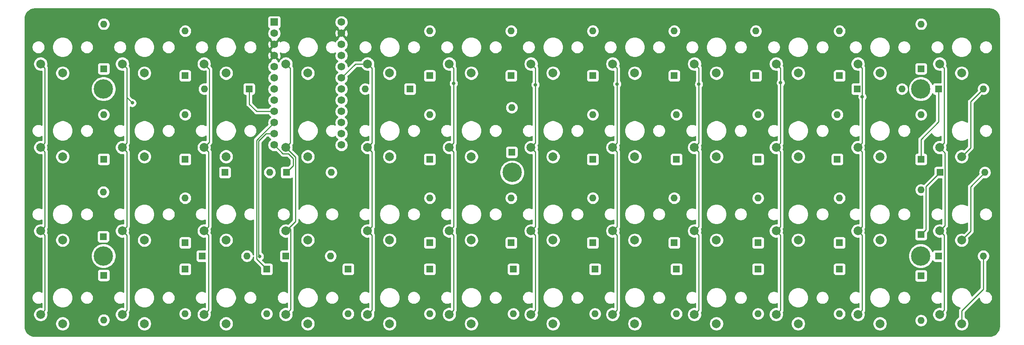
<source format=gbr>
G04 #@! TF.GenerationSoftware,KiCad,Pcbnew,5.1.9*
G04 #@! TF.CreationDate,2021-03-19T21:55:44-07:00*
G04 #@! TF.ProjectId,choc-40,63686f63-2d34-4302-9e6b-696361645f70,rev?*
G04 #@! TF.SameCoordinates,Original*
G04 #@! TF.FileFunction,Copper,L1,Top*
G04 #@! TF.FilePolarity,Positive*
%FSLAX46Y46*%
G04 Gerber Fmt 4.6, Leading zero omitted, Abs format (unit mm)*
G04 Created by KiCad (PCBNEW 5.1.9) date 2021-03-19 21:55:44*
%MOMM*%
%LPD*%
G01*
G04 APERTURE LIST*
G04 #@! TA.AperFunction,ComponentPad*
%ADD10C,2.000000*%
G04 #@! TD*
G04 #@! TA.AperFunction,ComponentPad*
%ADD11C,0.700000*%
G04 #@! TD*
G04 #@! TA.AperFunction,ComponentPad*
%ADD12C,4.400000*%
G04 #@! TD*
G04 #@! TA.AperFunction,ComponentPad*
%ADD13O,1.600000X1.600000*%
G04 #@! TD*
G04 #@! TA.AperFunction,ComponentPad*
%ADD14R,1.600000X1.600000*%
G04 #@! TD*
G04 #@! TA.AperFunction,ComponentPad*
%ADD15C,1.752600*%
G04 #@! TD*
G04 #@! TA.AperFunction,ComponentPad*
%ADD16R,1.752600X1.752600*%
G04 #@! TD*
G04 #@! TA.AperFunction,ViaPad*
%ADD17C,0.800000*%
G04 #@! TD*
G04 #@! TA.AperFunction,Conductor*
%ADD18C,0.250000*%
G04 #@! TD*
G04 #@! TA.AperFunction,Conductor*
%ADD19C,0.254000*%
G04 #@! TD*
G04 #@! TA.AperFunction,Conductor*
%ADD20C,0.100000*%
G04 #@! TD*
G04 APERTURE END LIST*
D10*
X48331000Y-108002000D03*
X53331000Y-110102000D03*
D11*
X249272726Y-74535274D03*
X248106000Y-74052000D03*
X246939274Y-74535274D03*
X246456000Y-75702000D03*
X246939274Y-76868726D03*
X248106000Y-77352000D03*
X249272726Y-76868726D03*
X249756000Y-75702000D03*
D12*
X248106000Y-75702000D03*
X155356000Y-94702000D03*
D11*
X157006000Y-94702000D03*
X156522726Y-95868726D03*
X155356000Y-96352000D03*
X154189274Y-95868726D03*
X153706000Y-94702000D03*
X154189274Y-93535274D03*
X155356000Y-93052000D03*
X156522726Y-93535274D03*
X249272726Y-112535274D03*
X248106000Y-112052000D03*
X246939274Y-112535274D03*
X246456000Y-113702000D03*
X246939274Y-114868726D03*
X248106000Y-115352000D03*
X249272726Y-114868726D03*
X249756000Y-113702000D03*
D12*
X248106000Y-113702000D03*
D11*
X63772726Y-74535274D03*
X62606000Y-74052000D03*
X61439274Y-74535274D03*
X60956000Y-75702000D03*
X61439274Y-76868726D03*
X62606000Y-77352000D03*
X63772726Y-76868726D03*
X64256000Y-75702000D03*
D12*
X62606000Y-75702000D03*
D11*
X63772726Y-112535274D03*
X62606000Y-112052000D03*
X61439274Y-112535274D03*
X60956000Y-113702000D03*
X61439274Y-114868726D03*
X62606000Y-115352000D03*
X63772726Y-114868726D03*
X64256000Y-113702000D03*
D12*
X62606000Y-113702000D03*
D10*
X48331000Y-89002000D03*
X53331000Y-91102000D03*
D13*
X262316000Y-113702000D03*
D14*
X252156000Y-113702000D03*
D13*
X262656000Y-94702000D03*
D14*
X252496000Y-94702000D03*
D13*
X262316000Y-75702000D03*
D14*
X252156000Y-75702000D03*
D13*
X243816000Y-75702000D03*
D14*
X233656000Y-75702000D03*
D13*
X248156000Y-128362000D03*
D14*
X248156000Y-118202000D03*
D13*
X248156000Y-98642000D03*
D14*
X248156000Y-108802000D03*
D13*
X248156000Y-81542000D03*
D14*
X248156000Y-91702000D03*
D13*
X248156000Y-60942000D03*
D14*
X248156000Y-71102000D03*
D13*
X229656000Y-126862000D03*
D14*
X229656000Y-116702000D03*
D13*
X229656000Y-100542000D03*
D14*
X229656000Y-110702000D03*
D13*
X229156000Y-81542000D03*
D14*
X229156000Y-91702000D03*
D13*
X229656000Y-62542000D03*
D14*
X229656000Y-72702000D03*
D13*
X211156000Y-126862000D03*
D14*
X211156000Y-116702000D03*
D13*
X211156000Y-100542000D03*
D14*
X211156000Y-110702000D03*
D13*
X211156000Y-81542000D03*
D14*
X211156000Y-91702000D03*
D13*
X210656000Y-62542000D03*
D14*
X210656000Y-72702000D03*
D13*
X192656000Y-126862000D03*
D14*
X192656000Y-116702000D03*
D13*
X192156000Y-100542000D03*
D14*
X192156000Y-110702000D03*
D13*
X192656000Y-81542000D03*
D14*
X192656000Y-91702000D03*
D13*
X192156000Y-62542000D03*
D14*
X192156000Y-72702000D03*
D13*
X174156000Y-126862000D03*
D14*
X174156000Y-116702000D03*
D13*
X173656000Y-100542000D03*
D14*
X173656000Y-110702000D03*
D13*
X173656000Y-81542000D03*
D14*
X173656000Y-91702000D03*
D13*
X173656000Y-62542000D03*
D14*
X173656000Y-72702000D03*
D13*
X155656000Y-126862000D03*
D14*
X155656000Y-116702000D03*
D13*
X155156000Y-100542000D03*
D14*
X155156000Y-110702000D03*
D13*
X155256000Y-79942000D03*
D14*
X155256000Y-90102000D03*
D13*
X155156000Y-62542000D03*
D14*
X155156000Y-72702000D03*
D13*
X136656000Y-126862000D03*
D14*
X136656000Y-116702000D03*
D13*
X136656000Y-100542000D03*
D14*
X136656000Y-110702000D03*
D13*
X136656000Y-81542000D03*
D14*
X136656000Y-91702000D03*
D13*
X136656000Y-62542000D03*
D14*
X136656000Y-72702000D03*
D13*
X118156000Y-126862000D03*
D14*
X118156000Y-116702000D03*
D13*
X114156000Y-113702000D03*
D14*
X103996000Y-113702000D03*
D13*
X114316000Y-94702000D03*
D14*
X104156000Y-94702000D03*
D13*
X121996000Y-75702000D03*
D14*
X132156000Y-75702000D03*
D13*
X99656000Y-126862000D03*
D14*
X99656000Y-116702000D03*
D13*
X95156000Y-113702000D03*
D14*
X84996000Y-113702000D03*
D13*
X100316000Y-94702000D03*
D14*
X90156000Y-94702000D03*
D13*
X85496000Y-75702000D03*
D14*
X95656000Y-75702000D03*
D13*
X81156000Y-126862000D03*
D14*
X81156000Y-116702000D03*
D13*
X81156000Y-100542000D03*
D14*
X81156000Y-110702000D03*
D13*
X81156000Y-81542000D03*
D14*
X81156000Y-91702000D03*
D13*
X81156000Y-62542000D03*
D14*
X81156000Y-72702000D03*
D13*
X62656000Y-128262000D03*
D14*
X62656000Y-118102000D03*
D13*
X62556000Y-99142000D03*
D14*
X62556000Y-109302000D03*
D13*
X62656000Y-81542000D03*
D14*
X62656000Y-91702000D03*
D13*
X62656000Y-60942000D03*
D14*
X62656000Y-71102000D03*
D10*
X85431000Y-70002000D03*
X90431000Y-72102000D03*
D15*
X116605500Y-60512000D03*
X101365500Y-88452000D03*
X116605500Y-63052000D03*
X116605500Y-65592000D03*
X116605500Y-68132000D03*
X116605500Y-70672000D03*
X116605500Y-73212000D03*
X116605500Y-75752000D03*
X116605500Y-78292000D03*
X116605500Y-80832000D03*
X116605500Y-83372000D03*
X116605500Y-85912000D03*
X116605500Y-88452000D03*
X101365500Y-85912000D03*
X101365500Y-83372000D03*
X101365500Y-80832000D03*
X101365500Y-78292000D03*
X101365500Y-75752000D03*
X101365500Y-73212000D03*
X101365500Y-70672000D03*
X101365500Y-68132000D03*
X101365500Y-65592000D03*
X101365500Y-63052000D03*
D16*
X101365500Y-60512000D03*
D10*
X252381000Y-127002000D03*
X257381000Y-129102000D03*
X252381000Y-108002000D03*
X257381000Y-110102000D03*
X252381000Y-89002000D03*
X257381000Y-91102000D03*
X252381000Y-70002000D03*
X257381000Y-72102000D03*
X233831000Y-127002000D03*
X238831000Y-129102000D03*
X233831000Y-108002000D03*
X238831000Y-110102000D03*
X233831000Y-89002000D03*
X238831000Y-91102000D03*
X233831000Y-70002000D03*
X238831000Y-72102000D03*
X215281000Y-127002000D03*
X220281000Y-129102000D03*
X215281000Y-108002000D03*
X220281000Y-110102000D03*
X215281000Y-89002000D03*
X220281000Y-91102000D03*
X215281000Y-70002000D03*
X220281000Y-72102000D03*
X196731000Y-127002000D03*
X201731000Y-129102000D03*
X196731000Y-108002000D03*
X201731000Y-110102000D03*
X196731000Y-89002000D03*
X201731000Y-91102000D03*
X196731000Y-70002000D03*
X201731000Y-72102000D03*
X178181000Y-127002000D03*
X183181000Y-129102000D03*
X178181000Y-108002000D03*
X183181000Y-110102000D03*
X178181000Y-89002000D03*
X183181000Y-91102000D03*
X178181000Y-70002000D03*
X183181000Y-72102000D03*
X159631000Y-127002000D03*
X164631000Y-129102000D03*
X159631000Y-108002000D03*
X164631000Y-110102000D03*
X159631000Y-89002000D03*
X164631000Y-91102000D03*
X159631000Y-70002000D03*
X164631000Y-72102000D03*
X141081000Y-127002000D03*
X146081000Y-129102000D03*
X141081000Y-108002000D03*
X146081000Y-110102000D03*
X141081000Y-89002000D03*
X146081000Y-91102000D03*
X141081000Y-70002000D03*
X146081000Y-72102000D03*
X122531000Y-127002000D03*
X127531000Y-129102000D03*
X122531000Y-108002000D03*
X127531000Y-110102000D03*
X122531000Y-89002000D03*
X127531000Y-91102000D03*
X122531000Y-70002000D03*
X127531000Y-72102000D03*
X103981000Y-127002000D03*
X108981000Y-129102000D03*
X103981000Y-108002000D03*
X108981000Y-110102000D03*
X103981000Y-89002000D03*
X108981000Y-91102000D03*
X103981000Y-70002000D03*
X108981000Y-72102000D03*
X85431000Y-127002000D03*
X90431000Y-129102000D03*
X85431000Y-108002000D03*
X90431000Y-110102000D03*
X85431000Y-89002000D03*
X90431000Y-91102000D03*
X66881000Y-127002000D03*
X71881000Y-129102000D03*
X66881000Y-108002000D03*
X71881000Y-110102000D03*
X66881000Y-89002000D03*
X71881000Y-91102000D03*
X66881000Y-70002000D03*
X71881000Y-72102000D03*
X48331000Y-127002000D03*
X53331000Y-129102000D03*
X48331000Y-70002000D03*
X53331000Y-72102000D03*
D17*
X98064600Y-113801200D03*
X69156000Y-78877000D03*
X142080999Y-74444601D03*
X160630999Y-74741401D03*
X179180999Y-74586199D03*
X197730999Y-74623801D03*
X216280999Y-74297399D03*
X234830999Y-77503401D03*
D18*
X95656000Y-75702000D02*
X95656000Y-79148400D01*
X97339600Y-80832000D02*
X101365500Y-80832000D01*
X95656000Y-79148400D02*
X97339600Y-80832000D01*
X248156000Y-87187998D02*
X248156000Y-91702000D01*
X252156000Y-83187998D02*
X248156000Y-87187998D01*
X252156000Y-75702000D02*
X252156000Y-83187998D01*
X101365500Y-88452000D02*
X103346700Y-90433200D01*
X104553200Y-90433200D02*
X105705990Y-91585990D01*
X103346700Y-90433200D02*
X104553200Y-90433200D01*
X105705990Y-93152010D02*
X104156000Y-94702000D01*
X105705990Y-91585990D02*
X105705990Y-93152010D01*
X98064600Y-113801200D02*
X97789610Y-113526210D01*
X97789610Y-113526210D02*
X97789610Y-87584300D01*
X99461910Y-85912000D02*
X101365500Y-85912000D01*
X97789610Y-87584300D02*
X99461910Y-85912000D01*
X249281001Y-97916999D02*
X252496000Y-94702000D01*
X249281001Y-107676999D02*
X249281001Y-97916999D01*
X248156000Y-108802000D02*
X249281001Y-107676999D01*
X101365500Y-83372000D02*
X97339600Y-87397900D01*
X97339600Y-114385600D02*
X99656000Y-116702000D01*
X97339600Y-87397900D02*
X97339600Y-114385600D01*
X49330999Y-88002001D02*
X48331000Y-89002000D01*
X49330999Y-71001999D02*
X49330999Y-88002001D01*
X48331000Y-70002000D02*
X49330999Y-71001999D01*
X49330999Y-90001999D02*
X49330999Y-107002001D01*
X49330999Y-107002001D02*
X48331000Y-108002000D01*
X48331000Y-89002000D02*
X49330999Y-90001999D01*
X49330999Y-126002001D02*
X48331000Y-127002000D01*
X49330999Y-109001999D02*
X49330999Y-126002001D01*
X48331000Y-108002000D02*
X49330999Y-109001999D01*
X67880999Y-88002001D02*
X66881000Y-89002000D01*
X66881000Y-70002000D02*
X67880999Y-71001999D01*
X67880999Y-107002001D02*
X66881000Y-108002000D01*
X67880999Y-90001999D02*
X67880999Y-107002001D01*
X66881000Y-89002000D02*
X67880999Y-90001999D01*
X67880999Y-126002001D02*
X66881000Y-127002000D01*
X67880999Y-109001999D02*
X67880999Y-126002001D01*
X66881000Y-108002000D02*
X67880999Y-109001999D01*
X67880999Y-71001999D02*
X67880999Y-74832201D01*
X67905999Y-77626999D02*
X69156000Y-78877000D01*
X67880999Y-77626999D02*
X67905999Y-77626999D01*
X67880999Y-74832201D02*
X67880999Y-77626999D01*
X67880999Y-77626999D02*
X67880999Y-88002001D01*
X86621001Y-87811999D02*
X85431000Y-89002000D01*
X86621001Y-71192001D02*
X86621001Y-87811999D01*
X85431000Y-70002000D02*
X86621001Y-71192001D01*
X86430999Y-107002001D02*
X85431000Y-108002000D01*
X86430999Y-90001999D02*
X86430999Y-107002001D01*
X85431000Y-89002000D02*
X86430999Y-90001999D01*
X86430999Y-126002001D02*
X85431000Y-127002000D01*
X86430999Y-109001999D02*
X86430999Y-126002001D01*
X85431000Y-108002000D02*
X86430999Y-109001999D01*
X104980999Y-88002001D02*
X103981000Y-89002000D01*
X104980999Y-71001999D02*
X104980999Y-88002001D01*
X103981000Y-70002000D02*
X104980999Y-71001999D01*
X103981000Y-89002000D02*
X106156000Y-91177000D01*
X106156000Y-91177000D02*
X106156000Y-105827000D01*
X105121001Y-107667001D02*
X105121001Y-125861999D01*
X105121001Y-125861999D02*
X103981000Y-127002000D01*
X104718500Y-107264500D02*
X105121001Y-107667001D01*
X106156000Y-105827000D02*
X104718500Y-107264500D01*
X104718500Y-107264500D02*
X103981000Y-108002000D01*
X123530999Y-88002001D02*
X122531000Y-89002000D01*
X123530999Y-71001999D02*
X123530999Y-88002001D01*
X122531000Y-70002000D02*
X123530999Y-71001999D01*
X123530999Y-107002001D02*
X122531000Y-108002000D01*
X123530999Y-90001999D02*
X123530999Y-107002001D01*
X122531000Y-89002000D02*
X123530999Y-90001999D01*
X123530999Y-126002001D02*
X122531000Y-127002000D01*
X123530999Y-109001999D02*
X123530999Y-126002001D01*
X122531000Y-108002000D02*
X123530999Y-109001999D01*
X119815500Y-70002000D02*
X116605500Y-73212000D01*
X122531000Y-70002000D02*
X119815500Y-70002000D01*
X142080999Y-88002001D02*
X141081000Y-89002000D01*
X141081000Y-70002000D02*
X142080999Y-71001999D01*
X142080999Y-107002001D02*
X141081000Y-108002000D01*
X142080999Y-90001999D02*
X142080999Y-107002001D01*
X141081000Y-89002000D02*
X142080999Y-90001999D01*
X142080999Y-126002001D02*
X141081000Y-127002000D01*
X142080999Y-109001999D02*
X142080999Y-126002001D01*
X141081000Y-108002000D02*
X142080999Y-109001999D01*
X142080999Y-74444601D02*
X142080999Y-88002001D01*
X142080999Y-71001999D02*
X142080999Y-74444601D01*
X259406001Y-78611999D02*
X262316000Y-75702000D01*
X259406001Y-89076999D02*
X259406001Y-78611999D01*
X257381000Y-91102000D02*
X259406001Y-89076999D01*
X259406001Y-97951999D02*
X262656000Y-94702000D01*
X259406001Y-108076999D02*
X259406001Y-97951999D01*
X257381000Y-110102000D02*
X259406001Y-108076999D01*
X262316000Y-121264002D02*
X262316000Y-113702000D01*
X257381000Y-126199002D02*
X262316000Y-121264002D01*
X257381000Y-129102000D02*
X257381000Y-126199002D01*
X160630999Y-88002001D02*
X159631000Y-89002000D01*
X159631000Y-70002000D02*
X160630999Y-71001999D01*
X160630999Y-107002001D02*
X159631000Y-108002000D01*
X160630999Y-90001999D02*
X160630999Y-107002001D01*
X159631000Y-89002000D02*
X160630999Y-90001999D01*
X160630999Y-126002001D02*
X159631000Y-127002000D01*
X160630999Y-109001999D02*
X160630999Y-126002001D01*
X159631000Y-108002000D02*
X160630999Y-109001999D01*
X160630999Y-74741401D02*
X160630999Y-88002001D01*
X160630999Y-71001999D02*
X160630999Y-74741401D01*
X179180999Y-88002001D02*
X178181000Y-89002000D01*
X178181000Y-70002000D02*
X179180999Y-71001999D01*
X179180999Y-107002001D02*
X178181000Y-108002000D01*
X179180999Y-90001999D02*
X179180999Y-107002001D01*
X178181000Y-89002000D02*
X179180999Y-90001999D01*
X179180999Y-126002001D02*
X178181000Y-127002000D01*
X179180999Y-109001999D02*
X179180999Y-126002001D01*
X178181000Y-108002000D02*
X179180999Y-109001999D01*
X179180999Y-74586199D02*
X179180999Y-88002001D01*
X179180999Y-71001999D02*
X179180999Y-74586199D01*
X197730999Y-88002001D02*
X196731000Y-89002000D01*
X196731000Y-70002000D02*
X197730999Y-71001999D01*
X197730999Y-107002001D02*
X196731000Y-108002000D01*
X197730999Y-90001999D02*
X197730999Y-107002001D01*
X196731000Y-89002000D02*
X197730999Y-90001999D01*
X197730999Y-126002001D02*
X196731000Y-127002000D01*
X197730999Y-109001999D02*
X197730999Y-126002001D01*
X196731000Y-108002000D02*
X197730999Y-109001999D01*
X197730999Y-71001999D02*
X197730999Y-74623801D01*
X197730999Y-74623801D02*
X197730999Y-88002001D01*
X216280999Y-88002001D02*
X215281000Y-89002000D01*
X215281000Y-70002000D02*
X216280999Y-71001999D01*
X216280999Y-107002001D02*
X215281000Y-108002000D01*
X216280999Y-90001999D02*
X216280999Y-107002001D01*
X215281000Y-89002000D02*
X216280999Y-90001999D01*
X216280999Y-126002001D02*
X215281000Y-127002000D01*
X216280999Y-109001999D02*
X216280999Y-126002001D01*
X215281000Y-108002000D02*
X216280999Y-109001999D01*
X216280999Y-74297399D02*
X216280999Y-88002001D01*
X216280999Y-71001999D02*
X216280999Y-74297399D01*
X234830999Y-88002001D02*
X233831000Y-89002000D01*
X233831000Y-70002000D02*
X234830999Y-71001999D01*
X234830999Y-107002001D02*
X233831000Y-108002000D01*
X234830999Y-90001999D02*
X234830999Y-107002001D01*
X233831000Y-89002000D02*
X234830999Y-90001999D01*
X234830999Y-126002001D02*
X233831000Y-127002000D01*
X234830999Y-109001999D02*
X234830999Y-126002001D01*
X233831000Y-108002000D02*
X234830999Y-109001999D01*
X234830999Y-77503401D02*
X234830999Y-88002001D01*
X234830999Y-71001999D02*
X234830999Y-77503401D01*
X253380999Y-88002001D02*
X252381000Y-89002000D01*
X253380999Y-71001999D02*
X253380999Y-88002001D01*
X252381000Y-70002000D02*
X253380999Y-71001999D01*
X253621001Y-106761999D02*
X252381000Y-108002000D01*
X253621001Y-90242001D02*
X253621001Y-106761999D01*
X252381000Y-89002000D02*
X253621001Y-90242001D01*
X253380999Y-126002001D02*
X252381000Y-127002000D01*
X253380999Y-109001999D02*
X253380999Y-126002001D01*
X252381000Y-108002000D02*
X253380999Y-109001999D01*
D19*
X264095255Y-57483594D02*
X264517781Y-57611162D01*
X264907482Y-57818369D01*
X265249513Y-58097324D01*
X265530849Y-58437399D01*
X265740771Y-58825644D01*
X265871285Y-59247265D01*
X265921000Y-59720274D01*
X265921001Y-129666043D01*
X265874406Y-130141255D01*
X265746838Y-130563781D01*
X265539631Y-130953482D01*
X265260676Y-131295513D01*
X264920601Y-131576849D01*
X264532356Y-131786771D01*
X264110737Y-131917285D01*
X263637726Y-131967000D01*
X47091947Y-131967000D01*
X46616745Y-131920406D01*
X46194219Y-131792838D01*
X45804518Y-131585631D01*
X45462487Y-131306676D01*
X45181151Y-130966601D01*
X44971229Y-130578356D01*
X44840715Y-130156737D01*
X44791000Y-129683726D01*
X44791000Y-128940967D01*
X51696000Y-128940967D01*
X51696000Y-129263033D01*
X51758832Y-129578912D01*
X51882082Y-129876463D01*
X52061013Y-130144252D01*
X52288748Y-130371987D01*
X52556537Y-130550918D01*
X52854088Y-130674168D01*
X53169967Y-130737000D01*
X53492033Y-130737000D01*
X53807912Y-130674168D01*
X54105463Y-130550918D01*
X54373252Y-130371987D01*
X54600987Y-130144252D01*
X54779918Y-129876463D01*
X54903168Y-129578912D01*
X54966000Y-129263033D01*
X54966000Y-128940967D01*
X54903168Y-128625088D01*
X54779918Y-128327537D01*
X54641691Y-128120665D01*
X61221000Y-128120665D01*
X61221000Y-128403335D01*
X61276147Y-128680574D01*
X61384320Y-128941727D01*
X61541363Y-129176759D01*
X61741241Y-129376637D01*
X61976273Y-129533680D01*
X62237426Y-129641853D01*
X62514665Y-129697000D01*
X62797335Y-129697000D01*
X63074574Y-129641853D01*
X63335727Y-129533680D01*
X63570759Y-129376637D01*
X63770637Y-129176759D01*
X63927680Y-128941727D01*
X63927994Y-128940967D01*
X70246000Y-128940967D01*
X70246000Y-129263033D01*
X70308832Y-129578912D01*
X70432082Y-129876463D01*
X70611013Y-130144252D01*
X70838748Y-130371987D01*
X71106537Y-130550918D01*
X71404088Y-130674168D01*
X71719967Y-130737000D01*
X72042033Y-130737000D01*
X72357912Y-130674168D01*
X72655463Y-130550918D01*
X72923252Y-130371987D01*
X73150987Y-130144252D01*
X73329918Y-129876463D01*
X73453168Y-129578912D01*
X73516000Y-129263033D01*
X73516000Y-128940967D01*
X88796000Y-128940967D01*
X88796000Y-129263033D01*
X88858832Y-129578912D01*
X88982082Y-129876463D01*
X89161013Y-130144252D01*
X89388748Y-130371987D01*
X89656537Y-130550918D01*
X89954088Y-130674168D01*
X90269967Y-130737000D01*
X90592033Y-130737000D01*
X90907912Y-130674168D01*
X91205463Y-130550918D01*
X91473252Y-130371987D01*
X91700987Y-130144252D01*
X91879918Y-129876463D01*
X92003168Y-129578912D01*
X92066000Y-129263033D01*
X92066000Y-128940967D01*
X107346000Y-128940967D01*
X107346000Y-129263033D01*
X107408832Y-129578912D01*
X107532082Y-129876463D01*
X107711013Y-130144252D01*
X107938748Y-130371987D01*
X108206537Y-130550918D01*
X108504088Y-130674168D01*
X108819967Y-130737000D01*
X109142033Y-130737000D01*
X109457912Y-130674168D01*
X109755463Y-130550918D01*
X110023252Y-130371987D01*
X110250987Y-130144252D01*
X110429918Y-129876463D01*
X110553168Y-129578912D01*
X110616000Y-129263033D01*
X110616000Y-128940967D01*
X125896000Y-128940967D01*
X125896000Y-129263033D01*
X125958832Y-129578912D01*
X126082082Y-129876463D01*
X126261013Y-130144252D01*
X126488748Y-130371987D01*
X126756537Y-130550918D01*
X127054088Y-130674168D01*
X127369967Y-130737000D01*
X127692033Y-130737000D01*
X128007912Y-130674168D01*
X128305463Y-130550918D01*
X128573252Y-130371987D01*
X128800987Y-130144252D01*
X128979918Y-129876463D01*
X129103168Y-129578912D01*
X129166000Y-129263033D01*
X129166000Y-128940967D01*
X144446000Y-128940967D01*
X144446000Y-129263033D01*
X144508832Y-129578912D01*
X144632082Y-129876463D01*
X144811013Y-130144252D01*
X145038748Y-130371987D01*
X145306537Y-130550918D01*
X145604088Y-130674168D01*
X145919967Y-130737000D01*
X146242033Y-130737000D01*
X146557912Y-130674168D01*
X146855463Y-130550918D01*
X147123252Y-130371987D01*
X147350987Y-130144252D01*
X147529918Y-129876463D01*
X147653168Y-129578912D01*
X147716000Y-129263033D01*
X147716000Y-128940967D01*
X162996000Y-128940967D01*
X162996000Y-129263033D01*
X163058832Y-129578912D01*
X163182082Y-129876463D01*
X163361013Y-130144252D01*
X163588748Y-130371987D01*
X163856537Y-130550918D01*
X164154088Y-130674168D01*
X164469967Y-130737000D01*
X164792033Y-130737000D01*
X165107912Y-130674168D01*
X165405463Y-130550918D01*
X165673252Y-130371987D01*
X165900987Y-130144252D01*
X166079918Y-129876463D01*
X166203168Y-129578912D01*
X166266000Y-129263033D01*
X166266000Y-128940967D01*
X181546000Y-128940967D01*
X181546000Y-129263033D01*
X181608832Y-129578912D01*
X181732082Y-129876463D01*
X181911013Y-130144252D01*
X182138748Y-130371987D01*
X182406537Y-130550918D01*
X182704088Y-130674168D01*
X183019967Y-130737000D01*
X183342033Y-130737000D01*
X183657912Y-130674168D01*
X183955463Y-130550918D01*
X184223252Y-130371987D01*
X184450987Y-130144252D01*
X184629918Y-129876463D01*
X184753168Y-129578912D01*
X184816000Y-129263033D01*
X184816000Y-128940967D01*
X200096000Y-128940967D01*
X200096000Y-129263033D01*
X200158832Y-129578912D01*
X200282082Y-129876463D01*
X200461013Y-130144252D01*
X200688748Y-130371987D01*
X200956537Y-130550918D01*
X201254088Y-130674168D01*
X201569967Y-130737000D01*
X201892033Y-130737000D01*
X202207912Y-130674168D01*
X202505463Y-130550918D01*
X202773252Y-130371987D01*
X203000987Y-130144252D01*
X203179918Y-129876463D01*
X203303168Y-129578912D01*
X203366000Y-129263033D01*
X203366000Y-128940967D01*
X218646000Y-128940967D01*
X218646000Y-129263033D01*
X218708832Y-129578912D01*
X218832082Y-129876463D01*
X219011013Y-130144252D01*
X219238748Y-130371987D01*
X219506537Y-130550918D01*
X219804088Y-130674168D01*
X220119967Y-130737000D01*
X220442033Y-130737000D01*
X220757912Y-130674168D01*
X221055463Y-130550918D01*
X221323252Y-130371987D01*
X221550987Y-130144252D01*
X221729918Y-129876463D01*
X221853168Y-129578912D01*
X221916000Y-129263033D01*
X221916000Y-128940967D01*
X237196000Y-128940967D01*
X237196000Y-129263033D01*
X237258832Y-129578912D01*
X237382082Y-129876463D01*
X237561013Y-130144252D01*
X237788748Y-130371987D01*
X238056537Y-130550918D01*
X238354088Y-130674168D01*
X238669967Y-130737000D01*
X238992033Y-130737000D01*
X239307912Y-130674168D01*
X239605463Y-130550918D01*
X239873252Y-130371987D01*
X240100987Y-130144252D01*
X240279918Y-129876463D01*
X240403168Y-129578912D01*
X240466000Y-129263033D01*
X240466000Y-128940967D01*
X240403168Y-128625088D01*
X240279918Y-128327537D01*
X240208509Y-128220665D01*
X246721000Y-128220665D01*
X246721000Y-128503335D01*
X246776147Y-128780574D01*
X246884320Y-129041727D01*
X247041363Y-129276759D01*
X247241241Y-129476637D01*
X247476273Y-129633680D01*
X247737426Y-129741853D01*
X248014665Y-129797000D01*
X248297335Y-129797000D01*
X248574574Y-129741853D01*
X248835727Y-129633680D01*
X249070759Y-129476637D01*
X249270637Y-129276759D01*
X249427680Y-129041727D01*
X249535853Y-128780574D01*
X249591000Y-128503335D01*
X249591000Y-128220665D01*
X249535853Y-127943426D01*
X249427680Y-127682273D01*
X249270637Y-127447241D01*
X249070759Y-127247363D01*
X248835727Y-127090320D01*
X248574574Y-126982147D01*
X248297335Y-126927000D01*
X248014665Y-126927000D01*
X247737426Y-126982147D01*
X247476273Y-127090320D01*
X247241241Y-127247363D01*
X247041363Y-127447241D01*
X246884320Y-127682273D01*
X246776147Y-127943426D01*
X246721000Y-128220665D01*
X240208509Y-128220665D01*
X240100987Y-128059748D01*
X239873252Y-127832013D01*
X239605463Y-127653082D01*
X239307912Y-127529832D01*
X238992033Y-127467000D01*
X238669967Y-127467000D01*
X238354088Y-127529832D01*
X238056537Y-127653082D01*
X237788748Y-127832013D01*
X237561013Y-128059748D01*
X237382082Y-128327537D01*
X237258832Y-128625088D01*
X237196000Y-128940967D01*
X221916000Y-128940967D01*
X221853168Y-128625088D01*
X221729918Y-128327537D01*
X221550987Y-128059748D01*
X221323252Y-127832013D01*
X221055463Y-127653082D01*
X220757912Y-127529832D01*
X220442033Y-127467000D01*
X220119967Y-127467000D01*
X219804088Y-127529832D01*
X219506537Y-127653082D01*
X219238748Y-127832013D01*
X219011013Y-128059748D01*
X218832082Y-128327537D01*
X218708832Y-128625088D01*
X218646000Y-128940967D01*
X203366000Y-128940967D01*
X203303168Y-128625088D01*
X203179918Y-128327537D01*
X203000987Y-128059748D01*
X202773252Y-127832013D01*
X202505463Y-127653082D01*
X202207912Y-127529832D01*
X201892033Y-127467000D01*
X201569967Y-127467000D01*
X201254088Y-127529832D01*
X200956537Y-127653082D01*
X200688748Y-127832013D01*
X200461013Y-128059748D01*
X200282082Y-128327537D01*
X200158832Y-128625088D01*
X200096000Y-128940967D01*
X184816000Y-128940967D01*
X184753168Y-128625088D01*
X184629918Y-128327537D01*
X184450987Y-128059748D01*
X184223252Y-127832013D01*
X183955463Y-127653082D01*
X183657912Y-127529832D01*
X183342033Y-127467000D01*
X183019967Y-127467000D01*
X182704088Y-127529832D01*
X182406537Y-127653082D01*
X182138748Y-127832013D01*
X181911013Y-128059748D01*
X181732082Y-128327537D01*
X181608832Y-128625088D01*
X181546000Y-128940967D01*
X166266000Y-128940967D01*
X166203168Y-128625088D01*
X166079918Y-128327537D01*
X165900987Y-128059748D01*
X165673252Y-127832013D01*
X165405463Y-127653082D01*
X165107912Y-127529832D01*
X164792033Y-127467000D01*
X164469967Y-127467000D01*
X164154088Y-127529832D01*
X163856537Y-127653082D01*
X163588748Y-127832013D01*
X163361013Y-128059748D01*
X163182082Y-128327537D01*
X163058832Y-128625088D01*
X162996000Y-128940967D01*
X147716000Y-128940967D01*
X147653168Y-128625088D01*
X147529918Y-128327537D01*
X147350987Y-128059748D01*
X147123252Y-127832013D01*
X146855463Y-127653082D01*
X146557912Y-127529832D01*
X146242033Y-127467000D01*
X145919967Y-127467000D01*
X145604088Y-127529832D01*
X145306537Y-127653082D01*
X145038748Y-127832013D01*
X144811013Y-128059748D01*
X144632082Y-128327537D01*
X144508832Y-128625088D01*
X144446000Y-128940967D01*
X129166000Y-128940967D01*
X129103168Y-128625088D01*
X128979918Y-128327537D01*
X128800987Y-128059748D01*
X128573252Y-127832013D01*
X128305463Y-127653082D01*
X128007912Y-127529832D01*
X127692033Y-127467000D01*
X127369967Y-127467000D01*
X127054088Y-127529832D01*
X126756537Y-127653082D01*
X126488748Y-127832013D01*
X126261013Y-128059748D01*
X126082082Y-128327537D01*
X125958832Y-128625088D01*
X125896000Y-128940967D01*
X110616000Y-128940967D01*
X110553168Y-128625088D01*
X110429918Y-128327537D01*
X110250987Y-128059748D01*
X110023252Y-127832013D01*
X109755463Y-127653082D01*
X109457912Y-127529832D01*
X109142033Y-127467000D01*
X108819967Y-127467000D01*
X108504088Y-127529832D01*
X108206537Y-127653082D01*
X107938748Y-127832013D01*
X107711013Y-128059748D01*
X107532082Y-128327537D01*
X107408832Y-128625088D01*
X107346000Y-128940967D01*
X92066000Y-128940967D01*
X92003168Y-128625088D01*
X91879918Y-128327537D01*
X91700987Y-128059748D01*
X91473252Y-127832013D01*
X91205463Y-127653082D01*
X90907912Y-127529832D01*
X90592033Y-127467000D01*
X90269967Y-127467000D01*
X89954088Y-127529832D01*
X89656537Y-127653082D01*
X89388748Y-127832013D01*
X89161013Y-128059748D01*
X88982082Y-128327537D01*
X88858832Y-128625088D01*
X88796000Y-128940967D01*
X73516000Y-128940967D01*
X73453168Y-128625088D01*
X73329918Y-128327537D01*
X73150987Y-128059748D01*
X72923252Y-127832013D01*
X72655463Y-127653082D01*
X72357912Y-127529832D01*
X72042033Y-127467000D01*
X71719967Y-127467000D01*
X71404088Y-127529832D01*
X71106537Y-127653082D01*
X70838748Y-127832013D01*
X70611013Y-128059748D01*
X70432082Y-128327537D01*
X70308832Y-128625088D01*
X70246000Y-128940967D01*
X63927994Y-128940967D01*
X64035853Y-128680574D01*
X64091000Y-128403335D01*
X64091000Y-128120665D01*
X64035853Y-127843426D01*
X63927680Y-127582273D01*
X63770637Y-127347241D01*
X63570759Y-127147363D01*
X63335727Y-126990320D01*
X63074574Y-126882147D01*
X62797335Y-126827000D01*
X62514665Y-126827000D01*
X62237426Y-126882147D01*
X61976273Y-126990320D01*
X61741241Y-127147363D01*
X61541363Y-127347241D01*
X61384320Y-127582273D01*
X61276147Y-127843426D01*
X61221000Y-128120665D01*
X54641691Y-128120665D01*
X54600987Y-128059748D01*
X54373252Y-127832013D01*
X54105463Y-127653082D01*
X53807912Y-127529832D01*
X53492033Y-127467000D01*
X53169967Y-127467000D01*
X52854088Y-127529832D01*
X52556537Y-127653082D01*
X52288748Y-127832013D01*
X52061013Y-128059748D01*
X51882082Y-128327537D01*
X51758832Y-128625088D01*
X51696000Y-128940967D01*
X44791000Y-128940967D01*
X44791000Y-85055740D01*
X46346000Y-85055740D01*
X46346000Y-85348260D01*
X46403068Y-85635158D01*
X46515010Y-85905411D01*
X46677525Y-86148632D01*
X46884368Y-86355475D01*
X47127589Y-86517990D01*
X47397842Y-86629932D01*
X47684740Y-86687000D01*
X47977260Y-86687000D01*
X48264158Y-86629932D01*
X48534411Y-86517990D01*
X48571000Y-86493542D01*
X48571000Y-87382707D01*
X48492033Y-87367000D01*
X48169967Y-87367000D01*
X47854088Y-87429832D01*
X47556537Y-87553082D01*
X47288748Y-87732013D01*
X47061013Y-87959748D01*
X46882082Y-88227537D01*
X46758832Y-88525088D01*
X46696000Y-88840967D01*
X46696000Y-89163033D01*
X46758832Y-89478912D01*
X46882082Y-89776463D01*
X47061013Y-90044252D01*
X47288748Y-90271987D01*
X47556537Y-90450918D01*
X47854088Y-90574168D01*
X48169967Y-90637000D01*
X48492033Y-90637000D01*
X48570999Y-90621293D01*
X48571000Y-102910458D01*
X48534411Y-102886010D01*
X48264158Y-102774068D01*
X47977260Y-102717000D01*
X47684740Y-102717000D01*
X47397842Y-102774068D01*
X47127589Y-102886010D01*
X46884368Y-103048525D01*
X46677525Y-103255368D01*
X46515010Y-103498589D01*
X46403068Y-103768842D01*
X46346000Y-104055740D01*
X46346000Y-104348260D01*
X46403068Y-104635158D01*
X46515010Y-104905411D01*
X46677525Y-105148632D01*
X46884368Y-105355475D01*
X47127589Y-105517990D01*
X47397842Y-105629932D01*
X47684740Y-105687000D01*
X47977260Y-105687000D01*
X48264158Y-105629932D01*
X48534411Y-105517990D01*
X48571000Y-105493542D01*
X48571000Y-106382707D01*
X48492033Y-106367000D01*
X48169967Y-106367000D01*
X47854088Y-106429832D01*
X47556537Y-106553082D01*
X47288748Y-106732013D01*
X47061013Y-106959748D01*
X46882082Y-107227537D01*
X46758832Y-107525088D01*
X46696000Y-107840967D01*
X46696000Y-108163033D01*
X46758832Y-108478912D01*
X46882082Y-108776463D01*
X47061013Y-109044252D01*
X47288748Y-109271987D01*
X47556537Y-109450918D01*
X47854088Y-109574168D01*
X48169967Y-109637000D01*
X48492033Y-109637000D01*
X48570999Y-109621293D01*
X48571000Y-121910458D01*
X48534411Y-121886010D01*
X48264158Y-121774068D01*
X47977260Y-121717000D01*
X47684740Y-121717000D01*
X47397842Y-121774068D01*
X47127589Y-121886010D01*
X46884368Y-122048525D01*
X46677525Y-122255368D01*
X46515010Y-122498589D01*
X46403068Y-122768842D01*
X46346000Y-123055740D01*
X46346000Y-123348260D01*
X46403068Y-123635158D01*
X46515010Y-123905411D01*
X46677525Y-124148632D01*
X46884368Y-124355475D01*
X47127589Y-124517990D01*
X47397842Y-124629932D01*
X47684740Y-124687000D01*
X47977260Y-124687000D01*
X48264158Y-124629932D01*
X48534411Y-124517990D01*
X48571000Y-124493542D01*
X48571000Y-125382707D01*
X48492033Y-125367000D01*
X48169967Y-125367000D01*
X47854088Y-125429832D01*
X47556537Y-125553082D01*
X47288748Y-125732013D01*
X47061013Y-125959748D01*
X46882082Y-126227537D01*
X46758832Y-126525088D01*
X46696000Y-126840967D01*
X46696000Y-127163033D01*
X46758832Y-127478912D01*
X46882082Y-127776463D01*
X47061013Y-128044252D01*
X47288748Y-128271987D01*
X47556537Y-128450918D01*
X47854088Y-128574168D01*
X48169967Y-128637000D01*
X48492033Y-128637000D01*
X48807912Y-128574168D01*
X49105463Y-128450918D01*
X49373252Y-128271987D01*
X49600987Y-128044252D01*
X49779918Y-127776463D01*
X49903168Y-127478912D01*
X49966000Y-127163033D01*
X49966000Y-126840967D01*
X49903168Y-126525088D01*
X49897034Y-126510279D01*
X49912858Y-126490998D01*
X49965973Y-126426278D01*
X50036545Y-126294248D01*
X50065437Y-126199002D01*
X50080002Y-126150987D01*
X50090999Y-126039334D01*
X50090999Y-126039325D01*
X50094675Y-126002002D01*
X50090999Y-125964679D01*
X50090999Y-122972023D01*
X50996000Y-122972023D01*
X50996000Y-123431977D01*
X51085733Y-123883094D01*
X51261750Y-124308037D01*
X51517287Y-124690476D01*
X51842524Y-125015713D01*
X52224963Y-125271250D01*
X52649906Y-125447267D01*
X53101023Y-125537000D01*
X53560977Y-125537000D01*
X54012094Y-125447267D01*
X54437037Y-125271250D01*
X54819476Y-125015713D01*
X55144713Y-124690476D01*
X55400250Y-124308037D01*
X55576267Y-123883094D01*
X55666000Y-123431977D01*
X55666000Y-123055740D01*
X57346000Y-123055740D01*
X57346000Y-123348260D01*
X57403068Y-123635158D01*
X57515010Y-123905411D01*
X57677525Y-124148632D01*
X57884368Y-124355475D01*
X58127589Y-124517990D01*
X58397842Y-124629932D01*
X58684740Y-124687000D01*
X58977260Y-124687000D01*
X59264158Y-124629932D01*
X59534411Y-124517990D01*
X59777632Y-124355475D01*
X59984475Y-124148632D01*
X60146990Y-123905411D01*
X60258932Y-123635158D01*
X60316000Y-123348260D01*
X60316000Y-123055740D01*
X60258932Y-122768842D01*
X60146990Y-122498589D01*
X59984475Y-122255368D01*
X59777632Y-122048525D01*
X59534411Y-121886010D01*
X59264158Y-121774068D01*
X58977260Y-121717000D01*
X58684740Y-121717000D01*
X58397842Y-121774068D01*
X58127589Y-121886010D01*
X57884368Y-122048525D01*
X57677525Y-122255368D01*
X57515010Y-122498589D01*
X57403068Y-122768842D01*
X57346000Y-123055740D01*
X55666000Y-123055740D01*
X55666000Y-122972023D01*
X55576267Y-122520906D01*
X55400250Y-122095963D01*
X55144713Y-121713524D01*
X54819476Y-121388287D01*
X54437037Y-121132750D01*
X54012094Y-120956733D01*
X53560977Y-120867000D01*
X53101023Y-120867000D01*
X52649906Y-120956733D01*
X52224963Y-121132750D01*
X51842524Y-121388287D01*
X51517287Y-121713524D01*
X51261750Y-122095963D01*
X51085733Y-122520906D01*
X50996000Y-122972023D01*
X50090999Y-122972023D01*
X50090999Y-117302000D01*
X61217928Y-117302000D01*
X61217928Y-118902000D01*
X61230188Y-119026482D01*
X61266498Y-119146180D01*
X61325463Y-119256494D01*
X61404815Y-119353185D01*
X61501506Y-119432537D01*
X61611820Y-119491502D01*
X61731518Y-119527812D01*
X61856000Y-119540072D01*
X63456000Y-119540072D01*
X63580482Y-119527812D01*
X63700180Y-119491502D01*
X63810494Y-119432537D01*
X63907185Y-119353185D01*
X63986537Y-119256494D01*
X64045502Y-119146180D01*
X64081812Y-119026482D01*
X64094072Y-118902000D01*
X64094072Y-117302000D01*
X64081812Y-117177518D01*
X64045502Y-117057820D01*
X63986537Y-116947506D01*
X63907185Y-116850815D01*
X63810494Y-116771463D01*
X63700180Y-116712498D01*
X63580482Y-116676188D01*
X63456000Y-116663928D01*
X61856000Y-116663928D01*
X61731518Y-116676188D01*
X61611820Y-116712498D01*
X61501506Y-116771463D01*
X61404815Y-116850815D01*
X61325463Y-116947506D01*
X61266498Y-117057820D01*
X61230188Y-117177518D01*
X61217928Y-117302000D01*
X50090999Y-117302000D01*
X50090999Y-113422777D01*
X59771000Y-113422777D01*
X59771000Y-113981223D01*
X59879948Y-114528939D01*
X60093656Y-115044876D01*
X60403912Y-115509207D01*
X60798793Y-115904088D01*
X61263124Y-116214344D01*
X61779061Y-116428052D01*
X62326777Y-116537000D01*
X62885223Y-116537000D01*
X63432939Y-116428052D01*
X63948876Y-116214344D01*
X64413207Y-115904088D01*
X64808088Y-115509207D01*
X65118344Y-115044876D01*
X65332052Y-114528939D01*
X65441000Y-113981223D01*
X65441000Y-113422777D01*
X65332052Y-112875061D01*
X65118344Y-112359124D01*
X64808088Y-111894793D01*
X64413207Y-111499912D01*
X63948876Y-111189656D01*
X63432939Y-110975948D01*
X62885223Y-110867000D01*
X62326777Y-110867000D01*
X61779061Y-110975948D01*
X61263124Y-111189656D01*
X60798793Y-111499912D01*
X60403912Y-111894793D01*
X60093656Y-112359124D01*
X59879948Y-112875061D01*
X59771000Y-113422777D01*
X50090999Y-113422777D01*
X50090999Y-109940967D01*
X51696000Y-109940967D01*
X51696000Y-110263033D01*
X51758832Y-110578912D01*
X51882082Y-110876463D01*
X52061013Y-111144252D01*
X52288748Y-111371987D01*
X52556537Y-111550918D01*
X52854088Y-111674168D01*
X53169967Y-111737000D01*
X53492033Y-111737000D01*
X53807912Y-111674168D01*
X54105463Y-111550918D01*
X54373252Y-111371987D01*
X54600987Y-111144252D01*
X54779918Y-110876463D01*
X54903168Y-110578912D01*
X54966000Y-110263033D01*
X54966000Y-109940967D01*
X54903168Y-109625088D01*
X54779918Y-109327537D01*
X54600987Y-109059748D01*
X54373252Y-108832013D01*
X54105463Y-108653082D01*
X53807912Y-108529832D01*
X53667991Y-108502000D01*
X61117928Y-108502000D01*
X61117928Y-110102000D01*
X61130188Y-110226482D01*
X61166498Y-110346180D01*
X61225463Y-110456494D01*
X61304815Y-110553185D01*
X61401506Y-110632537D01*
X61511820Y-110691502D01*
X61631518Y-110727812D01*
X61756000Y-110740072D01*
X63356000Y-110740072D01*
X63480482Y-110727812D01*
X63600180Y-110691502D01*
X63710494Y-110632537D01*
X63807185Y-110553185D01*
X63886537Y-110456494D01*
X63945502Y-110346180D01*
X63981812Y-110226482D01*
X63994072Y-110102000D01*
X63994072Y-108502000D01*
X63981812Y-108377518D01*
X63945502Y-108257820D01*
X63886537Y-108147506D01*
X63807185Y-108050815D01*
X63710494Y-107971463D01*
X63600180Y-107912498D01*
X63480482Y-107876188D01*
X63356000Y-107863928D01*
X61756000Y-107863928D01*
X61631518Y-107876188D01*
X61511820Y-107912498D01*
X61401506Y-107971463D01*
X61304815Y-108050815D01*
X61225463Y-108147506D01*
X61166498Y-108257820D01*
X61130188Y-108377518D01*
X61117928Y-108502000D01*
X53667991Y-108502000D01*
X53492033Y-108467000D01*
X53169967Y-108467000D01*
X52854088Y-108529832D01*
X52556537Y-108653082D01*
X52288748Y-108832013D01*
X52061013Y-109059748D01*
X51882082Y-109327537D01*
X51758832Y-109625088D01*
X51696000Y-109940967D01*
X50090999Y-109940967D01*
X50090999Y-109039321D01*
X50094675Y-109001998D01*
X50090999Y-108964675D01*
X50090999Y-108964666D01*
X50080002Y-108853013D01*
X50036545Y-108709752D01*
X49997644Y-108636974D01*
X49965973Y-108577722D01*
X49897034Y-108493721D01*
X49903168Y-108478912D01*
X49966000Y-108163033D01*
X49966000Y-107840967D01*
X49903168Y-107525088D01*
X49897034Y-107510279D01*
X49928890Y-107471463D01*
X49965973Y-107426278D01*
X50036545Y-107294248D01*
X50069297Y-107186276D01*
X50080002Y-107150987D01*
X50090999Y-107039334D01*
X50090999Y-107039325D01*
X50094675Y-107002002D01*
X50090999Y-106964679D01*
X50090999Y-103972023D01*
X50996000Y-103972023D01*
X50996000Y-104431977D01*
X51085733Y-104883094D01*
X51261750Y-105308037D01*
X51517287Y-105690476D01*
X51842524Y-106015713D01*
X52224963Y-106271250D01*
X52649906Y-106447267D01*
X53101023Y-106537000D01*
X53560977Y-106537000D01*
X54012094Y-106447267D01*
X54437037Y-106271250D01*
X54819476Y-106015713D01*
X55144713Y-105690476D01*
X55400250Y-105308037D01*
X55576267Y-104883094D01*
X55666000Y-104431977D01*
X55666000Y-104055740D01*
X57346000Y-104055740D01*
X57346000Y-104348260D01*
X57403068Y-104635158D01*
X57515010Y-104905411D01*
X57677525Y-105148632D01*
X57884368Y-105355475D01*
X58127589Y-105517990D01*
X58397842Y-105629932D01*
X58684740Y-105687000D01*
X58977260Y-105687000D01*
X59264158Y-105629932D01*
X59534411Y-105517990D01*
X59777632Y-105355475D01*
X59984475Y-105148632D01*
X60146990Y-104905411D01*
X60258932Y-104635158D01*
X60316000Y-104348260D01*
X60316000Y-104055740D01*
X60258932Y-103768842D01*
X60146990Y-103498589D01*
X59984475Y-103255368D01*
X59777632Y-103048525D01*
X59534411Y-102886010D01*
X59264158Y-102774068D01*
X58977260Y-102717000D01*
X58684740Y-102717000D01*
X58397842Y-102774068D01*
X58127589Y-102886010D01*
X57884368Y-103048525D01*
X57677525Y-103255368D01*
X57515010Y-103498589D01*
X57403068Y-103768842D01*
X57346000Y-104055740D01*
X55666000Y-104055740D01*
X55666000Y-103972023D01*
X55576267Y-103520906D01*
X55400250Y-103095963D01*
X55144713Y-102713524D01*
X54819476Y-102388287D01*
X54437037Y-102132750D01*
X54012094Y-101956733D01*
X53560977Y-101867000D01*
X53101023Y-101867000D01*
X52649906Y-101956733D01*
X52224963Y-102132750D01*
X51842524Y-102388287D01*
X51517287Y-102713524D01*
X51261750Y-103095963D01*
X51085733Y-103520906D01*
X50996000Y-103972023D01*
X50090999Y-103972023D01*
X50090999Y-99000665D01*
X61121000Y-99000665D01*
X61121000Y-99283335D01*
X61176147Y-99560574D01*
X61284320Y-99821727D01*
X61441363Y-100056759D01*
X61641241Y-100256637D01*
X61876273Y-100413680D01*
X62137426Y-100521853D01*
X62414665Y-100577000D01*
X62697335Y-100577000D01*
X62974574Y-100521853D01*
X63235727Y-100413680D01*
X63470759Y-100256637D01*
X63670637Y-100056759D01*
X63827680Y-99821727D01*
X63935853Y-99560574D01*
X63991000Y-99283335D01*
X63991000Y-99000665D01*
X63935853Y-98723426D01*
X63827680Y-98462273D01*
X63670637Y-98227241D01*
X63470759Y-98027363D01*
X63235727Y-97870320D01*
X62974574Y-97762147D01*
X62697335Y-97707000D01*
X62414665Y-97707000D01*
X62137426Y-97762147D01*
X61876273Y-97870320D01*
X61641241Y-98027363D01*
X61441363Y-98227241D01*
X61284320Y-98462273D01*
X61176147Y-98723426D01*
X61121000Y-99000665D01*
X50090999Y-99000665D01*
X50090999Y-90940967D01*
X51696000Y-90940967D01*
X51696000Y-91263033D01*
X51758832Y-91578912D01*
X51882082Y-91876463D01*
X52061013Y-92144252D01*
X52288748Y-92371987D01*
X52556537Y-92550918D01*
X52854088Y-92674168D01*
X53169967Y-92737000D01*
X53492033Y-92737000D01*
X53807912Y-92674168D01*
X54105463Y-92550918D01*
X54373252Y-92371987D01*
X54600987Y-92144252D01*
X54779918Y-91876463D01*
X54903168Y-91578912D01*
X54966000Y-91263033D01*
X54966000Y-90940967D01*
X54958250Y-90902000D01*
X61217928Y-90902000D01*
X61217928Y-92502000D01*
X61230188Y-92626482D01*
X61266498Y-92746180D01*
X61325463Y-92856494D01*
X61404815Y-92953185D01*
X61501506Y-93032537D01*
X61611820Y-93091502D01*
X61731518Y-93127812D01*
X61856000Y-93140072D01*
X63456000Y-93140072D01*
X63580482Y-93127812D01*
X63700180Y-93091502D01*
X63810494Y-93032537D01*
X63907185Y-92953185D01*
X63986537Y-92856494D01*
X64045502Y-92746180D01*
X64081812Y-92626482D01*
X64094072Y-92502000D01*
X64094072Y-90902000D01*
X64081812Y-90777518D01*
X64045502Y-90657820D01*
X63986537Y-90547506D01*
X63907185Y-90450815D01*
X63810494Y-90371463D01*
X63700180Y-90312498D01*
X63580482Y-90276188D01*
X63456000Y-90263928D01*
X61856000Y-90263928D01*
X61731518Y-90276188D01*
X61611820Y-90312498D01*
X61501506Y-90371463D01*
X61404815Y-90450815D01*
X61325463Y-90547506D01*
X61266498Y-90657820D01*
X61230188Y-90777518D01*
X61217928Y-90902000D01*
X54958250Y-90902000D01*
X54903168Y-90625088D01*
X54779918Y-90327537D01*
X54600987Y-90059748D01*
X54373252Y-89832013D01*
X54105463Y-89653082D01*
X53807912Y-89529832D01*
X53492033Y-89467000D01*
X53169967Y-89467000D01*
X52854088Y-89529832D01*
X52556537Y-89653082D01*
X52288748Y-89832013D01*
X52061013Y-90059748D01*
X51882082Y-90327537D01*
X51758832Y-90625088D01*
X51696000Y-90940967D01*
X50090999Y-90940967D01*
X50090999Y-90039321D01*
X50094675Y-90001998D01*
X50090999Y-89964675D01*
X50090999Y-89964666D01*
X50080002Y-89853013D01*
X50036545Y-89709752D01*
X50017007Y-89673200D01*
X49965973Y-89577722D01*
X49897034Y-89493721D01*
X49903168Y-89478912D01*
X49966000Y-89163033D01*
X49966000Y-88840967D01*
X49903168Y-88525088D01*
X49897034Y-88510279D01*
X49944863Y-88452000D01*
X49965973Y-88426278D01*
X50036545Y-88294248D01*
X50053509Y-88238324D01*
X50080002Y-88150987D01*
X50090999Y-88039334D01*
X50090999Y-88039325D01*
X50094675Y-88002002D01*
X50090999Y-87964679D01*
X50090999Y-84972023D01*
X50996000Y-84972023D01*
X50996000Y-85431977D01*
X51085733Y-85883094D01*
X51261750Y-86308037D01*
X51517287Y-86690476D01*
X51842524Y-87015713D01*
X52224963Y-87271250D01*
X52649906Y-87447267D01*
X53101023Y-87537000D01*
X53560977Y-87537000D01*
X54012094Y-87447267D01*
X54437037Y-87271250D01*
X54819476Y-87015713D01*
X55144713Y-86690476D01*
X55400250Y-86308037D01*
X55576267Y-85883094D01*
X55666000Y-85431977D01*
X55666000Y-85055740D01*
X57346000Y-85055740D01*
X57346000Y-85348260D01*
X57403068Y-85635158D01*
X57515010Y-85905411D01*
X57677525Y-86148632D01*
X57884368Y-86355475D01*
X58127589Y-86517990D01*
X58397842Y-86629932D01*
X58684740Y-86687000D01*
X58977260Y-86687000D01*
X59264158Y-86629932D01*
X59534411Y-86517990D01*
X59777632Y-86355475D01*
X59984475Y-86148632D01*
X60146990Y-85905411D01*
X60258932Y-85635158D01*
X60316000Y-85348260D01*
X60316000Y-85055740D01*
X64896000Y-85055740D01*
X64896000Y-85348260D01*
X64953068Y-85635158D01*
X65065010Y-85905411D01*
X65227525Y-86148632D01*
X65434368Y-86355475D01*
X65677589Y-86517990D01*
X65947842Y-86629932D01*
X66234740Y-86687000D01*
X66527260Y-86687000D01*
X66814158Y-86629932D01*
X67084411Y-86517990D01*
X67121000Y-86493542D01*
X67121000Y-87382707D01*
X67042033Y-87367000D01*
X66719967Y-87367000D01*
X66404088Y-87429832D01*
X66106537Y-87553082D01*
X65838748Y-87732013D01*
X65611013Y-87959748D01*
X65432082Y-88227537D01*
X65308832Y-88525088D01*
X65246000Y-88840967D01*
X65246000Y-89163033D01*
X65308832Y-89478912D01*
X65432082Y-89776463D01*
X65611013Y-90044252D01*
X65838748Y-90271987D01*
X66106537Y-90450918D01*
X66404088Y-90574168D01*
X66719967Y-90637000D01*
X67042033Y-90637000D01*
X67120999Y-90621293D01*
X67121000Y-102910458D01*
X67084411Y-102886010D01*
X66814158Y-102774068D01*
X66527260Y-102717000D01*
X66234740Y-102717000D01*
X65947842Y-102774068D01*
X65677589Y-102886010D01*
X65434368Y-103048525D01*
X65227525Y-103255368D01*
X65065010Y-103498589D01*
X64953068Y-103768842D01*
X64896000Y-104055740D01*
X64896000Y-104348260D01*
X64953068Y-104635158D01*
X65065010Y-104905411D01*
X65227525Y-105148632D01*
X65434368Y-105355475D01*
X65677589Y-105517990D01*
X65947842Y-105629932D01*
X66234740Y-105687000D01*
X66527260Y-105687000D01*
X66814158Y-105629932D01*
X67084411Y-105517990D01*
X67121000Y-105493542D01*
X67121000Y-106382707D01*
X67042033Y-106367000D01*
X66719967Y-106367000D01*
X66404088Y-106429832D01*
X66106537Y-106553082D01*
X65838748Y-106732013D01*
X65611013Y-106959748D01*
X65432082Y-107227537D01*
X65308832Y-107525088D01*
X65246000Y-107840967D01*
X65246000Y-108163033D01*
X65308832Y-108478912D01*
X65432082Y-108776463D01*
X65611013Y-109044252D01*
X65838748Y-109271987D01*
X66106537Y-109450918D01*
X66404088Y-109574168D01*
X66719967Y-109637000D01*
X67042033Y-109637000D01*
X67120999Y-109621293D01*
X67121000Y-121910458D01*
X67084411Y-121886010D01*
X66814158Y-121774068D01*
X66527260Y-121717000D01*
X66234740Y-121717000D01*
X65947842Y-121774068D01*
X65677589Y-121886010D01*
X65434368Y-122048525D01*
X65227525Y-122255368D01*
X65065010Y-122498589D01*
X64953068Y-122768842D01*
X64896000Y-123055740D01*
X64896000Y-123348260D01*
X64953068Y-123635158D01*
X65065010Y-123905411D01*
X65227525Y-124148632D01*
X65434368Y-124355475D01*
X65677589Y-124517990D01*
X65947842Y-124629932D01*
X66234740Y-124687000D01*
X66527260Y-124687000D01*
X66814158Y-124629932D01*
X67084411Y-124517990D01*
X67121000Y-124493542D01*
X67121000Y-125382707D01*
X67042033Y-125367000D01*
X66719967Y-125367000D01*
X66404088Y-125429832D01*
X66106537Y-125553082D01*
X65838748Y-125732013D01*
X65611013Y-125959748D01*
X65432082Y-126227537D01*
X65308832Y-126525088D01*
X65246000Y-126840967D01*
X65246000Y-127163033D01*
X65308832Y-127478912D01*
X65432082Y-127776463D01*
X65611013Y-128044252D01*
X65838748Y-128271987D01*
X66106537Y-128450918D01*
X66404088Y-128574168D01*
X66719967Y-128637000D01*
X67042033Y-128637000D01*
X67357912Y-128574168D01*
X67655463Y-128450918D01*
X67923252Y-128271987D01*
X68150987Y-128044252D01*
X68329918Y-127776463D01*
X68453168Y-127478912D01*
X68516000Y-127163033D01*
X68516000Y-126840967D01*
X68492071Y-126720665D01*
X79721000Y-126720665D01*
X79721000Y-127003335D01*
X79776147Y-127280574D01*
X79884320Y-127541727D01*
X80041363Y-127776759D01*
X80241241Y-127976637D01*
X80476273Y-128133680D01*
X80737426Y-128241853D01*
X81014665Y-128297000D01*
X81297335Y-128297000D01*
X81574574Y-128241853D01*
X81835727Y-128133680D01*
X82070759Y-127976637D01*
X82270637Y-127776759D01*
X82427680Y-127541727D01*
X82535853Y-127280574D01*
X82591000Y-127003335D01*
X82591000Y-126720665D01*
X82535853Y-126443426D01*
X82427680Y-126182273D01*
X82270637Y-125947241D01*
X82070759Y-125747363D01*
X81835727Y-125590320D01*
X81574574Y-125482147D01*
X81297335Y-125427000D01*
X81014665Y-125427000D01*
X80737426Y-125482147D01*
X80476273Y-125590320D01*
X80241241Y-125747363D01*
X80041363Y-125947241D01*
X79884320Y-126182273D01*
X79776147Y-126443426D01*
X79721000Y-126720665D01*
X68492071Y-126720665D01*
X68453168Y-126525088D01*
X68447034Y-126510279D01*
X68462858Y-126490998D01*
X68515973Y-126426278D01*
X68586545Y-126294248D01*
X68615437Y-126199002D01*
X68630002Y-126150987D01*
X68640999Y-126039334D01*
X68640999Y-126039325D01*
X68644675Y-126002002D01*
X68640999Y-125964679D01*
X68640999Y-122972023D01*
X69546000Y-122972023D01*
X69546000Y-123431977D01*
X69635733Y-123883094D01*
X69811750Y-124308037D01*
X70067287Y-124690476D01*
X70392524Y-125015713D01*
X70774963Y-125271250D01*
X71199906Y-125447267D01*
X71651023Y-125537000D01*
X72110977Y-125537000D01*
X72562094Y-125447267D01*
X72987037Y-125271250D01*
X73369476Y-125015713D01*
X73694713Y-124690476D01*
X73950250Y-124308037D01*
X74126267Y-123883094D01*
X74216000Y-123431977D01*
X74216000Y-123055740D01*
X75896000Y-123055740D01*
X75896000Y-123348260D01*
X75953068Y-123635158D01*
X76065010Y-123905411D01*
X76227525Y-124148632D01*
X76434368Y-124355475D01*
X76677589Y-124517990D01*
X76947842Y-124629932D01*
X77234740Y-124687000D01*
X77527260Y-124687000D01*
X77814158Y-124629932D01*
X78084411Y-124517990D01*
X78327632Y-124355475D01*
X78534475Y-124148632D01*
X78696990Y-123905411D01*
X78808932Y-123635158D01*
X78866000Y-123348260D01*
X78866000Y-123055740D01*
X78808932Y-122768842D01*
X78696990Y-122498589D01*
X78534475Y-122255368D01*
X78327632Y-122048525D01*
X78084411Y-121886010D01*
X77814158Y-121774068D01*
X77527260Y-121717000D01*
X77234740Y-121717000D01*
X76947842Y-121774068D01*
X76677589Y-121886010D01*
X76434368Y-122048525D01*
X76227525Y-122255368D01*
X76065010Y-122498589D01*
X75953068Y-122768842D01*
X75896000Y-123055740D01*
X74216000Y-123055740D01*
X74216000Y-122972023D01*
X74126267Y-122520906D01*
X73950250Y-122095963D01*
X73694713Y-121713524D01*
X73369476Y-121388287D01*
X72987037Y-121132750D01*
X72562094Y-120956733D01*
X72110977Y-120867000D01*
X71651023Y-120867000D01*
X71199906Y-120956733D01*
X70774963Y-121132750D01*
X70392524Y-121388287D01*
X70067287Y-121713524D01*
X69811750Y-122095963D01*
X69635733Y-122520906D01*
X69546000Y-122972023D01*
X68640999Y-122972023D01*
X68640999Y-115902000D01*
X79717928Y-115902000D01*
X79717928Y-117502000D01*
X79730188Y-117626482D01*
X79766498Y-117746180D01*
X79825463Y-117856494D01*
X79904815Y-117953185D01*
X80001506Y-118032537D01*
X80111820Y-118091502D01*
X80231518Y-118127812D01*
X80356000Y-118140072D01*
X81956000Y-118140072D01*
X82080482Y-118127812D01*
X82200180Y-118091502D01*
X82310494Y-118032537D01*
X82407185Y-117953185D01*
X82486537Y-117856494D01*
X82545502Y-117746180D01*
X82581812Y-117626482D01*
X82594072Y-117502000D01*
X82594072Y-115902000D01*
X82581812Y-115777518D01*
X82545502Y-115657820D01*
X82486537Y-115547506D01*
X82407185Y-115450815D01*
X82310494Y-115371463D01*
X82200180Y-115312498D01*
X82080482Y-115276188D01*
X81956000Y-115263928D01*
X80356000Y-115263928D01*
X80231518Y-115276188D01*
X80111820Y-115312498D01*
X80001506Y-115371463D01*
X79904815Y-115450815D01*
X79825463Y-115547506D01*
X79766498Y-115657820D01*
X79730188Y-115777518D01*
X79717928Y-115902000D01*
X68640999Y-115902000D01*
X68640999Y-109940967D01*
X70246000Y-109940967D01*
X70246000Y-110263033D01*
X70308832Y-110578912D01*
X70432082Y-110876463D01*
X70611013Y-111144252D01*
X70838748Y-111371987D01*
X71106537Y-111550918D01*
X71404088Y-111674168D01*
X71719967Y-111737000D01*
X72042033Y-111737000D01*
X72357912Y-111674168D01*
X72655463Y-111550918D01*
X72923252Y-111371987D01*
X73150987Y-111144252D01*
X73329918Y-110876463D01*
X73453168Y-110578912D01*
X73516000Y-110263033D01*
X73516000Y-109940967D01*
X73508250Y-109902000D01*
X79717928Y-109902000D01*
X79717928Y-111502000D01*
X79730188Y-111626482D01*
X79766498Y-111746180D01*
X79825463Y-111856494D01*
X79904815Y-111953185D01*
X80001506Y-112032537D01*
X80111820Y-112091502D01*
X80231518Y-112127812D01*
X80356000Y-112140072D01*
X81956000Y-112140072D01*
X82080482Y-112127812D01*
X82200180Y-112091502D01*
X82310494Y-112032537D01*
X82407185Y-111953185D01*
X82486537Y-111856494D01*
X82545502Y-111746180D01*
X82581812Y-111626482D01*
X82594072Y-111502000D01*
X82594072Y-109902000D01*
X82581812Y-109777518D01*
X82545502Y-109657820D01*
X82486537Y-109547506D01*
X82407185Y-109450815D01*
X82310494Y-109371463D01*
X82200180Y-109312498D01*
X82080482Y-109276188D01*
X81956000Y-109263928D01*
X80356000Y-109263928D01*
X80231518Y-109276188D01*
X80111820Y-109312498D01*
X80001506Y-109371463D01*
X79904815Y-109450815D01*
X79825463Y-109547506D01*
X79766498Y-109657820D01*
X79730188Y-109777518D01*
X79717928Y-109902000D01*
X73508250Y-109902000D01*
X73453168Y-109625088D01*
X73329918Y-109327537D01*
X73150987Y-109059748D01*
X72923252Y-108832013D01*
X72655463Y-108653082D01*
X72357912Y-108529832D01*
X72042033Y-108467000D01*
X71719967Y-108467000D01*
X71404088Y-108529832D01*
X71106537Y-108653082D01*
X70838748Y-108832013D01*
X70611013Y-109059748D01*
X70432082Y-109327537D01*
X70308832Y-109625088D01*
X70246000Y-109940967D01*
X68640999Y-109940967D01*
X68640999Y-109039321D01*
X68644675Y-109001998D01*
X68640999Y-108964675D01*
X68640999Y-108964666D01*
X68630002Y-108853013D01*
X68586545Y-108709752D01*
X68547644Y-108636974D01*
X68515973Y-108577722D01*
X68447034Y-108493721D01*
X68453168Y-108478912D01*
X68516000Y-108163033D01*
X68516000Y-107840967D01*
X68453168Y-107525088D01*
X68447034Y-107510279D01*
X68478890Y-107471463D01*
X68515973Y-107426278D01*
X68586545Y-107294248D01*
X68619297Y-107186276D01*
X68630002Y-107150987D01*
X68640999Y-107039334D01*
X68640999Y-107039325D01*
X68644675Y-107002002D01*
X68640999Y-106964679D01*
X68640999Y-103972023D01*
X69546000Y-103972023D01*
X69546000Y-104431977D01*
X69635733Y-104883094D01*
X69811750Y-105308037D01*
X70067287Y-105690476D01*
X70392524Y-106015713D01*
X70774963Y-106271250D01*
X71199906Y-106447267D01*
X71651023Y-106537000D01*
X72110977Y-106537000D01*
X72562094Y-106447267D01*
X72987037Y-106271250D01*
X73369476Y-106015713D01*
X73694713Y-105690476D01*
X73950250Y-105308037D01*
X74126267Y-104883094D01*
X74216000Y-104431977D01*
X74216000Y-104055740D01*
X75896000Y-104055740D01*
X75896000Y-104348260D01*
X75953068Y-104635158D01*
X76065010Y-104905411D01*
X76227525Y-105148632D01*
X76434368Y-105355475D01*
X76677589Y-105517990D01*
X76947842Y-105629932D01*
X77234740Y-105687000D01*
X77527260Y-105687000D01*
X77814158Y-105629932D01*
X78084411Y-105517990D01*
X78327632Y-105355475D01*
X78534475Y-105148632D01*
X78696990Y-104905411D01*
X78808932Y-104635158D01*
X78866000Y-104348260D01*
X78866000Y-104055740D01*
X78808932Y-103768842D01*
X78696990Y-103498589D01*
X78534475Y-103255368D01*
X78327632Y-103048525D01*
X78084411Y-102886010D01*
X77814158Y-102774068D01*
X77527260Y-102717000D01*
X77234740Y-102717000D01*
X76947842Y-102774068D01*
X76677589Y-102886010D01*
X76434368Y-103048525D01*
X76227525Y-103255368D01*
X76065010Y-103498589D01*
X75953068Y-103768842D01*
X75896000Y-104055740D01*
X74216000Y-104055740D01*
X74216000Y-103972023D01*
X74126267Y-103520906D01*
X73950250Y-103095963D01*
X73694713Y-102713524D01*
X73369476Y-102388287D01*
X72987037Y-102132750D01*
X72562094Y-101956733D01*
X72110977Y-101867000D01*
X71651023Y-101867000D01*
X71199906Y-101956733D01*
X70774963Y-102132750D01*
X70392524Y-102388287D01*
X70067287Y-102713524D01*
X69811750Y-103095963D01*
X69635733Y-103520906D01*
X69546000Y-103972023D01*
X68640999Y-103972023D01*
X68640999Y-100400665D01*
X79721000Y-100400665D01*
X79721000Y-100683335D01*
X79776147Y-100960574D01*
X79884320Y-101221727D01*
X80041363Y-101456759D01*
X80241241Y-101656637D01*
X80476273Y-101813680D01*
X80737426Y-101921853D01*
X81014665Y-101977000D01*
X81297335Y-101977000D01*
X81574574Y-101921853D01*
X81835727Y-101813680D01*
X82070759Y-101656637D01*
X82270637Y-101456759D01*
X82427680Y-101221727D01*
X82535853Y-100960574D01*
X82591000Y-100683335D01*
X82591000Y-100400665D01*
X82535853Y-100123426D01*
X82427680Y-99862273D01*
X82270637Y-99627241D01*
X82070759Y-99427363D01*
X81835727Y-99270320D01*
X81574574Y-99162147D01*
X81297335Y-99107000D01*
X81014665Y-99107000D01*
X80737426Y-99162147D01*
X80476273Y-99270320D01*
X80241241Y-99427363D01*
X80041363Y-99627241D01*
X79884320Y-99862273D01*
X79776147Y-100123426D01*
X79721000Y-100400665D01*
X68640999Y-100400665D01*
X68640999Y-90940967D01*
X70246000Y-90940967D01*
X70246000Y-91263033D01*
X70308832Y-91578912D01*
X70432082Y-91876463D01*
X70611013Y-92144252D01*
X70838748Y-92371987D01*
X71106537Y-92550918D01*
X71404088Y-92674168D01*
X71719967Y-92737000D01*
X72042033Y-92737000D01*
X72357912Y-92674168D01*
X72655463Y-92550918D01*
X72923252Y-92371987D01*
X73150987Y-92144252D01*
X73329918Y-91876463D01*
X73453168Y-91578912D01*
X73516000Y-91263033D01*
X73516000Y-90940967D01*
X73508250Y-90902000D01*
X79717928Y-90902000D01*
X79717928Y-92502000D01*
X79730188Y-92626482D01*
X79766498Y-92746180D01*
X79825463Y-92856494D01*
X79904815Y-92953185D01*
X80001506Y-93032537D01*
X80111820Y-93091502D01*
X80231518Y-93127812D01*
X80356000Y-93140072D01*
X81956000Y-93140072D01*
X82080482Y-93127812D01*
X82200180Y-93091502D01*
X82310494Y-93032537D01*
X82407185Y-92953185D01*
X82486537Y-92856494D01*
X82545502Y-92746180D01*
X82581812Y-92626482D01*
X82594072Y-92502000D01*
X82594072Y-90902000D01*
X82581812Y-90777518D01*
X82545502Y-90657820D01*
X82486537Y-90547506D01*
X82407185Y-90450815D01*
X82310494Y-90371463D01*
X82200180Y-90312498D01*
X82080482Y-90276188D01*
X81956000Y-90263928D01*
X80356000Y-90263928D01*
X80231518Y-90276188D01*
X80111820Y-90312498D01*
X80001506Y-90371463D01*
X79904815Y-90450815D01*
X79825463Y-90547506D01*
X79766498Y-90657820D01*
X79730188Y-90777518D01*
X79717928Y-90902000D01*
X73508250Y-90902000D01*
X73453168Y-90625088D01*
X73329918Y-90327537D01*
X73150987Y-90059748D01*
X72923252Y-89832013D01*
X72655463Y-89653082D01*
X72357912Y-89529832D01*
X72042033Y-89467000D01*
X71719967Y-89467000D01*
X71404088Y-89529832D01*
X71106537Y-89653082D01*
X70838748Y-89832013D01*
X70611013Y-90059748D01*
X70432082Y-90327537D01*
X70308832Y-90625088D01*
X70246000Y-90940967D01*
X68640999Y-90940967D01*
X68640999Y-90039321D01*
X68644675Y-90001998D01*
X68640999Y-89964675D01*
X68640999Y-89964666D01*
X68630002Y-89853013D01*
X68586545Y-89709752D01*
X68567007Y-89673200D01*
X68515973Y-89577722D01*
X68447034Y-89493721D01*
X68453168Y-89478912D01*
X68516000Y-89163033D01*
X68516000Y-88840967D01*
X68453168Y-88525088D01*
X68447034Y-88510279D01*
X68494863Y-88452000D01*
X68515973Y-88426278D01*
X68586545Y-88294248D01*
X68603509Y-88238324D01*
X68630002Y-88150987D01*
X68640999Y-88039334D01*
X68640999Y-88039325D01*
X68644675Y-88002002D01*
X68640999Y-87964679D01*
X68640999Y-84972023D01*
X69546000Y-84972023D01*
X69546000Y-85431977D01*
X69635733Y-85883094D01*
X69811750Y-86308037D01*
X70067287Y-86690476D01*
X70392524Y-87015713D01*
X70774963Y-87271250D01*
X71199906Y-87447267D01*
X71651023Y-87537000D01*
X72110977Y-87537000D01*
X72562094Y-87447267D01*
X72987037Y-87271250D01*
X73369476Y-87015713D01*
X73694713Y-86690476D01*
X73950250Y-86308037D01*
X74126267Y-85883094D01*
X74216000Y-85431977D01*
X74216000Y-85055740D01*
X75896000Y-85055740D01*
X75896000Y-85348260D01*
X75953068Y-85635158D01*
X76065010Y-85905411D01*
X76227525Y-86148632D01*
X76434368Y-86355475D01*
X76677589Y-86517990D01*
X76947842Y-86629932D01*
X77234740Y-86687000D01*
X77527260Y-86687000D01*
X77814158Y-86629932D01*
X78084411Y-86517990D01*
X78327632Y-86355475D01*
X78534475Y-86148632D01*
X78696990Y-85905411D01*
X78808932Y-85635158D01*
X78866000Y-85348260D01*
X78866000Y-85055740D01*
X83446000Y-85055740D01*
X83446000Y-85348260D01*
X83503068Y-85635158D01*
X83615010Y-85905411D01*
X83777525Y-86148632D01*
X83984368Y-86355475D01*
X84227589Y-86517990D01*
X84497842Y-86629932D01*
X84784740Y-86687000D01*
X85077260Y-86687000D01*
X85364158Y-86629932D01*
X85634411Y-86517990D01*
X85861002Y-86366587D01*
X85861002Y-87420501D01*
X85592033Y-87367000D01*
X85269967Y-87367000D01*
X84954088Y-87429832D01*
X84656537Y-87553082D01*
X84388748Y-87732013D01*
X84161013Y-87959748D01*
X83982082Y-88227537D01*
X83858832Y-88525088D01*
X83796000Y-88840967D01*
X83796000Y-89163033D01*
X83858832Y-89478912D01*
X83982082Y-89776463D01*
X84161013Y-90044252D01*
X84388748Y-90271987D01*
X84656537Y-90450918D01*
X84954088Y-90574168D01*
X85269967Y-90637000D01*
X85592033Y-90637000D01*
X85670999Y-90621293D01*
X85671000Y-102910458D01*
X85634411Y-102886010D01*
X85364158Y-102774068D01*
X85077260Y-102717000D01*
X84784740Y-102717000D01*
X84497842Y-102774068D01*
X84227589Y-102886010D01*
X83984368Y-103048525D01*
X83777525Y-103255368D01*
X83615010Y-103498589D01*
X83503068Y-103768842D01*
X83446000Y-104055740D01*
X83446000Y-104348260D01*
X83503068Y-104635158D01*
X83615010Y-104905411D01*
X83777525Y-105148632D01*
X83984368Y-105355475D01*
X84227589Y-105517990D01*
X84497842Y-105629932D01*
X84784740Y-105687000D01*
X85077260Y-105687000D01*
X85364158Y-105629932D01*
X85634411Y-105517990D01*
X85671000Y-105493542D01*
X85671000Y-106382707D01*
X85592033Y-106367000D01*
X85269967Y-106367000D01*
X84954088Y-106429832D01*
X84656537Y-106553082D01*
X84388748Y-106732013D01*
X84161013Y-106959748D01*
X83982082Y-107227537D01*
X83858832Y-107525088D01*
X83796000Y-107840967D01*
X83796000Y-108163033D01*
X83858832Y-108478912D01*
X83982082Y-108776463D01*
X84161013Y-109044252D01*
X84388748Y-109271987D01*
X84656537Y-109450918D01*
X84954088Y-109574168D01*
X85269967Y-109637000D01*
X85592033Y-109637000D01*
X85670999Y-109621293D01*
X85670999Y-112263928D01*
X84196000Y-112263928D01*
X84071518Y-112276188D01*
X83951820Y-112312498D01*
X83841506Y-112371463D01*
X83744815Y-112450815D01*
X83665463Y-112547506D01*
X83606498Y-112657820D01*
X83570188Y-112777518D01*
X83557928Y-112902000D01*
X83557928Y-114502000D01*
X83570188Y-114626482D01*
X83606498Y-114746180D01*
X83665463Y-114856494D01*
X83744815Y-114953185D01*
X83841506Y-115032537D01*
X83951820Y-115091502D01*
X84071518Y-115127812D01*
X84196000Y-115140072D01*
X85670999Y-115140072D01*
X85671000Y-121910458D01*
X85634411Y-121886010D01*
X85364158Y-121774068D01*
X85077260Y-121717000D01*
X84784740Y-121717000D01*
X84497842Y-121774068D01*
X84227589Y-121886010D01*
X83984368Y-122048525D01*
X83777525Y-122255368D01*
X83615010Y-122498589D01*
X83503068Y-122768842D01*
X83446000Y-123055740D01*
X83446000Y-123348260D01*
X83503068Y-123635158D01*
X83615010Y-123905411D01*
X83777525Y-124148632D01*
X83984368Y-124355475D01*
X84227589Y-124517990D01*
X84497842Y-124629932D01*
X84784740Y-124687000D01*
X85077260Y-124687000D01*
X85364158Y-124629932D01*
X85634411Y-124517990D01*
X85671000Y-124493542D01*
X85671000Y-125382707D01*
X85592033Y-125367000D01*
X85269967Y-125367000D01*
X84954088Y-125429832D01*
X84656537Y-125553082D01*
X84388748Y-125732013D01*
X84161013Y-125959748D01*
X83982082Y-126227537D01*
X83858832Y-126525088D01*
X83796000Y-126840967D01*
X83796000Y-127163033D01*
X83858832Y-127478912D01*
X83982082Y-127776463D01*
X84161013Y-128044252D01*
X84388748Y-128271987D01*
X84656537Y-128450918D01*
X84954088Y-128574168D01*
X85269967Y-128637000D01*
X85592033Y-128637000D01*
X85907912Y-128574168D01*
X86205463Y-128450918D01*
X86473252Y-128271987D01*
X86700987Y-128044252D01*
X86879918Y-127776463D01*
X87003168Y-127478912D01*
X87066000Y-127163033D01*
X87066000Y-126840967D01*
X87042071Y-126720665D01*
X98221000Y-126720665D01*
X98221000Y-127003335D01*
X98276147Y-127280574D01*
X98384320Y-127541727D01*
X98541363Y-127776759D01*
X98741241Y-127976637D01*
X98976273Y-128133680D01*
X99237426Y-128241853D01*
X99514665Y-128297000D01*
X99797335Y-128297000D01*
X100074574Y-128241853D01*
X100335727Y-128133680D01*
X100570759Y-127976637D01*
X100770637Y-127776759D01*
X100927680Y-127541727D01*
X101035853Y-127280574D01*
X101091000Y-127003335D01*
X101091000Y-126720665D01*
X101035853Y-126443426D01*
X100927680Y-126182273D01*
X100770637Y-125947241D01*
X100570759Y-125747363D01*
X100335727Y-125590320D01*
X100074574Y-125482147D01*
X99797335Y-125427000D01*
X99514665Y-125427000D01*
X99237426Y-125482147D01*
X98976273Y-125590320D01*
X98741241Y-125747363D01*
X98541363Y-125947241D01*
X98384320Y-126182273D01*
X98276147Y-126443426D01*
X98221000Y-126720665D01*
X87042071Y-126720665D01*
X87003168Y-126525088D01*
X86997034Y-126510279D01*
X87012858Y-126490998D01*
X87065973Y-126426278D01*
X87136545Y-126294248D01*
X87165437Y-126199002D01*
X87180002Y-126150987D01*
X87190999Y-126039334D01*
X87190999Y-126039325D01*
X87194675Y-126002002D01*
X87190999Y-125964679D01*
X87190999Y-122972023D01*
X88096000Y-122972023D01*
X88096000Y-123431977D01*
X88185733Y-123883094D01*
X88361750Y-124308037D01*
X88617287Y-124690476D01*
X88942524Y-125015713D01*
X89324963Y-125271250D01*
X89749906Y-125447267D01*
X90201023Y-125537000D01*
X90660977Y-125537000D01*
X91112094Y-125447267D01*
X91537037Y-125271250D01*
X91919476Y-125015713D01*
X92244713Y-124690476D01*
X92500250Y-124308037D01*
X92676267Y-123883094D01*
X92766000Y-123431977D01*
X92766000Y-123055740D01*
X94446000Y-123055740D01*
X94446000Y-123348260D01*
X94503068Y-123635158D01*
X94615010Y-123905411D01*
X94777525Y-124148632D01*
X94984368Y-124355475D01*
X95227589Y-124517990D01*
X95497842Y-124629932D01*
X95784740Y-124687000D01*
X96077260Y-124687000D01*
X96364158Y-124629932D01*
X96634411Y-124517990D01*
X96877632Y-124355475D01*
X97084475Y-124148632D01*
X97246990Y-123905411D01*
X97358932Y-123635158D01*
X97416000Y-123348260D01*
X97416000Y-123055740D01*
X97358932Y-122768842D01*
X97246990Y-122498589D01*
X97084475Y-122255368D01*
X96877632Y-122048525D01*
X96634411Y-121886010D01*
X96364158Y-121774068D01*
X96077260Y-121717000D01*
X95784740Y-121717000D01*
X95497842Y-121774068D01*
X95227589Y-121886010D01*
X94984368Y-122048525D01*
X94777525Y-122255368D01*
X94615010Y-122498589D01*
X94503068Y-122768842D01*
X94446000Y-123055740D01*
X92766000Y-123055740D01*
X92766000Y-122972023D01*
X92676267Y-122520906D01*
X92500250Y-122095963D01*
X92244713Y-121713524D01*
X91919476Y-121388287D01*
X91537037Y-121132750D01*
X91112094Y-120956733D01*
X90660977Y-120867000D01*
X90201023Y-120867000D01*
X89749906Y-120956733D01*
X89324963Y-121132750D01*
X88942524Y-121388287D01*
X88617287Y-121713524D01*
X88361750Y-122095963D01*
X88185733Y-122520906D01*
X88096000Y-122972023D01*
X87190999Y-122972023D01*
X87190999Y-113560665D01*
X93721000Y-113560665D01*
X93721000Y-113843335D01*
X93776147Y-114120574D01*
X93884320Y-114381727D01*
X94041363Y-114616759D01*
X94241241Y-114816637D01*
X94476273Y-114973680D01*
X94737426Y-115081853D01*
X95014665Y-115137000D01*
X95297335Y-115137000D01*
X95574574Y-115081853D01*
X95835727Y-114973680D01*
X96070759Y-114816637D01*
X96270637Y-114616759D01*
X96427680Y-114381727D01*
X96535853Y-114120574D01*
X96579601Y-113900641D01*
X96579601Y-114348267D01*
X96575924Y-114385600D01*
X96579601Y-114422933D01*
X96585134Y-114479104D01*
X96590598Y-114534585D01*
X96634054Y-114677846D01*
X96704626Y-114809876D01*
X96742885Y-114856494D01*
X96799600Y-114925601D01*
X96828598Y-114949399D01*
X98217928Y-116338730D01*
X98217928Y-117502000D01*
X98230188Y-117626482D01*
X98266498Y-117746180D01*
X98325463Y-117856494D01*
X98404815Y-117953185D01*
X98501506Y-118032537D01*
X98611820Y-118091502D01*
X98731518Y-118127812D01*
X98856000Y-118140072D01*
X100456000Y-118140072D01*
X100580482Y-118127812D01*
X100700180Y-118091502D01*
X100810494Y-118032537D01*
X100907185Y-117953185D01*
X100986537Y-117856494D01*
X101045502Y-117746180D01*
X101081812Y-117626482D01*
X101094072Y-117502000D01*
X101094072Y-115902000D01*
X101081812Y-115777518D01*
X101045502Y-115657820D01*
X100986537Y-115547506D01*
X100907185Y-115450815D01*
X100810494Y-115371463D01*
X100700180Y-115312498D01*
X100580482Y-115276188D01*
X100456000Y-115263928D01*
X99292730Y-115263928D01*
X98670162Y-114641360D01*
X98724374Y-114605137D01*
X98868537Y-114460974D01*
X98981805Y-114291456D01*
X99059826Y-114103098D01*
X99099600Y-113903139D01*
X99099600Y-113699261D01*
X99059826Y-113499302D01*
X98981805Y-113310944D01*
X98868537Y-113141426D01*
X98724374Y-112997263D01*
X98554856Y-112883995D01*
X98549610Y-112881822D01*
X98549610Y-104055740D01*
X101996000Y-104055740D01*
X101996000Y-104348260D01*
X102053068Y-104635158D01*
X102165010Y-104905411D01*
X102327525Y-105148632D01*
X102534368Y-105355475D01*
X102777589Y-105517990D01*
X103047842Y-105629932D01*
X103334740Y-105687000D01*
X103627260Y-105687000D01*
X103914158Y-105629932D01*
X104184411Y-105517990D01*
X104427632Y-105355475D01*
X104634475Y-105148632D01*
X104796990Y-104905411D01*
X104908932Y-104635158D01*
X104966000Y-104348260D01*
X104966000Y-104055740D01*
X104908932Y-103768842D01*
X104796990Y-103498589D01*
X104634475Y-103255368D01*
X104427632Y-103048525D01*
X104184411Y-102886010D01*
X103914158Y-102774068D01*
X103627260Y-102717000D01*
X103334740Y-102717000D01*
X103047842Y-102774068D01*
X102777589Y-102886010D01*
X102534368Y-103048525D01*
X102327525Y-103255368D01*
X102165010Y-103498589D01*
X102053068Y-103768842D01*
X101996000Y-104055740D01*
X98549610Y-104055740D01*
X98549610Y-94560665D01*
X98881000Y-94560665D01*
X98881000Y-94843335D01*
X98936147Y-95120574D01*
X99044320Y-95381727D01*
X99201363Y-95616759D01*
X99401241Y-95816637D01*
X99636273Y-95973680D01*
X99897426Y-96081853D01*
X100174665Y-96137000D01*
X100457335Y-96137000D01*
X100734574Y-96081853D01*
X100995727Y-95973680D01*
X101230759Y-95816637D01*
X101430637Y-95616759D01*
X101587680Y-95381727D01*
X101695853Y-95120574D01*
X101751000Y-94843335D01*
X101751000Y-94560665D01*
X101695853Y-94283426D01*
X101587680Y-94022273D01*
X101430637Y-93787241D01*
X101230759Y-93587363D01*
X100995727Y-93430320D01*
X100734574Y-93322147D01*
X100457335Y-93267000D01*
X100174665Y-93267000D01*
X99897426Y-93322147D01*
X99636273Y-93430320D01*
X99401241Y-93587363D01*
X99201363Y-93787241D01*
X99044320Y-94022273D01*
X98936147Y-94283426D01*
X98881000Y-94560665D01*
X98549610Y-94560665D01*
X98549610Y-87899101D01*
X99776712Y-86672000D01*
X100055690Y-86672000D01*
X100191596Y-86875398D01*
X100402102Y-87085904D01*
X100545920Y-87182000D01*
X100402102Y-87278096D01*
X100191596Y-87488602D01*
X100026203Y-87736131D01*
X99912278Y-88011170D01*
X99854200Y-88303150D01*
X99854200Y-88600850D01*
X99912278Y-88892830D01*
X100026203Y-89167869D01*
X100191596Y-89415398D01*
X100402102Y-89625904D01*
X100649631Y-89791297D01*
X100924670Y-89905222D01*
X101216650Y-89963300D01*
X101514350Y-89963300D01*
X101754275Y-89915576D01*
X102782900Y-90944202D01*
X102806699Y-90973201D01*
X102835697Y-90996999D01*
X102922423Y-91068174D01*
X102985707Y-91102000D01*
X103054453Y-91138746D01*
X103197714Y-91182203D01*
X103309367Y-91193200D01*
X103309377Y-91193200D01*
X103346700Y-91196876D01*
X103384023Y-91193200D01*
X104238399Y-91193200D01*
X104945990Y-91900792D01*
X104945991Y-92837207D01*
X104519270Y-93263928D01*
X103356000Y-93263928D01*
X103231518Y-93276188D01*
X103111820Y-93312498D01*
X103001506Y-93371463D01*
X102904815Y-93450815D01*
X102825463Y-93547506D01*
X102766498Y-93657820D01*
X102730188Y-93777518D01*
X102717928Y-93902000D01*
X102717928Y-95502000D01*
X102730188Y-95626482D01*
X102766498Y-95746180D01*
X102825463Y-95856494D01*
X102904815Y-95953185D01*
X103001506Y-96032537D01*
X103111820Y-96091502D01*
X103231518Y-96127812D01*
X103356000Y-96140072D01*
X104956000Y-96140072D01*
X105080482Y-96127812D01*
X105200180Y-96091502D01*
X105310494Y-96032537D01*
X105396000Y-95962364D01*
X105396001Y-105512197D01*
X104472376Y-106435823D01*
X104457912Y-106429832D01*
X104142033Y-106367000D01*
X103819967Y-106367000D01*
X103504088Y-106429832D01*
X103206537Y-106553082D01*
X102938748Y-106732013D01*
X102711013Y-106959748D01*
X102532082Y-107227537D01*
X102408832Y-107525088D01*
X102346000Y-107840967D01*
X102346000Y-108163033D01*
X102408832Y-108478912D01*
X102532082Y-108776463D01*
X102711013Y-109044252D01*
X102938748Y-109271987D01*
X103206537Y-109450918D01*
X103504088Y-109574168D01*
X103819967Y-109637000D01*
X104142033Y-109637000D01*
X104361001Y-109593445D01*
X104361001Y-112263928D01*
X103196000Y-112263928D01*
X103071518Y-112276188D01*
X102951820Y-112312498D01*
X102841506Y-112371463D01*
X102744815Y-112450815D01*
X102665463Y-112547506D01*
X102606498Y-112657820D01*
X102570188Y-112777518D01*
X102557928Y-112902000D01*
X102557928Y-114502000D01*
X102570188Y-114626482D01*
X102606498Y-114746180D01*
X102665463Y-114856494D01*
X102744815Y-114953185D01*
X102841506Y-115032537D01*
X102951820Y-115091502D01*
X103071518Y-115127812D01*
X103196000Y-115140072D01*
X104361001Y-115140072D01*
X104361002Y-122004004D01*
X104184411Y-121886010D01*
X103914158Y-121774068D01*
X103627260Y-121717000D01*
X103334740Y-121717000D01*
X103047842Y-121774068D01*
X102777589Y-121886010D01*
X102534368Y-122048525D01*
X102327525Y-122255368D01*
X102165010Y-122498589D01*
X102053068Y-122768842D01*
X101996000Y-123055740D01*
X101996000Y-123348260D01*
X102053068Y-123635158D01*
X102165010Y-123905411D01*
X102327525Y-124148632D01*
X102534368Y-124355475D01*
X102777589Y-124517990D01*
X103047842Y-124629932D01*
X103334740Y-124687000D01*
X103627260Y-124687000D01*
X103914158Y-124629932D01*
X104184411Y-124517990D01*
X104361002Y-124399996D01*
X104361002Y-125410555D01*
X104142033Y-125367000D01*
X103819967Y-125367000D01*
X103504088Y-125429832D01*
X103206537Y-125553082D01*
X102938748Y-125732013D01*
X102711013Y-125959748D01*
X102532082Y-126227537D01*
X102408832Y-126525088D01*
X102346000Y-126840967D01*
X102346000Y-127163033D01*
X102408832Y-127478912D01*
X102532082Y-127776463D01*
X102711013Y-128044252D01*
X102938748Y-128271987D01*
X103206537Y-128450918D01*
X103504088Y-128574168D01*
X103819967Y-128637000D01*
X104142033Y-128637000D01*
X104457912Y-128574168D01*
X104755463Y-128450918D01*
X105023252Y-128271987D01*
X105250987Y-128044252D01*
X105429918Y-127776463D01*
X105553168Y-127478912D01*
X105616000Y-127163033D01*
X105616000Y-126840967D01*
X105592071Y-126720665D01*
X116721000Y-126720665D01*
X116721000Y-127003335D01*
X116776147Y-127280574D01*
X116884320Y-127541727D01*
X117041363Y-127776759D01*
X117241241Y-127976637D01*
X117476273Y-128133680D01*
X117737426Y-128241853D01*
X118014665Y-128297000D01*
X118297335Y-128297000D01*
X118574574Y-128241853D01*
X118835727Y-128133680D01*
X119070759Y-127976637D01*
X119270637Y-127776759D01*
X119427680Y-127541727D01*
X119535853Y-127280574D01*
X119591000Y-127003335D01*
X119591000Y-126720665D01*
X119535853Y-126443426D01*
X119427680Y-126182273D01*
X119270637Y-125947241D01*
X119070759Y-125747363D01*
X118835727Y-125590320D01*
X118574574Y-125482147D01*
X118297335Y-125427000D01*
X118014665Y-125427000D01*
X117737426Y-125482147D01*
X117476273Y-125590320D01*
X117241241Y-125747363D01*
X117041363Y-125947241D01*
X116884320Y-126182273D01*
X116776147Y-126443426D01*
X116721000Y-126720665D01*
X105592071Y-126720665D01*
X105553168Y-126525088D01*
X105547177Y-126510625D01*
X105632004Y-126425798D01*
X105661002Y-126402000D01*
X105687333Y-126369916D01*
X105755975Y-126286276D01*
X105826547Y-126154246D01*
X105827536Y-126150987D01*
X105870004Y-126010985D01*
X105881001Y-125899332D01*
X105881001Y-125899322D01*
X105884677Y-125861999D01*
X105881001Y-125824676D01*
X105881001Y-122972023D01*
X106646000Y-122972023D01*
X106646000Y-123431977D01*
X106735733Y-123883094D01*
X106911750Y-124308037D01*
X107167287Y-124690476D01*
X107492524Y-125015713D01*
X107874963Y-125271250D01*
X108299906Y-125447267D01*
X108751023Y-125537000D01*
X109210977Y-125537000D01*
X109662094Y-125447267D01*
X110087037Y-125271250D01*
X110469476Y-125015713D01*
X110794713Y-124690476D01*
X111050250Y-124308037D01*
X111226267Y-123883094D01*
X111316000Y-123431977D01*
X111316000Y-123055740D01*
X112996000Y-123055740D01*
X112996000Y-123348260D01*
X113053068Y-123635158D01*
X113165010Y-123905411D01*
X113327525Y-124148632D01*
X113534368Y-124355475D01*
X113777589Y-124517990D01*
X114047842Y-124629932D01*
X114334740Y-124687000D01*
X114627260Y-124687000D01*
X114914158Y-124629932D01*
X115184411Y-124517990D01*
X115427632Y-124355475D01*
X115634475Y-124148632D01*
X115796990Y-123905411D01*
X115908932Y-123635158D01*
X115966000Y-123348260D01*
X115966000Y-123055740D01*
X115908932Y-122768842D01*
X115796990Y-122498589D01*
X115634475Y-122255368D01*
X115427632Y-122048525D01*
X115184411Y-121886010D01*
X114914158Y-121774068D01*
X114627260Y-121717000D01*
X114334740Y-121717000D01*
X114047842Y-121774068D01*
X113777589Y-121886010D01*
X113534368Y-122048525D01*
X113327525Y-122255368D01*
X113165010Y-122498589D01*
X113053068Y-122768842D01*
X112996000Y-123055740D01*
X111316000Y-123055740D01*
X111316000Y-122972023D01*
X111226267Y-122520906D01*
X111050250Y-122095963D01*
X110794713Y-121713524D01*
X110469476Y-121388287D01*
X110087037Y-121132750D01*
X109662094Y-120956733D01*
X109210977Y-120867000D01*
X108751023Y-120867000D01*
X108299906Y-120956733D01*
X107874963Y-121132750D01*
X107492524Y-121388287D01*
X107167287Y-121713524D01*
X106911750Y-122095963D01*
X106735733Y-122520906D01*
X106646000Y-122972023D01*
X105881001Y-122972023D01*
X105881001Y-115902000D01*
X116717928Y-115902000D01*
X116717928Y-117502000D01*
X116730188Y-117626482D01*
X116766498Y-117746180D01*
X116825463Y-117856494D01*
X116904815Y-117953185D01*
X117001506Y-118032537D01*
X117111820Y-118091502D01*
X117231518Y-118127812D01*
X117356000Y-118140072D01*
X118956000Y-118140072D01*
X119080482Y-118127812D01*
X119200180Y-118091502D01*
X119310494Y-118032537D01*
X119407185Y-117953185D01*
X119486537Y-117856494D01*
X119545502Y-117746180D01*
X119581812Y-117626482D01*
X119594072Y-117502000D01*
X119594072Y-115902000D01*
X119581812Y-115777518D01*
X119545502Y-115657820D01*
X119486537Y-115547506D01*
X119407185Y-115450815D01*
X119310494Y-115371463D01*
X119200180Y-115312498D01*
X119080482Y-115276188D01*
X118956000Y-115263928D01*
X117356000Y-115263928D01*
X117231518Y-115276188D01*
X117111820Y-115312498D01*
X117001506Y-115371463D01*
X116904815Y-115450815D01*
X116825463Y-115547506D01*
X116766498Y-115657820D01*
X116730188Y-115777518D01*
X116717928Y-115902000D01*
X105881001Y-115902000D01*
X105881001Y-113560665D01*
X112721000Y-113560665D01*
X112721000Y-113843335D01*
X112776147Y-114120574D01*
X112884320Y-114381727D01*
X113041363Y-114616759D01*
X113241241Y-114816637D01*
X113476273Y-114973680D01*
X113737426Y-115081853D01*
X114014665Y-115137000D01*
X114297335Y-115137000D01*
X114574574Y-115081853D01*
X114835727Y-114973680D01*
X115070759Y-114816637D01*
X115270637Y-114616759D01*
X115427680Y-114381727D01*
X115535853Y-114120574D01*
X115591000Y-113843335D01*
X115591000Y-113560665D01*
X115535853Y-113283426D01*
X115427680Y-113022273D01*
X115270637Y-112787241D01*
X115070759Y-112587363D01*
X114835727Y-112430320D01*
X114574574Y-112322147D01*
X114297335Y-112267000D01*
X114014665Y-112267000D01*
X113737426Y-112322147D01*
X113476273Y-112430320D01*
X113241241Y-112587363D01*
X113041363Y-112787241D01*
X112884320Y-113022273D01*
X112776147Y-113283426D01*
X112721000Y-113560665D01*
X105881001Y-113560665D01*
X105881001Y-109940967D01*
X107346000Y-109940967D01*
X107346000Y-110263033D01*
X107408832Y-110578912D01*
X107532082Y-110876463D01*
X107711013Y-111144252D01*
X107938748Y-111371987D01*
X108206537Y-111550918D01*
X108504088Y-111674168D01*
X108819967Y-111737000D01*
X109142033Y-111737000D01*
X109457912Y-111674168D01*
X109755463Y-111550918D01*
X110023252Y-111371987D01*
X110250987Y-111144252D01*
X110429918Y-110876463D01*
X110553168Y-110578912D01*
X110616000Y-110263033D01*
X110616000Y-109940967D01*
X110553168Y-109625088D01*
X110429918Y-109327537D01*
X110250987Y-109059748D01*
X110023252Y-108832013D01*
X109755463Y-108653082D01*
X109457912Y-108529832D01*
X109142033Y-108467000D01*
X108819967Y-108467000D01*
X108504088Y-108529832D01*
X108206537Y-108653082D01*
X107938748Y-108832013D01*
X107711013Y-109059748D01*
X107532082Y-109327537D01*
X107408832Y-109625088D01*
X107346000Y-109940967D01*
X105881001Y-109940967D01*
X105881001Y-107704323D01*
X105884677Y-107667000D01*
X105881001Y-107629677D01*
X105881001Y-107629668D01*
X105870004Y-107518015D01*
X105826547Y-107374754D01*
X105776562Y-107281240D01*
X106667003Y-106390799D01*
X106696001Y-106367001D01*
X106774582Y-106271250D01*
X106790974Y-106251277D01*
X106861546Y-106119247D01*
X106880594Y-106056453D01*
X106905003Y-105975986D01*
X106916000Y-105864333D01*
X106916000Y-105864323D01*
X106919676Y-105827000D01*
X106916000Y-105789678D01*
X106916000Y-105314398D01*
X107167287Y-105690476D01*
X107492524Y-106015713D01*
X107874963Y-106271250D01*
X108299906Y-106447267D01*
X108751023Y-106537000D01*
X109210977Y-106537000D01*
X109662094Y-106447267D01*
X110087037Y-106271250D01*
X110469476Y-106015713D01*
X110794713Y-105690476D01*
X111050250Y-105308037D01*
X111226267Y-104883094D01*
X111316000Y-104431977D01*
X111316000Y-104055740D01*
X112996000Y-104055740D01*
X112996000Y-104348260D01*
X113053068Y-104635158D01*
X113165010Y-104905411D01*
X113327525Y-105148632D01*
X113534368Y-105355475D01*
X113777589Y-105517990D01*
X114047842Y-105629932D01*
X114334740Y-105687000D01*
X114627260Y-105687000D01*
X114914158Y-105629932D01*
X115184411Y-105517990D01*
X115427632Y-105355475D01*
X115634475Y-105148632D01*
X115796990Y-104905411D01*
X115908932Y-104635158D01*
X115966000Y-104348260D01*
X115966000Y-104055740D01*
X115908932Y-103768842D01*
X115796990Y-103498589D01*
X115634475Y-103255368D01*
X115427632Y-103048525D01*
X115184411Y-102886010D01*
X114914158Y-102774068D01*
X114627260Y-102717000D01*
X114334740Y-102717000D01*
X114047842Y-102774068D01*
X113777589Y-102886010D01*
X113534368Y-103048525D01*
X113327525Y-103255368D01*
X113165010Y-103498589D01*
X113053068Y-103768842D01*
X112996000Y-104055740D01*
X111316000Y-104055740D01*
X111316000Y-103972023D01*
X111226267Y-103520906D01*
X111050250Y-103095963D01*
X110794713Y-102713524D01*
X110469476Y-102388287D01*
X110087037Y-102132750D01*
X109662094Y-101956733D01*
X109210977Y-101867000D01*
X108751023Y-101867000D01*
X108299906Y-101956733D01*
X107874963Y-102132750D01*
X107492524Y-102388287D01*
X107167287Y-102713524D01*
X106916000Y-103089602D01*
X106916000Y-94560665D01*
X112881000Y-94560665D01*
X112881000Y-94843335D01*
X112936147Y-95120574D01*
X113044320Y-95381727D01*
X113201363Y-95616759D01*
X113401241Y-95816637D01*
X113636273Y-95973680D01*
X113897426Y-96081853D01*
X114174665Y-96137000D01*
X114457335Y-96137000D01*
X114734574Y-96081853D01*
X114995727Y-95973680D01*
X115230759Y-95816637D01*
X115430637Y-95616759D01*
X115587680Y-95381727D01*
X115695853Y-95120574D01*
X115751000Y-94843335D01*
X115751000Y-94560665D01*
X115695853Y-94283426D01*
X115587680Y-94022273D01*
X115430637Y-93787241D01*
X115230759Y-93587363D01*
X114995727Y-93430320D01*
X114734574Y-93322147D01*
X114457335Y-93267000D01*
X114174665Y-93267000D01*
X113897426Y-93322147D01*
X113636273Y-93430320D01*
X113401241Y-93587363D01*
X113201363Y-93787241D01*
X113044320Y-94022273D01*
X112936147Y-94283426D01*
X112881000Y-94560665D01*
X106916000Y-94560665D01*
X106916000Y-91214322D01*
X106919676Y-91176999D01*
X106916000Y-91139676D01*
X106916000Y-91139667D01*
X106905003Y-91028014D01*
X106878599Y-90940967D01*
X107346000Y-90940967D01*
X107346000Y-91263033D01*
X107408832Y-91578912D01*
X107532082Y-91876463D01*
X107711013Y-92144252D01*
X107938748Y-92371987D01*
X108206537Y-92550918D01*
X108504088Y-92674168D01*
X108819967Y-92737000D01*
X109142033Y-92737000D01*
X109457912Y-92674168D01*
X109755463Y-92550918D01*
X110023252Y-92371987D01*
X110250987Y-92144252D01*
X110429918Y-91876463D01*
X110553168Y-91578912D01*
X110616000Y-91263033D01*
X110616000Y-90940967D01*
X110553168Y-90625088D01*
X110429918Y-90327537D01*
X110250987Y-90059748D01*
X110023252Y-89832013D01*
X109755463Y-89653082D01*
X109457912Y-89529832D01*
X109142033Y-89467000D01*
X108819967Y-89467000D01*
X108504088Y-89529832D01*
X108206537Y-89653082D01*
X107938748Y-89832013D01*
X107711013Y-90059748D01*
X107532082Y-90327537D01*
X107408832Y-90625088D01*
X107346000Y-90940967D01*
X106878599Y-90940967D01*
X106861546Y-90884753D01*
X106790974Y-90752724D01*
X106753897Y-90707545D01*
X106719799Y-90665996D01*
X106719795Y-90665992D01*
X106696001Y-90636999D01*
X106667009Y-90613206D01*
X105547177Y-89493375D01*
X105553168Y-89478912D01*
X105616000Y-89163033D01*
X105616000Y-88840967D01*
X105553168Y-88525088D01*
X105547034Y-88510279D01*
X105594863Y-88452000D01*
X105615973Y-88426278D01*
X105686545Y-88294248D01*
X105703509Y-88238324D01*
X105730002Y-88150987D01*
X105740999Y-88039334D01*
X105740999Y-88039325D01*
X105744675Y-88002002D01*
X105740999Y-87964679D01*
X105740999Y-84972023D01*
X106646000Y-84972023D01*
X106646000Y-85431977D01*
X106735733Y-85883094D01*
X106911750Y-86308037D01*
X107167287Y-86690476D01*
X107492524Y-87015713D01*
X107874963Y-87271250D01*
X108299906Y-87447267D01*
X108751023Y-87537000D01*
X109210977Y-87537000D01*
X109662094Y-87447267D01*
X110087037Y-87271250D01*
X110469476Y-87015713D01*
X110794713Y-86690476D01*
X111050250Y-86308037D01*
X111226267Y-85883094D01*
X111316000Y-85431977D01*
X111316000Y-84972023D01*
X111226267Y-84520906D01*
X111050250Y-84095963D01*
X110794713Y-83713524D01*
X110469476Y-83388287D01*
X110087037Y-83132750D01*
X109662094Y-82956733D01*
X109210977Y-82867000D01*
X108751023Y-82867000D01*
X108299906Y-82956733D01*
X107874963Y-83132750D01*
X107492524Y-83388287D01*
X107167287Y-83713524D01*
X106911750Y-84095963D01*
X106735733Y-84520906D01*
X106646000Y-84972023D01*
X105740999Y-84972023D01*
X105740999Y-71940967D01*
X107346000Y-71940967D01*
X107346000Y-72263033D01*
X107408832Y-72578912D01*
X107532082Y-72876463D01*
X107711013Y-73144252D01*
X107938748Y-73371987D01*
X108206537Y-73550918D01*
X108504088Y-73674168D01*
X108819967Y-73737000D01*
X109142033Y-73737000D01*
X109457912Y-73674168D01*
X109755463Y-73550918D01*
X110023252Y-73371987D01*
X110250987Y-73144252D01*
X110429918Y-72876463D01*
X110553168Y-72578912D01*
X110616000Y-72263033D01*
X110616000Y-71940967D01*
X110553168Y-71625088D01*
X110429918Y-71327537D01*
X110250987Y-71059748D01*
X110023252Y-70832013D01*
X109755463Y-70653082D01*
X109457912Y-70529832D01*
X109142033Y-70467000D01*
X108819967Y-70467000D01*
X108504088Y-70529832D01*
X108206537Y-70653082D01*
X107938748Y-70832013D01*
X107711013Y-71059748D01*
X107532082Y-71327537D01*
X107408832Y-71625088D01*
X107346000Y-71940967D01*
X105740999Y-71940967D01*
X105740999Y-71039321D01*
X105744675Y-71001998D01*
X105740999Y-70964675D01*
X105740999Y-70964666D01*
X105730002Y-70853013D01*
X105686545Y-70709752D01*
X105685366Y-70707546D01*
X105615973Y-70577722D01*
X105547034Y-70493721D01*
X105553168Y-70478912D01*
X105616000Y-70163033D01*
X105616000Y-69840967D01*
X105553168Y-69525088D01*
X105429918Y-69227537D01*
X105250987Y-68959748D01*
X105023252Y-68732013D01*
X104755463Y-68553082D01*
X104457912Y-68429832D01*
X104142033Y-68367000D01*
X103819967Y-68367000D01*
X103504088Y-68429832D01*
X103206537Y-68553082D01*
X102938748Y-68732013D01*
X102711013Y-68959748D01*
X102532082Y-69227537D01*
X102408832Y-69525088D01*
X102400048Y-69569246D01*
X102328898Y-69498096D01*
X102165691Y-69389045D01*
X102233063Y-69179169D01*
X101365500Y-68311605D01*
X100497937Y-69179169D01*
X100565309Y-69389045D01*
X100402102Y-69498096D01*
X100191596Y-69708602D01*
X100026203Y-69956131D01*
X99912278Y-70231170D01*
X99854200Y-70523150D01*
X99854200Y-70820850D01*
X99912278Y-71112830D01*
X100026203Y-71387869D01*
X100191596Y-71635398D01*
X100402102Y-71845904D01*
X100545920Y-71942000D01*
X100402102Y-72038096D01*
X100191596Y-72248602D01*
X100026203Y-72496131D01*
X99912278Y-72771170D01*
X99854200Y-73063150D01*
X99854200Y-73360850D01*
X99912278Y-73652830D01*
X100026203Y-73927869D01*
X100191596Y-74175398D01*
X100402102Y-74385904D01*
X100545920Y-74482000D01*
X100402102Y-74578096D01*
X100191596Y-74788602D01*
X100026203Y-75036131D01*
X99912278Y-75311170D01*
X99854200Y-75603150D01*
X99854200Y-75900850D01*
X99912278Y-76192830D01*
X100026203Y-76467869D01*
X100191596Y-76715398D01*
X100402102Y-76925904D01*
X100545920Y-77022000D01*
X100402102Y-77118096D01*
X100191596Y-77328602D01*
X100026203Y-77576131D01*
X99912278Y-77851170D01*
X99854200Y-78143150D01*
X99854200Y-78440850D01*
X99912278Y-78732830D01*
X100026203Y-79007869D01*
X100191596Y-79255398D01*
X100402102Y-79465904D01*
X100545920Y-79562000D01*
X100402102Y-79658096D01*
X100191596Y-79868602D01*
X100055690Y-80072000D01*
X97654402Y-80072000D01*
X96416000Y-78833599D01*
X96416000Y-77140072D01*
X96456000Y-77140072D01*
X96580482Y-77127812D01*
X96700180Y-77091502D01*
X96810494Y-77032537D01*
X96907185Y-76953185D01*
X96986537Y-76856494D01*
X97045502Y-76746180D01*
X97081812Y-76626482D01*
X97094072Y-76502000D01*
X97094072Y-74902000D01*
X97081812Y-74777518D01*
X97045502Y-74657820D01*
X96986537Y-74547506D01*
X96907185Y-74450815D01*
X96810494Y-74371463D01*
X96700180Y-74312498D01*
X96580482Y-74276188D01*
X96456000Y-74263928D01*
X94856000Y-74263928D01*
X94731518Y-74276188D01*
X94611820Y-74312498D01*
X94501506Y-74371463D01*
X94404815Y-74450815D01*
X94325463Y-74547506D01*
X94266498Y-74657820D01*
X94230188Y-74777518D01*
X94217928Y-74902000D01*
X94217928Y-76502000D01*
X94230188Y-76626482D01*
X94266498Y-76746180D01*
X94325463Y-76856494D01*
X94404815Y-76953185D01*
X94501506Y-77032537D01*
X94611820Y-77091502D01*
X94731518Y-77127812D01*
X94856000Y-77140072D01*
X94896000Y-77140072D01*
X94896001Y-79111068D01*
X94892324Y-79148400D01*
X94896001Y-79185733D01*
X94902863Y-79255398D01*
X94906998Y-79297385D01*
X94950454Y-79440646D01*
X95021026Y-79572676D01*
X95064790Y-79626002D01*
X95116000Y-79688401D01*
X95144998Y-79712199D01*
X96775801Y-81343003D01*
X96799599Y-81372001D01*
X96828597Y-81395799D01*
X96915323Y-81466974D01*
X97047353Y-81537546D01*
X97190614Y-81581003D01*
X97302267Y-81592000D01*
X97302277Y-81592000D01*
X97339600Y-81595676D01*
X97376923Y-81592000D01*
X100055690Y-81592000D01*
X100191596Y-81795398D01*
X100402102Y-82005904D01*
X100545920Y-82102000D01*
X100402102Y-82198096D01*
X100191596Y-82408602D01*
X100026203Y-82656131D01*
X99912278Y-82931170D01*
X99854200Y-83223150D01*
X99854200Y-83520850D01*
X99901923Y-83760774D01*
X96828603Y-86834096D01*
X96799599Y-86857899D01*
X96744471Y-86925074D01*
X96704626Y-86973624D01*
X96651349Y-87073298D01*
X96634054Y-87105654D01*
X96590597Y-87248915D01*
X96579600Y-87360568D01*
X96579600Y-87360578D01*
X96575924Y-87397900D01*
X96579600Y-87435222D01*
X96579601Y-102863307D01*
X96364158Y-102774068D01*
X96077260Y-102717000D01*
X95784740Y-102717000D01*
X95497842Y-102774068D01*
X95227589Y-102886010D01*
X94984368Y-103048525D01*
X94777525Y-103255368D01*
X94615010Y-103498589D01*
X94503068Y-103768842D01*
X94446000Y-104055740D01*
X94446000Y-104348260D01*
X94503068Y-104635158D01*
X94615010Y-104905411D01*
X94777525Y-105148632D01*
X94984368Y-105355475D01*
X95227589Y-105517990D01*
X95497842Y-105629932D01*
X95784740Y-105687000D01*
X96077260Y-105687000D01*
X96364158Y-105629932D01*
X96579601Y-105540693D01*
X96579601Y-113503359D01*
X96535853Y-113283426D01*
X96427680Y-113022273D01*
X96270637Y-112787241D01*
X96070759Y-112587363D01*
X95835727Y-112430320D01*
X95574574Y-112322147D01*
X95297335Y-112267000D01*
X95014665Y-112267000D01*
X94737426Y-112322147D01*
X94476273Y-112430320D01*
X94241241Y-112587363D01*
X94041363Y-112787241D01*
X93884320Y-113022273D01*
X93776147Y-113283426D01*
X93721000Y-113560665D01*
X87190999Y-113560665D01*
X87190999Y-109940967D01*
X88796000Y-109940967D01*
X88796000Y-110263033D01*
X88858832Y-110578912D01*
X88982082Y-110876463D01*
X89161013Y-111144252D01*
X89388748Y-111371987D01*
X89656537Y-111550918D01*
X89954088Y-111674168D01*
X90269967Y-111737000D01*
X90592033Y-111737000D01*
X90907912Y-111674168D01*
X91205463Y-111550918D01*
X91473252Y-111371987D01*
X91700987Y-111144252D01*
X91879918Y-110876463D01*
X92003168Y-110578912D01*
X92066000Y-110263033D01*
X92066000Y-109940967D01*
X92003168Y-109625088D01*
X91879918Y-109327537D01*
X91700987Y-109059748D01*
X91473252Y-108832013D01*
X91205463Y-108653082D01*
X90907912Y-108529832D01*
X90592033Y-108467000D01*
X90269967Y-108467000D01*
X89954088Y-108529832D01*
X89656537Y-108653082D01*
X89388748Y-108832013D01*
X89161013Y-109059748D01*
X88982082Y-109327537D01*
X88858832Y-109625088D01*
X88796000Y-109940967D01*
X87190999Y-109940967D01*
X87190999Y-109039321D01*
X87194675Y-109001998D01*
X87190999Y-108964675D01*
X87190999Y-108964666D01*
X87180002Y-108853013D01*
X87136545Y-108709752D01*
X87097644Y-108636974D01*
X87065973Y-108577722D01*
X86997034Y-108493721D01*
X87003168Y-108478912D01*
X87066000Y-108163033D01*
X87066000Y-107840967D01*
X87003168Y-107525088D01*
X86997034Y-107510279D01*
X87028890Y-107471463D01*
X87065973Y-107426278D01*
X87136545Y-107294248D01*
X87169297Y-107186276D01*
X87180002Y-107150987D01*
X87190999Y-107039334D01*
X87190999Y-107039325D01*
X87194675Y-107002002D01*
X87190999Y-106964679D01*
X87190999Y-103972023D01*
X88096000Y-103972023D01*
X88096000Y-104431977D01*
X88185733Y-104883094D01*
X88361750Y-105308037D01*
X88617287Y-105690476D01*
X88942524Y-106015713D01*
X89324963Y-106271250D01*
X89749906Y-106447267D01*
X90201023Y-106537000D01*
X90660977Y-106537000D01*
X91112094Y-106447267D01*
X91537037Y-106271250D01*
X91919476Y-106015713D01*
X92244713Y-105690476D01*
X92500250Y-105308037D01*
X92676267Y-104883094D01*
X92766000Y-104431977D01*
X92766000Y-103972023D01*
X92676267Y-103520906D01*
X92500250Y-103095963D01*
X92244713Y-102713524D01*
X91919476Y-102388287D01*
X91537037Y-102132750D01*
X91112094Y-101956733D01*
X90660977Y-101867000D01*
X90201023Y-101867000D01*
X89749906Y-101956733D01*
X89324963Y-102132750D01*
X88942524Y-102388287D01*
X88617287Y-102713524D01*
X88361750Y-103095963D01*
X88185733Y-103520906D01*
X88096000Y-103972023D01*
X87190999Y-103972023D01*
X87190999Y-93902000D01*
X88717928Y-93902000D01*
X88717928Y-95502000D01*
X88730188Y-95626482D01*
X88766498Y-95746180D01*
X88825463Y-95856494D01*
X88904815Y-95953185D01*
X89001506Y-96032537D01*
X89111820Y-96091502D01*
X89231518Y-96127812D01*
X89356000Y-96140072D01*
X90956000Y-96140072D01*
X91080482Y-96127812D01*
X91200180Y-96091502D01*
X91310494Y-96032537D01*
X91407185Y-95953185D01*
X91486537Y-95856494D01*
X91545502Y-95746180D01*
X91581812Y-95626482D01*
X91594072Y-95502000D01*
X91594072Y-93902000D01*
X91581812Y-93777518D01*
X91545502Y-93657820D01*
X91486537Y-93547506D01*
X91407185Y-93450815D01*
X91310494Y-93371463D01*
X91200180Y-93312498D01*
X91080482Y-93276188D01*
X90956000Y-93263928D01*
X89356000Y-93263928D01*
X89231518Y-93276188D01*
X89111820Y-93312498D01*
X89001506Y-93371463D01*
X88904815Y-93450815D01*
X88825463Y-93547506D01*
X88766498Y-93657820D01*
X88730188Y-93777518D01*
X88717928Y-93902000D01*
X87190999Y-93902000D01*
X87190999Y-90940967D01*
X88796000Y-90940967D01*
X88796000Y-91263033D01*
X88858832Y-91578912D01*
X88982082Y-91876463D01*
X89161013Y-92144252D01*
X89388748Y-92371987D01*
X89656537Y-92550918D01*
X89954088Y-92674168D01*
X90269967Y-92737000D01*
X90592033Y-92737000D01*
X90907912Y-92674168D01*
X91205463Y-92550918D01*
X91473252Y-92371987D01*
X91700987Y-92144252D01*
X91879918Y-91876463D01*
X92003168Y-91578912D01*
X92066000Y-91263033D01*
X92066000Y-90940967D01*
X92003168Y-90625088D01*
X91879918Y-90327537D01*
X91700987Y-90059748D01*
X91473252Y-89832013D01*
X91205463Y-89653082D01*
X90907912Y-89529832D01*
X90592033Y-89467000D01*
X90269967Y-89467000D01*
X89954088Y-89529832D01*
X89656537Y-89653082D01*
X89388748Y-89832013D01*
X89161013Y-90059748D01*
X88982082Y-90327537D01*
X88858832Y-90625088D01*
X88796000Y-90940967D01*
X87190999Y-90940967D01*
X87190999Y-90039321D01*
X87194675Y-90001998D01*
X87190999Y-89964675D01*
X87190999Y-89964666D01*
X87180002Y-89853013D01*
X87136545Y-89709752D01*
X87117007Y-89673200D01*
X87065973Y-89577722D01*
X86997034Y-89493721D01*
X87003168Y-89478912D01*
X87066000Y-89163033D01*
X87066000Y-88840967D01*
X87003168Y-88525088D01*
X86997177Y-88510625D01*
X87132004Y-88375798D01*
X87161002Y-88352000D01*
X87255975Y-88236275D01*
X87326547Y-88104246D01*
X87370004Y-87960985D01*
X87381001Y-87849332D01*
X87384678Y-87811999D01*
X87381001Y-87774666D01*
X87381001Y-84972023D01*
X88096000Y-84972023D01*
X88096000Y-85431977D01*
X88185733Y-85883094D01*
X88361750Y-86308037D01*
X88617287Y-86690476D01*
X88942524Y-87015713D01*
X89324963Y-87271250D01*
X89749906Y-87447267D01*
X90201023Y-87537000D01*
X90660977Y-87537000D01*
X91112094Y-87447267D01*
X91537037Y-87271250D01*
X91919476Y-87015713D01*
X92244713Y-86690476D01*
X92500250Y-86308037D01*
X92676267Y-85883094D01*
X92766000Y-85431977D01*
X92766000Y-85055740D01*
X94446000Y-85055740D01*
X94446000Y-85348260D01*
X94503068Y-85635158D01*
X94615010Y-85905411D01*
X94777525Y-86148632D01*
X94984368Y-86355475D01*
X95227589Y-86517990D01*
X95497842Y-86629932D01*
X95784740Y-86687000D01*
X96077260Y-86687000D01*
X96364158Y-86629932D01*
X96634411Y-86517990D01*
X96877632Y-86355475D01*
X97084475Y-86148632D01*
X97246990Y-85905411D01*
X97358932Y-85635158D01*
X97416000Y-85348260D01*
X97416000Y-85055740D01*
X97358932Y-84768842D01*
X97246990Y-84498589D01*
X97084475Y-84255368D01*
X96877632Y-84048525D01*
X96634411Y-83886010D01*
X96364158Y-83774068D01*
X96077260Y-83717000D01*
X95784740Y-83717000D01*
X95497842Y-83774068D01*
X95227589Y-83886010D01*
X94984368Y-84048525D01*
X94777525Y-84255368D01*
X94615010Y-84498589D01*
X94503068Y-84768842D01*
X94446000Y-85055740D01*
X92766000Y-85055740D01*
X92766000Y-84972023D01*
X92676267Y-84520906D01*
X92500250Y-84095963D01*
X92244713Y-83713524D01*
X91919476Y-83388287D01*
X91537037Y-83132750D01*
X91112094Y-82956733D01*
X90660977Y-82867000D01*
X90201023Y-82867000D01*
X89749906Y-82956733D01*
X89324963Y-83132750D01*
X88942524Y-83388287D01*
X88617287Y-83713524D01*
X88361750Y-84095963D01*
X88185733Y-84520906D01*
X88096000Y-84972023D01*
X87381001Y-84972023D01*
X87381001Y-71940967D01*
X88796000Y-71940967D01*
X88796000Y-72263033D01*
X88858832Y-72578912D01*
X88982082Y-72876463D01*
X89161013Y-73144252D01*
X89388748Y-73371987D01*
X89656537Y-73550918D01*
X89954088Y-73674168D01*
X90269967Y-73737000D01*
X90592033Y-73737000D01*
X90907912Y-73674168D01*
X91205463Y-73550918D01*
X91473252Y-73371987D01*
X91700987Y-73144252D01*
X91879918Y-72876463D01*
X92003168Y-72578912D01*
X92066000Y-72263033D01*
X92066000Y-71940967D01*
X92003168Y-71625088D01*
X91879918Y-71327537D01*
X91700987Y-71059748D01*
X91473252Y-70832013D01*
X91205463Y-70653082D01*
X90907912Y-70529832D01*
X90592033Y-70467000D01*
X90269967Y-70467000D01*
X89954088Y-70529832D01*
X89656537Y-70653082D01*
X89388748Y-70832013D01*
X89161013Y-71059748D01*
X88982082Y-71327537D01*
X88858832Y-71625088D01*
X88796000Y-71940967D01*
X87381001Y-71940967D01*
X87381001Y-71229334D01*
X87384678Y-71192001D01*
X87370004Y-71043015D01*
X87326547Y-70899754D01*
X87255975Y-70767725D01*
X87184800Y-70680998D01*
X87161002Y-70652000D01*
X87132005Y-70628203D01*
X86997177Y-70493375D01*
X87003168Y-70478912D01*
X87066000Y-70163033D01*
X87066000Y-69840967D01*
X87003168Y-69525088D01*
X86879918Y-69227537D01*
X86700987Y-68959748D01*
X86473252Y-68732013D01*
X86205463Y-68553082D01*
X85907912Y-68429832D01*
X85592033Y-68367000D01*
X85269967Y-68367000D01*
X84954088Y-68429832D01*
X84656537Y-68553082D01*
X84388748Y-68732013D01*
X84161013Y-68959748D01*
X83982082Y-69227537D01*
X83858832Y-69525088D01*
X83796000Y-69840967D01*
X83796000Y-70163033D01*
X83858832Y-70478912D01*
X83982082Y-70776463D01*
X84161013Y-71044252D01*
X84388748Y-71271987D01*
X84656537Y-71450918D01*
X84954088Y-71574168D01*
X85269967Y-71637000D01*
X85592033Y-71637000D01*
X85861001Y-71583499D01*
X85861001Y-74311491D01*
X85637335Y-74267000D01*
X85354665Y-74267000D01*
X85077426Y-74322147D01*
X84816273Y-74430320D01*
X84581241Y-74587363D01*
X84381363Y-74787241D01*
X84224320Y-75022273D01*
X84116147Y-75283426D01*
X84061000Y-75560665D01*
X84061000Y-75843335D01*
X84116147Y-76120574D01*
X84224320Y-76381727D01*
X84381363Y-76616759D01*
X84581241Y-76816637D01*
X84816273Y-76973680D01*
X85077426Y-77081853D01*
X85354665Y-77137000D01*
X85637335Y-77137000D01*
X85861001Y-77092509D01*
X85861002Y-84037413D01*
X85634411Y-83886010D01*
X85364158Y-83774068D01*
X85077260Y-83717000D01*
X84784740Y-83717000D01*
X84497842Y-83774068D01*
X84227589Y-83886010D01*
X83984368Y-84048525D01*
X83777525Y-84255368D01*
X83615010Y-84498589D01*
X83503068Y-84768842D01*
X83446000Y-85055740D01*
X78866000Y-85055740D01*
X78808932Y-84768842D01*
X78696990Y-84498589D01*
X78534475Y-84255368D01*
X78327632Y-84048525D01*
X78084411Y-83886010D01*
X77814158Y-83774068D01*
X77527260Y-83717000D01*
X77234740Y-83717000D01*
X76947842Y-83774068D01*
X76677589Y-83886010D01*
X76434368Y-84048525D01*
X76227525Y-84255368D01*
X76065010Y-84498589D01*
X75953068Y-84768842D01*
X75896000Y-85055740D01*
X74216000Y-85055740D01*
X74216000Y-84972023D01*
X74126267Y-84520906D01*
X73950250Y-84095963D01*
X73694713Y-83713524D01*
X73369476Y-83388287D01*
X72987037Y-83132750D01*
X72562094Y-82956733D01*
X72110977Y-82867000D01*
X71651023Y-82867000D01*
X71199906Y-82956733D01*
X70774963Y-83132750D01*
X70392524Y-83388287D01*
X70067287Y-83713524D01*
X69811750Y-84095963D01*
X69635733Y-84520906D01*
X69546000Y-84972023D01*
X68640999Y-84972023D01*
X68640999Y-81400665D01*
X79721000Y-81400665D01*
X79721000Y-81683335D01*
X79776147Y-81960574D01*
X79884320Y-82221727D01*
X80041363Y-82456759D01*
X80241241Y-82656637D01*
X80476273Y-82813680D01*
X80737426Y-82921853D01*
X81014665Y-82977000D01*
X81297335Y-82977000D01*
X81574574Y-82921853D01*
X81835727Y-82813680D01*
X82070759Y-82656637D01*
X82270637Y-82456759D01*
X82427680Y-82221727D01*
X82535853Y-81960574D01*
X82591000Y-81683335D01*
X82591000Y-81400665D01*
X82535853Y-81123426D01*
X82427680Y-80862273D01*
X82270637Y-80627241D01*
X82070759Y-80427363D01*
X81835727Y-80270320D01*
X81574574Y-80162147D01*
X81297335Y-80107000D01*
X81014665Y-80107000D01*
X80737426Y-80162147D01*
X80476273Y-80270320D01*
X80241241Y-80427363D01*
X80041363Y-80627241D01*
X79884320Y-80862273D01*
X79776147Y-81123426D01*
X79721000Y-81400665D01*
X68640999Y-81400665D01*
X68640999Y-79777671D01*
X68665744Y-79794205D01*
X68854102Y-79872226D01*
X69054061Y-79912000D01*
X69257939Y-79912000D01*
X69457898Y-79872226D01*
X69646256Y-79794205D01*
X69815774Y-79680937D01*
X69959937Y-79536774D01*
X70073205Y-79367256D01*
X70151226Y-79178898D01*
X70191000Y-78978939D01*
X70191000Y-78775061D01*
X70151226Y-78575102D01*
X70073205Y-78386744D01*
X69959937Y-78217226D01*
X69815774Y-78073063D01*
X69646256Y-77959795D01*
X69457898Y-77881774D01*
X69257939Y-77842000D01*
X69195802Y-77842000D01*
X68640999Y-77287198D01*
X68640999Y-71940967D01*
X70246000Y-71940967D01*
X70246000Y-72263033D01*
X70308832Y-72578912D01*
X70432082Y-72876463D01*
X70611013Y-73144252D01*
X70838748Y-73371987D01*
X71106537Y-73550918D01*
X71404088Y-73674168D01*
X71719967Y-73737000D01*
X72042033Y-73737000D01*
X72357912Y-73674168D01*
X72655463Y-73550918D01*
X72923252Y-73371987D01*
X73150987Y-73144252D01*
X73329918Y-72876463D01*
X73453168Y-72578912D01*
X73516000Y-72263033D01*
X73516000Y-71940967D01*
X73508250Y-71902000D01*
X79717928Y-71902000D01*
X79717928Y-73502000D01*
X79730188Y-73626482D01*
X79766498Y-73746180D01*
X79825463Y-73856494D01*
X79904815Y-73953185D01*
X80001506Y-74032537D01*
X80111820Y-74091502D01*
X80231518Y-74127812D01*
X80356000Y-74140072D01*
X81956000Y-74140072D01*
X82080482Y-74127812D01*
X82200180Y-74091502D01*
X82310494Y-74032537D01*
X82407185Y-73953185D01*
X82486537Y-73856494D01*
X82545502Y-73746180D01*
X82581812Y-73626482D01*
X82594072Y-73502000D01*
X82594072Y-71902000D01*
X82581812Y-71777518D01*
X82545502Y-71657820D01*
X82486537Y-71547506D01*
X82407185Y-71450815D01*
X82310494Y-71371463D01*
X82200180Y-71312498D01*
X82080482Y-71276188D01*
X81956000Y-71263928D01*
X80356000Y-71263928D01*
X80231518Y-71276188D01*
X80111820Y-71312498D01*
X80001506Y-71371463D01*
X79904815Y-71450815D01*
X79825463Y-71547506D01*
X79766498Y-71657820D01*
X79730188Y-71777518D01*
X79717928Y-71902000D01*
X73508250Y-71902000D01*
X73453168Y-71625088D01*
X73329918Y-71327537D01*
X73150987Y-71059748D01*
X72923252Y-70832013D01*
X72655463Y-70653082D01*
X72357912Y-70529832D01*
X72042033Y-70467000D01*
X71719967Y-70467000D01*
X71404088Y-70529832D01*
X71106537Y-70653082D01*
X70838748Y-70832013D01*
X70611013Y-71059748D01*
X70432082Y-71327537D01*
X70308832Y-71625088D01*
X70246000Y-71940967D01*
X68640999Y-71940967D01*
X68640999Y-71039321D01*
X68644675Y-71001998D01*
X68640999Y-70964675D01*
X68640999Y-70964666D01*
X68630002Y-70853013D01*
X68586545Y-70709752D01*
X68585366Y-70707546D01*
X68515973Y-70577722D01*
X68447034Y-70493721D01*
X68453168Y-70478912D01*
X68516000Y-70163033D01*
X68516000Y-69840967D01*
X68453168Y-69525088D01*
X68329918Y-69227537D01*
X68150987Y-68959748D01*
X67923252Y-68732013D01*
X67655463Y-68553082D01*
X67357912Y-68429832D01*
X67042033Y-68367000D01*
X66719967Y-68367000D01*
X66404088Y-68429832D01*
X66106537Y-68553082D01*
X65838748Y-68732013D01*
X65611013Y-68959748D01*
X65432082Y-69227537D01*
X65308832Y-69525088D01*
X65246000Y-69840967D01*
X65246000Y-70163033D01*
X65308832Y-70478912D01*
X65432082Y-70776463D01*
X65611013Y-71044252D01*
X65838748Y-71271987D01*
X66106537Y-71450918D01*
X66404088Y-71574168D01*
X66719967Y-71637000D01*
X67042033Y-71637000D01*
X67120999Y-71621293D01*
X67121000Y-74794859D01*
X67120999Y-74794869D01*
X67121000Y-77589656D01*
X67117322Y-77626999D01*
X67120999Y-77664332D01*
X67121000Y-83910458D01*
X67084411Y-83886010D01*
X66814158Y-83774068D01*
X66527260Y-83717000D01*
X66234740Y-83717000D01*
X65947842Y-83774068D01*
X65677589Y-83886010D01*
X65434368Y-84048525D01*
X65227525Y-84255368D01*
X65065010Y-84498589D01*
X64953068Y-84768842D01*
X64896000Y-85055740D01*
X60316000Y-85055740D01*
X60258932Y-84768842D01*
X60146990Y-84498589D01*
X59984475Y-84255368D01*
X59777632Y-84048525D01*
X59534411Y-83886010D01*
X59264158Y-83774068D01*
X58977260Y-83717000D01*
X58684740Y-83717000D01*
X58397842Y-83774068D01*
X58127589Y-83886010D01*
X57884368Y-84048525D01*
X57677525Y-84255368D01*
X57515010Y-84498589D01*
X57403068Y-84768842D01*
X57346000Y-85055740D01*
X55666000Y-85055740D01*
X55666000Y-84972023D01*
X55576267Y-84520906D01*
X55400250Y-84095963D01*
X55144713Y-83713524D01*
X54819476Y-83388287D01*
X54437037Y-83132750D01*
X54012094Y-82956733D01*
X53560977Y-82867000D01*
X53101023Y-82867000D01*
X52649906Y-82956733D01*
X52224963Y-83132750D01*
X51842524Y-83388287D01*
X51517287Y-83713524D01*
X51261750Y-84095963D01*
X51085733Y-84520906D01*
X50996000Y-84972023D01*
X50090999Y-84972023D01*
X50090999Y-81400665D01*
X61221000Y-81400665D01*
X61221000Y-81683335D01*
X61276147Y-81960574D01*
X61384320Y-82221727D01*
X61541363Y-82456759D01*
X61741241Y-82656637D01*
X61976273Y-82813680D01*
X62237426Y-82921853D01*
X62514665Y-82977000D01*
X62797335Y-82977000D01*
X63074574Y-82921853D01*
X63335727Y-82813680D01*
X63570759Y-82656637D01*
X63770637Y-82456759D01*
X63927680Y-82221727D01*
X64035853Y-81960574D01*
X64091000Y-81683335D01*
X64091000Y-81400665D01*
X64035853Y-81123426D01*
X63927680Y-80862273D01*
X63770637Y-80627241D01*
X63570759Y-80427363D01*
X63335727Y-80270320D01*
X63074574Y-80162147D01*
X62797335Y-80107000D01*
X62514665Y-80107000D01*
X62237426Y-80162147D01*
X61976273Y-80270320D01*
X61741241Y-80427363D01*
X61541363Y-80627241D01*
X61384320Y-80862273D01*
X61276147Y-81123426D01*
X61221000Y-81400665D01*
X50090999Y-81400665D01*
X50090999Y-75422777D01*
X59771000Y-75422777D01*
X59771000Y-75981223D01*
X59879948Y-76528939D01*
X60093656Y-77044876D01*
X60403912Y-77509207D01*
X60798793Y-77904088D01*
X61263124Y-78214344D01*
X61779061Y-78428052D01*
X62326777Y-78537000D01*
X62885223Y-78537000D01*
X63432939Y-78428052D01*
X63948876Y-78214344D01*
X64413207Y-77904088D01*
X64808088Y-77509207D01*
X65118344Y-77044876D01*
X65332052Y-76528939D01*
X65441000Y-75981223D01*
X65441000Y-75422777D01*
X65332052Y-74875061D01*
X65118344Y-74359124D01*
X64808088Y-73894793D01*
X64413207Y-73499912D01*
X63948876Y-73189656D01*
X63432939Y-72975948D01*
X62885223Y-72867000D01*
X62326777Y-72867000D01*
X61779061Y-72975948D01*
X61263124Y-73189656D01*
X60798793Y-73499912D01*
X60403912Y-73894793D01*
X60093656Y-74359124D01*
X59879948Y-74875061D01*
X59771000Y-75422777D01*
X50090999Y-75422777D01*
X50090999Y-71940967D01*
X51696000Y-71940967D01*
X51696000Y-72263033D01*
X51758832Y-72578912D01*
X51882082Y-72876463D01*
X52061013Y-73144252D01*
X52288748Y-73371987D01*
X52556537Y-73550918D01*
X52854088Y-73674168D01*
X53169967Y-73737000D01*
X53492033Y-73737000D01*
X53807912Y-73674168D01*
X54105463Y-73550918D01*
X54373252Y-73371987D01*
X54600987Y-73144252D01*
X54779918Y-72876463D01*
X54903168Y-72578912D01*
X54966000Y-72263033D01*
X54966000Y-71940967D01*
X54903168Y-71625088D01*
X54779918Y-71327537D01*
X54600987Y-71059748D01*
X54373252Y-70832013D01*
X54105463Y-70653082D01*
X53807912Y-70529832D01*
X53492033Y-70467000D01*
X53169967Y-70467000D01*
X52854088Y-70529832D01*
X52556537Y-70653082D01*
X52288748Y-70832013D01*
X52061013Y-71059748D01*
X51882082Y-71327537D01*
X51758832Y-71625088D01*
X51696000Y-71940967D01*
X50090999Y-71940967D01*
X50090999Y-71039321D01*
X50094675Y-71001998D01*
X50090999Y-70964675D01*
X50090999Y-70964666D01*
X50080002Y-70853013D01*
X50036545Y-70709752D01*
X50035366Y-70707546D01*
X49965973Y-70577722D01*
X49897034Y-70493721D01*
X49903168Y-70478912D01*
X49938357Y-70302000D01*
X61217928Y-70302000D01*
X61217928Y-71902000D01*
X61230188Y-72026482D01*
X61266498Y-72146180D01*
X61325463Y-72256494D01*
X61404815Y-72353185D01*
X61501506Y-72432537D01*
X61611820Y-72491502D01*
X61731518Y-72527812D01*
X61856000Y-72540072D01*
X63456000Y-72540072D01*
X63580482Y-72527812D01*
X63700180Y-72491502D01*
X63810494Y-72432537D01*
X63907185Y-72353185D01*
X63986537Y-72256494D01*
X64045502Y-72146180D01*
X64081812Y-72026482D01*
X64094072Y-71902000D01*
X64094072Y-70302000D01*
X64081812Y-70177518D01*
X64045502Y-70057820D01*
X63986537Y-69947506D01*
X63907185Y-69850815D01*
X63810494Y-69771463D01*
X63700180Y-69712498D01*
X63580482Y-69676188D01*
X63456000Y-69663928D01*
X61856000Y-69663928D01*
X61731518Y-69676188D01*
X61611820Y-69712498D01*
X61501506Y-69771463D01*
X61404815Y-69850815D01*
X61325463Y-69947506D01*
X61266498Y-70057820D01*
X61230188Y-70177518D01*
X61217928Y-70302000D01*
X49938357Y-70302000D01*
X49966000Y-70163033D01*
X49966000Y-69840967D01*
X49903168Y-69525088D01*
X49779918Y-69227537D01*
X49600987Y-68959748D01*
X49373252Y-68732013D01*
X49105463Y-68553082D01*
X48807912Y-68429832D01*
X48492033Y-68367000D01*
X48169967Y-68367000D01*
X47854088Y-68429832D01*
X47556537Y-68553082D01*
X47288748Y-68732013D01*
X47061013Y-68959748D01*
X46882082Y-69227537D01*
X46758832Y-69525088D01*
X46696000Y-69840967D01*
X46696000Y-70163033D01*
X46758832Y-70478912D01*
X46882082Y-70776463D01*
X47061013Y-71044252D01*
X47288748Y-71271987D01*
X47556537Y-71450918D01*
X47854088Y-71574168D01*
X48169967Y-71637000D01*
X48492033Y-71637000D01*
X48570999Y-71621293D01*
X48571000Y-83910458D01*
X48534411Y-83886010D01*
X48264158Y-83774068D01*
X47977260Y-83717000D01*
X47684740Y-83717000D01*
X47397842Y-83774068D01*
X47127589Y-83886010D01*
X46884368Y-84048525D01*
X46677525Y-84255368D01*
X46515010Y-84498589D01*
X46403068Y-84768842D01*
X46346000Y-85055740D01*
X44791000Y-85055740D01*
X44791000Y-66055740D01*
X46346000Y-66055740D01*
X46346000Y-66348260D01*
X46403068Y-66635158D01*
X46515010Y-66905411D01*
X46677525Y-67148632D01*
X46884368Y-67355475D01*
X47127589Y-67517990D01*
X47397842Y-67629932D01*
X47684740Y-67687000D01*
X47977260Y-67687000D01*
X48264158Y-67629932D01*
X48534411Y-67517990D01*
X48777632Y-67355475D01*
X48984475Y-67148632D01*
X49146990Y-66905411D01*
X49258932Y-66635158D01*
X49316000Y-66348260D01*
X49316000Y-66055740D01*
X49299348Y-65972023D01*
X50996000Y-65972023D01*
X50996000Y-66431977D01*
X51085733Y-66883094D01*
X51261750Y-67308037D01*
X51517287Y-67690476D01*
X51842524Y-68015713D01*
X52224963Y-68271250D01*
X52649906Y-68447267D01*
X53101023Y-68537000D01*
X53560977Y-68537000D01*
X54012094Y-68447267D01*
X54437037Y-68271250D01*
X54819476Y-68015713D01*
X55144713Y-67690476D01*
X55400250Y-67308037D01*
X55576267Y-66883094D01*
X55666000Y-66431977D01*
X55666000Y-66055740D01*
X57346000Y-66055740D01*
X57346000Y-66348260D01*
X57403068Y-66635158D01*
X57515010Y-66905411D01*
X57677525Y-67148632D01*
X57884368Y-67355475D01*
X58127589Y-67517990D01*
X58397842Y-67629932D01*
X58684740Y-67687000D01*
X58977260Y-67687000D01*
X59264158Y-67629932D01*
X59534411Y-67517990D01*
X59777632Y-67355475D01*
X59984475Y-67148632D01*
X60146990Y-66905411D01*
X60258932Y-66635158D01*
X60316000Y-66348260D01*
X60316000Y-66055740D01*
X64896000Y-66055740D01*
X64896000Y-66348260D01*
X64953068Y-66635158D01*
X65065010Y-66905411D01*
X65227525Y-67148632D01*
X65434368Y-67355475D01*
X65677589Y-67517990D01*
X65947842Y-67629932D01*
X66234740Y-67687000D01*
X66527260Y-67687000D01*
X66814158Y-67629932D01*
X67084411Y-67517990D01*
X67327632Y-67355475D01*
X67534475Y-67148632D01*
X67696990Y-66905411D01*
X67808932Y-66635158D01*
X67866000Y-66348260D01*
X67866000Y-66055740D01*
X67849348Y-65972023D01*
X69546000Y-65972023D01*
X69546000Y-66431977D01*
X69635733Y-66883094D01*
X69811750Y-67308037D01*
X70067287Y-67690476D01*
X70392524Y-68015713D01*
X70774963Y-68271250D01*
X71199906Y-68447267D01*
X71651023Y-68537000D01*
X72110977Y-68537000D01*
X72562094Y-68447267D01*
X72987037Y-68271250D01*
X73369476Y-68015713D01*
X73694713Y-67690476D01*
X73950250Y-67308037D01*
X74126267Y-66883094D01*
X74216000Y-66431977D01*
X74216000Y-66055740D01*
X75896000Y-66055740D01*
X75896000Y-66348260D01*
X75953068Y-66635158D01*
X76065010Y-66905411D01*
X76227525Y-67148632D01*
X76434368Y-67355475D01*
X76677589Y-67517990D01*
X76947842Y-67629932D01*
X77234740Y-67687000D01*
X77527260Y-67687000D01*
X77814158Y-67629932D01*
X78084411Y-67517990D01*
X78327632Y-67355475D01*
X78534475Y-67148632D01*
X78696990Y-66905411D01*
X78808932Y-66635158D01*
X78866000Y-66348260D01*
X78866000Y-66055740D01*
X83446000Y-66055740D01*
X83446000Y-66348260D01*
X83503068Y-66635158D01*
X83615010Y-66905411D01*
X83777525Y-67148632D01*
X83984368Y-67355475D01*
X84227589Y-67517990D01*
X84497842Y-67629932D01*
X84784740Y-67687000D01*
X85077260Y-67687000D01*
X85364158Y-67629932D01*
X85634411Y-67517990D01*
X85877632Y-67355475D01*
X86084475Y-67148632D01*
X86246990Y-66905411D01*
X86358932Y-66635158D01*
X86416000Y-66348260D01*
X86416000Y-66055740D01*
X86399348Y-65972023D01*
X88096000Y-65972023D01*
X88096000Y-66431977D01*
X88185733Y-66883094D01*
X88361750Y-67308037D01*
X88617287Y-67690476D01*
X88942524Y-68015713D01*
X89324963Y-68271250D01*
X89749906Y-68447267D01*
X90201023Y-68537000D01*
X90660977Y-68537000D01*
X91112094Y-68447267D01*
X91537037Y-68271250D01*
X91644432Y-68199491D01*
X99848387Y-68199491D01*
X99890704Y-68494167D01*
X99989698Y-68774927D01*
X100066571Y-68918746D01*
X100318331Y-68999563D01*
X101185895Y-68132000D01*
X100318331Y-67264437D01*
X100066571Y-67345254D01*
X99938043Y-67613779D01*
X99864371Y-67902219D01*
X99848387Y-68199491D01*
X91644432Y-68199491D01*
X91919476Y-68015713D01*
X92244713Y-67690476D01*
X92500250Y-67308037D01*
X92676267Y-66883094D01*
X92766000Y-66431977D01*
X92766000Y-66055740D01*
X94446000Y-66055740D01*
X94446000Y-66348260D01*
X94503068Y-66635158D01*
X94615010Y-66905411D01*
X94777525Y-67148632D01*
X94984368Y-67355475D01*
X95227589Y-67517990D01*
X95497842Y-67629932D01*
X95784740Y-67687000D01*
X96077260Y-67687000D01*
X96364158Y-67629932D01*
X96634411Y-67517990D01*
X96877632Y-67355475D01*
X97084475Y-67148632D01*
X97246990Y-66905411D01*
X97357270Y-66639169D01*
X100497937Y-66639169D01*
X100569468Y-66862000D01*
X100497937Y-67084831D01*
X101365500Y-67952395D01*
X101379642Y-67938252D01*
X101559248Y-68117858D01*
X101545105Y-68132000D01*
X102412669Y-68999563D01*
X102664429Y-68918746D01*
X102792957Y-68650221D01*
X102866629Y-68361781D01*
X102882613Y-68064509D01*
X102840296Y-67769833D01*
X102743456Y-67495183D01*
X102777589Y-67517990D01*
X103047842Y-67629932D01*
X103334740Y-67687000D01*
X103627260Y-67687000D01*
X103914158Y-67629932D01*
X104184411Y-67517990D01*
X104427632Y-67355475D01*
X104634475Y-67148632D01*
X104796990Y-66905411D01*
X104908932Y-66635158D01*
X104966000Y-66348260D01*
X104966000Y-66055740D01*
X104949348Y-65972023D01*
X106646000Y-65972023D01*
X106646000Y-66431977D01*
X106735733Y-66883094D01*
X106911750Y-67308037D01*
X107167287Y-67690476D01*
X107492524Y-68015713D01*
X107874963Y-68271250D01*
X108299906Y-68447267D01*
X108751023Y-68537000D01*
X109210977Y-68537000D01*
X109662094Y-68447267D01*
X110087037Y-68271250D01*
X110469476Y-68015713D01*
X110794713Y-67690476D01*
X111050250Y-67308037D01*
X111226267Y-66883094D01*
X111316000Y-66431977D01*
X111316000Y-66055740D01*
X112996000Y-66055740D01*
X112996000Y-66348260D01*
X113053068Y-66635158D01*
X113165010Y-66905411D01*
X113327525Y-67148632D01*
X113534368Y-67355475D01*
X113777589Y-67517990D01*
X114047842Y-67629932D01*
X114334740Y-67687000D01*
X114627260Y-67687000D01*
X114914158Y-67629932D01*
X115184411Y-67517990D01*
X115239166Y-67481404D01*
X115152278Y-67691170D01*
X115094200Y-67983150D01*
X115094200Y-68280850D01*
X115152278Y-68572830D01*
X115266203Y-68847869D01*
X115431596Y-69095398D01*
X115642102Y-69305904D01*
X115785920Y-69402000D01*
X115642102Y-69498096D01*
X115431596Y-69708602D01*
X115266203Y-69956131D01*
X115152278Y-70231170D01*
X115094200Y-70523150D01*
X115094200Y-70820850D01*
X115152278Y-71112830D01*
X115266203Y-71387869D01*
X115431596Y-71635398D01*
X115642102Y-71845904D01*
X115785920Y-71942000D01*
X115642102Y-72038096D01*
X115431596Y-72248602D01*
X115266203Y-72496131D01*
X115152278Y-72771170D01*
X115094200Y-73063150D01*
X115094200Y-73360850D01*
X115152278Y-73652830D01*
X115266203Y-73927869D01*
X115431596Y-74175398D01*
X115642102Y-74385904D01*
X115785920Y-74482000D01*
X115642102Y-74578096D01*
X115431596Y-74788602D01*
X115266203Y-75036131D01*
X115152278Y-75311170D01*
X115094200Y-75603150D01*
X115094200Y-75900850D01*
X115152278Y-76192830D01*
X115266203Y-76467869D01*
X115431596Y-76715398D01*
X115642102Y-76925904D01*
X115785920Y-77022000D01*
X115642102Y-77118096D01*
X115431596Y-77328602D01*
X115266203Y-77576131D01*
X115152278Y-77851170D01*
X115094200Y-78143150D01*
X115094200Y-78440850D01*
X115152278Y-78732830D01*
X115266203Y-79007869D01*
X115431596Y-79255398D01*
X115642102Y-79465904D01*
X115785920Y-79562000D01*
X115642102Y-79658096D01*
X115431596Y-79868602D01*
X115266203Y-80116131D01*
X115152278Y-80391170D01*
X115094200Y-80683150D01*
X115094200Y-80980850D01*
X115152278Y-81272830D01*
X115266203Y-81547869D01*
X115431596Y-81795398D01*
X115642102Y-82005904D01*
X115785920Y-82102000D01*
X115642102Y-82198096D01*
X115431596Y-82408602D01*
X115266203Y-82656131D01*
X115152278Y-82931170D01*
X115094200Y-83223150D01*
X115094200Y-83520850D01*
X115152278Y-83812830D01*
X115182213Y-83885100D01*
X114914158Y-83774068D01*
X114627260Y-83717000D01*
X114334740Y-83717000D01*
X114047842Y-83774068D01*
X113777589Y-83886010D01*
X113534368Y-84048525D01*
X113327525Y-84255368D01*
X113165010Y-84498589D01*
X113053068Y-84768842D01*
X112996000Y-85055740D01*
X112996000Y-85348260D01*
X113053068Y-85635158D01*
X113165010Y-85905411D01*
X113327525Y-86148632D01*
X113534368Y-86355475D01*
X113777589Y-86517990D01*
X114047842Y-86629932D01*
X114334740Y-86687000D01*
X114627260Y-86687000D01*
X114914158Y-86629932D01*
X115184411Y-86517990D01*
X115212825Y-86499004D01*
X115266203Y-86627869D01*
X115431596Y-86875398D01*
X115642102Y-87085904D01*
X115785920Y-87182000D01*
X115642102Y-87278096D01*
X115431596Y-87488602D01*
X115266203Y-87736131D01*
X115152278Y-88011170D01*
X115094200Y-88303150D01*
X115094200Y-88600850D01*
X115152278Y-88892830D01*
X115266203Y-89167869D01*
X115431596Y-89415398D01*
X115642102Y-89625904D01*
X115889631Y-89791297D01*
X116164670Y-89905222D01*
X116456650Y-89963300D01*
X116754350Y-89963300D01*
X117046330Y-89905222D01*
X117321369Y-89791297D01*
X117568898Y-89625904D01*
X117779404Y-89415398D01*
X117944797Y-89167869D01*
X118058722Y-88892830D01*
X118116800Y-88600850D01*
X118116800Y-88303150D01*
X118058722Y-88011170D01*
X117944797Y-87736131D01*
X117779404Y-87488602D01*
X117568898Y-87278096D01*
X117425080Y-87182000D01*
X117568898Y-87085904D01*
X117779404Y-86875398D01*
X117944797Y-86627869D01*
X118058722Y-86352830D01*
X118116800Y-86060850D01*
X118116800Y-85763150D01*
X118058722Y-85471170D01*
X117944797Y-85196131D01*
X117779404Y-84948602D01*
X117568898Y-84738096D01*
X117425080Y-84642000D01*
X117568898Y-84545904D01*
X117779404Y-84335398D01*
X117944797Y-84087869D01*
X118058722Y-83812830D01*
X118116800Y-83520850D01*
X118116800Y-83223150D01*
X118058722Y-82931170D01*
X117944797Y-82656131D01*
X117779404Y-82408602D01*
X117568898Y-82198096D01*
X117425080Y-82102000D01*
X117568898Y-82005904D01*
X117779404Y-81795398D01*
X117944797Y-81547869D01*
X118058722Y-81272830D01*
X118116800Y-80980850D01*
X118116800Y-80683150D01*
X118058722Y-80391170D01*
X117944797Y-80116131D01*
X117779404Y-79868602D01*
X117568898Y-79658096D01*
X117425080Y-79562000D01*
X117568898Y-79465904D01*
X117779404Y-79255398D01*
X117944797Y-79007869D01*
X118058722Y-78732830D01*
X118116800Y-78440850D01*
X118116800Y-78143150D01*
X118058722Y-77851170D01*
X117944797Y-77576131D01*
X117779404Y-77328602D01*
X117568898Y-77118096D01*
X117425080Y-77022000D01*
X117568898Y-76925904D01*
X117779404Y-76715398D01*
X117944797Y-76467869D01*
X118058722Y-76192830D01*
X118116800Y-75900850D01*
X118116800Y-75603150D01*
X118058722Y-75311170D01*
X117944797Y-75036131D01*
X117779404Y-74788602D01*
X117568898Y-74578096D01*
X117425080Y-74482000D01*
X117568898Y-74385904D01*
X117779404Y-74175398D01*
X117944797Y-73927869D01*
X118058722Y-73652830D01*
X118116800Y-73360850D01*
X118116800Y-73063150D01*
X118069076Y-72823225D01*
X120130302Y-70762000D01*
X121076091Y-70762000D01*
X121082082Y-70776463D01*
X121261013Y-71044252D01*
X121488748Y-71271987D01*
X121756537Y-71450918D01*
X122054088Y-71574168D01*
X122369967Y-71637000D01*
X122692033Y-71637000D01*
X122770999Y-71621293D01*
X122770999Y-74493979D01*
X122675727Y-74430320D01*
X122414574Y-74322147D01*
X122137335Y-74267000D01*
X121854665Y-74267000D01*
X121577426Y-74322147D01*
X121316273Y-74430320D01*
X121081241Y-74587363D01*
X120881363Y-74787241D01*
X120724320Y-75022273D01*
X120616147Y-75283426D01*
X120561000Y-75560665D01*
X120561000Y-75843335D01*
X120616147Y-76120574D01*
X120724320Y-76381727D01*
X120881363Y-76616759D01*
X121081241Y-76816637D01*
X121316273Y-76973680D01*
X121577426Y-77081853D01*
X121854665Y-77137000D01*
X122137335Y-77137000D01*
X122414574Y-77081853D01*
X122675727Y-76973680D01*
X122770999Y-76910021D01*
X122771000Y-83910458D01*
X122734411Y-83886010D01*
X122464158Y-83774068D01*
X122177260Y-83717000D01*
X121884740Y-83717000D01*
X121597842Y-83774068D01*
X121327589Y-83886010D01*
X121084368Y-84048525D01*
X120877525Y-84255368D01*
X120715010Y-84498589D01*
X120603068Y-84768842D01*
X120546000Y-85055740D01*
X120546000Y-85348260D01*
X120603068Y-85635158D01*
X120715010Y-85905411D01*
X120877525Y-86148632D01*
X121084368Y-86355475D01*
X121327589Y-86517990D01*
X121597842Y-86629932D01*
X121884740Y-86687000D01*
X122177260Y-86687000D01*
X122464158Y-86629932D01*
X122734411Y-86517990D01*
X122771000Y-86493542D01*
X122771000Y-87382707D01*
X122692033Y-87367000D01*
X122369967Y-87367000D01*
X122054088Y-87429832D01*
X121756537Y-87553082D01*
X121488748Y-87732013D01*
X121261013Y-87959748D01*
X121082082Y-88227537D01*
X120958832Y-88525088D01*
X120896000Y-88840967D01*
X120896000Y-89163033D01*
X120958832Y-89478912D01*
X121082082Y-89776463D01*
X121261013Y-90044252D01*
X121488748Y-90271987D01*
X121756537Y-90450918D01*
X122054088Y-90574168D01*
X122369967Y-90637000D01*
X122692033Y-90637000D01*
X122770999Y-90621293D01*
X122771000Y-102910458D01*
X122734411Y-102886010D01*
X122464158Y-102774068D01*
X122177260Y-102717000D01*
X121884740Y-102717000D01*
X121597842Y-102774068D01*
X121327589Y-102886010D01*
X121084368Y-103048525D01*
X120877525Y-103255368D01*
X120715010Y-103498589D01*
X120603068Y-103768842D01*
X120546000Y-104055740D01*
X120546000Y-104348260D01*
X120603068Y-104635158D01*
X120715010Y-104905411D01*
X120877525Y-105148632D01*
X121084368Y-105355475D01*
X121327589Y-105517990D01*
X121597842Y-105629932D01*
X121884740Y-105687000D01*
X122177260Y-105687000D01*
X122464158Y-105629932D01*
X122734411Y-105517990D01*
X122771000Y-105493542D01*
X122771000Y-106382707D01*
X122692033Y-106367000D01*
X122369967Y-106367000D01*
X122054088Y-106429832D01*
X121756537Y-106553082D01*
X121488748Y-106732013D01*
X121261013Y-106959748D01*
X121082082Y-107227537D01*
X120958832Y-107525088D01*
X120896000Y-107840967D01*
X120896000Y-108163033D01*
X120958832Y-108478912D01*
X121082082Y-108776463D01*
X121261013Y-109044252D01*
X121488748Y-109271987D01*
X121756537Y-109450918D01*
X122054088Y-109574168D01*
X122369967Y-109637000D01*
X122692033Y-109637000D01*
X122770999Y-109621293D01*
X122771000Y-121910458D01*
X122734411Y-121886010D01*
X122464158Y-121774068D01*
X122177260Y-121717000D01*
X121884740Y-121717000D01*
X121597842Y-121774068D01*
X121327589Y-121886010D01*
X121084368Y-122048525D01*
X120877525Y-122255368D01*
X120715010Y-122498589D01*
X120603068Y-122768842D01*
X120546000Y-123055740D01*
X120546000Y-123348260D01*
X120603068Y-123635158D01*
X120715010Y-123905411D01*
X120877525Y-124148632D01*
X121084368Y-124355475D01*
X121327589Y-124517990D01*
X121597842Y-124629932D01*
X121884740Y-124687000D01*
X122177260Y-124687000D01*
X122464158Y-124629932D01*
X122734411Y-124517990D01*
X122771000Y-124493542D01*
X122771000Y-125382707D01*
X122692033Y-125367000D01*
X122369967Y-125367000D01*
X122054088Y-125429832D01*
X121756537Y-125553082D01*
X121488748Y-125732013D01*
X121261013Y-125959748D01*
X121082082Y-126227537D01*
X120958832Y-126525088D01*
X120896000Y-126840967D01*
X120896000Y-127163033D01*
X120958832Y-127478912D01*
X121082082Y-127776463D01*
X121261013Y-128044252D01*
X121488748Y-128271987D01*
X121756537Y-128450918D01*
X122054088Y-128574168D01*
X122369967Y-128637000D01*
X122692033Y-128637000D01*
X123007912Y-128574168D01*
X123305463Y-128450918D01*
X123573252Y-128271987D01*
X123800987Y-128044252D01*
X123979918Y-127776463D01*
X124103168Y-127478912D01*
X124166000Y-127163033D01*
X124166000Y-126840967D01*
X124142071Y-126720665D01*
X135221000Y-126720665D01*
X135221000Y-127003335D01*
X135276147Y-127280574D01*
X135384320Y-127541727D01*
X135541363Y-127776759D01*
X135741241Y-127976637D01*
X135976273Y-128133680D01*
X136237426Y-128241853D01*
X136514665Y-128297000D01*
X136797335Y-128297000D01*
X137074574Y-128241853D01*
X137335727Y-128133680D01*
X137570759Y-127976637D01*
X137770637Y-127776759D01*
X137927680Y-127541727D01*
X138035853Y-127280574D01*
X138091000Y-127003335D01*
X138091000Y-126720665D01*
X138035853Y-126443426D01*
X137927680Y-126182273D01*
X137770637Y-125947241D01*
X137570759Y-125747363D01*
X137335727Y-125590320D01*
X137074574Y-125482147D01*
X136797335Y-125427000D01*
X136514665Y-125427000D01*
X136237426Y-125482147D01*
X135976273Y-125590320D01*
X135741241Y-125747363D01*
X135541363Y-125947241D01*
X135384320Y-126182273D01*
X135276147Y-126443426D01*
X135221000Y-126720665D01*
X124142071Y-126720665D01*
X124103168Y-126525088D01*
X124097034Y-126510279D01*
X124112858Y-126490998D01*
X124165973Y-126426278D01*
X124236545Y-126294248D01*
X124265437Y-126199002D01*
X124280002Y-126150987D01*
X124290999Y-126039334D01*
X124290999Y-126039325D01*
X124294675Y-126002002D01*
X124290999Y-125964679D01*
X124290999Y-122972023D01*
X125196000Y-122972023D01*
X125196000Y-123431977D01*
X125285733Y-123883094D01*
X125461750Y-124308037D01*
X125717287Y-124690476D01*
X126042524Y-125015713D01*
X126424963Y-125271250D01*
X126849906Y-125447267D01*
X127301023Y-125537000D01*
X127760977Y-125537000D01*
X128212094Y-125447267D01*
X128637037Y-125271250D01*
X129019476Y-125015713D01*
X129344713Y-124690476D01*
X129600250Y-124308037D01*
X129776267Y-123883094D01*
X129866000Y-123431977D01*
X129866000Y-123055740D01*
X131546000Y-123055740D01*
X131546000Y-123348260D01*
X131603068Y-123635158D01*
X131715010Y-123905411D01*
X131877525Y-124148632D01*
X132084368Y-124355475D01*
X132327589Y-124517990D01*
X132597842Y-124629932D01*
X132884740Y-124687000D01*
X133177260Y-124687000D01*
X133464158Y-124629932D01*
X133734411Y-124517990D01*
X133977632Y-124355475D01*
X134184475Y-124148632D01*
X134346990Y-123905411D01*
X134458932Y-123635158D01*
X134516000Y-123348260D01*
X134516000Y-123055740D01*
X134458932Y-122768842D01*
X134346990Y-122498589D01*
X134184475Y-122255368D01*
X133977632Y-122048525D01*
X133734411Y-121886010D01*
X133464158Y-121774068D01*
X133177260Y-121717000D01*
X132884740Y-121717000D01*
X132597842Y-121774068D01*
X132327589Y-121886010D01*
X132084368Y-122048525D01*
X131877525Y-122255368D01*
X131715010Y-122498589D01*
X131603068Y-122768842D01*
X131546000Y-123055740D01*
X129866000Y-123055740D01*
X129866000Y-122972023D01*
X129776267Y-122520906D01*
X129600250Y-122095963D01*
X129344713Y-121713524D01*
X129019476Y-121388287D01*
X128637037Y-121132750D01*
X128212094Y-120956733D01*
X127760977Y-120867000D01*
X127301023Y-120867000D01*
X126849906Y-120956733D01*
X126424963Y-121132750D01*
X126042524Y-121388287D01*
X125717287Y-121713524D01*
X125461750Y-122095963D01*
X125285733Y-122520906D01*
X125196000Y-122972023D01*
X124290999Y-122972023D01*
X124290999Y-115902000D01*
X135217928Y-115902000D01*
X135217928Y-117502000D01*
X135230188Y-117626482D01*
X135266498Y-117746180D01*
X135325463Y-117856494D01*
X135404815Y-117953185D01*
X135501506Y-118032537D01*
X135611820Y-118091502D01*
X135731518Y-118127812D01*
X135856000Y-118140072D01*
X137456000Y-118140072D01*
X137580482Y-118127812D01*
X137700180Y-118091502D01*
X137810494Y-118032537D01*
X137907185Y-117953185D01*
X137986537Y-117856494D01*
X138045502Y-117746180D01*
X138081812Y-117626482D01*
X138094072Y-117502000D01*
X138094072Y-115902000D01*
X138081812Y-115777518D01*
X138045502Y-115657820D01*
X137986537Y-115547506D01*
X137907185Y-115450815D01*
X137810494Y-115371463D01*
X137700180Y-115312498D01*
X137580482Y-115276188D01*
X137456000Y-115263928D01*
X135856000Y-115263928D01*
X135731518Y-115276188D01*
X135611820Y-115312498D01*
X135501506Y-115371463D01*
X135404815Y-115450815D01*
X135325463Y-115547506D01*
X135266498Y-115657820D01*
X135230188Y-115777518D01*
X135217928Y-115902000D01*
X124290999Y-115902000D01*
X124290999Y-109940967D01*
X125896000Y-109940967D01*
X125896000Y-110263033D01*
X125958832Y-110578912D01*
X126082082Y-110876463D01*
X126261013Y-111144252D01*
X126488748Y-111371987D01*
X126756537Y-111550918D01*
X127054088Y-111674168D01*
X127369967Y-111737000D01*
X127692033Y-111737000D01*
X128007912Y-111674168D01*
X128305463Y-111550918D01*
X128573252Y-111371987D01*
X128800987Y-111144252D01*
X128979918Y-110876463D01*
X129103168Y-110578912D01*
X129166000Y-110263033D01*
X129166000Y-109940967D01*
X129158250Y-109902000D01*
X135217928Y-109902000D01*
X135217928Y-111502000D01*
X135230188Y-111626482D01*
X135266498Y-111746180D01*
X135325463Y-111856494D01*
X135404815Y-111953185D01*
X135501506Y-112032537D01*
X135611820Y-112091502D01*
X135731518Y-112127812D01*
X135856000Y-112140072D01*
X137456000Y-112140072D01*
X137580482Y-112127812D01*
X137700180Y-112091502D01*
X137810494Y-112032537D01*
X137907185Y-111953185D01*
X137986537Y-111856494D01*
X138045502Y-111746180D01*
X138081812Y-111626482D01*
X138094072Y-111502000D01*
X138094072Y-109902000D01*
X138081812Y-109777518D01*
X138045502Y-109657820D01*
X137986537Y-109547506D01*
X137907185Y-109450815D01*
X137810494Y-109371463D01*
X137700180Y-109312498D01*
X137580482Y-109276188D01*
X137456000Y-109263928D01*
X135856000Y-109263928D01*
X135731518Y-109276188D01*
X135611820Y-109312498D01*
X135501506Y-109371463D01*
X135404815Y-109450815D01*
X135325463Y-109547506D01*
X135266498Y-109657820D01*
X135230188Y-109777518D01*
X135217928Y-109902000D01*
X129158250Y-109902000D01*
X129103168Y-109625088D01*
X128979918Y-109327537D01*
X128800987Y-109059748D01*
X128573252Y-108832013D01*
X128305463Y-108653082D01*
X128007912Y-108529832D01*
X127692033Y-108467000D01*
X127369967Y-108467000D01*
X127054088Y-108529832D01*
X126756537Y-108653082D01*
X126488748Y-108832013D01*
X126261013Y-109059748D01*
X126082082Y-109327537D01*
X125958832Y-109625088D01*
X125896000Y-109940967D01*
X124290999Y-109940967D01*
X124290999Y-109039321D01*
X124294675Y-109001998D01*
X124290999Y-108964675D01*
X124290999Y-108964666D01*
X124280002Y-108853013D01*
X124236545Y-108709752D01*
X124197644Y-108636974D01*
X124165973Y-108577722D01*
X124097034Y-108493721D01*
X124103168Y-108478912D01*
X124166000Y-108163033D01*
X124166000Y-107840967D01*
X124103168Y-107525088D01*
X124097034Y-107510279D01*
X124128890Y-107471463D01*
X124165973Y-107426278D01*
X124236545Y-107294248D01*
X124269297Y-107186276D01*
X124280002Y-107150987D01*
X124290999Y-107039334D01*
X124290999Y-107039325D01*
X124294675Y-107002002D01*
X124290999Y-106964679D01*
X124290999Y-103972023D01*
X125196000Y-103972023D01*
X125196000Y-104431977D01*
X125285733Y-104883094D01*
X125461750Y-105308037D01*
X125717287Y-105690476D01*
X126042524Y-106015713D01*
X126424963Y-106271250D01*
X126849906Y-106447267D01*
X127301023Y-106537000D01*
X127760977Y-106537000D01*
X128212094Y-106447267D01*
X128637037Y-106271250D01*
X129019476Y-106015713D01*
X129344713Y-105690476D01*
X129600250Y-105308037D01*
X129776267Y-104883094D01*
X129866000Y-104431977D01*
X129866000Y-104055740D01*
X131546000Y-104055740D01*
X131546000Y-104348260D01*
X131603068Y-104635158D01*
X131715010Y-104905411D01*
X131877525Y-105148632D01*
X132084368Y-105355475D01*
X132327589Y-105517990D01*
X132597842Y-105629932D01*
X132884740Y-105687000D01*
X133177260Y-105687000D01*
X133464158Y-105629932D01*
X133734411Y-105517990D01*
X133977632Y-105355475D01*
X134184475Y-105148632D01*
X134346990Y-104905411D01*
X134458932Y-104635158D01*
X134516000Y-104348260D01*
X134516000Y-104055740D01*
X134458932Y-103768842D01*
X134346990Y-103498589D01*
X134184475Y-103255368D01*
X133977632Y-103048525D01*
X133734411Y-102886010D01*
X133464158Y-102774068D01*
X133177260Y-102717000D01*
X132884740Y-102717000D01*
X132597842Y-102774068D01*
X132327589Y-102886010D01*
X132084368Y-103048525D01*
X131877525Y-103255368D01*
X131715010Y-103498589D01*
X131603068Y-103768842D01*
X131546000Y-104055740D01*
X129866000Y-104055740D01*
X129866000Y-103972023D01*
X129776267Y-103520906D01*
X129600250Y-103095963D01*
X129344713Y-102713524D01*
X129019476Y-102388287D01*
X128637037Y-102132750D01*
X128212094Y-101956733D01*
X127760977Y-101867000D01*
X127301023Y-101867000D01*
X126849906Y-101956733D01*
X126424963Y-102132750D01*
X126042524Y-102388287D01*
X125717287Y-102713524D01*
X125461750Y-103095963D01*
X125285733Y-103520906D01*
X125196000Y-103972023D01*
X124290999Y-103972023D01*
X124290999Y-100400665D01*
X135221000Y-100400665D01*
X135221000Y-100683335D01*
X135276147Y-100960574D01*
X135384320Y-101221727D01*
X135541363Y-101456759D01*
X135741241Y-101656637D01*
X135976273Y-101813680D01*
X136237426Y-101921853D01*
X136514665Y-101977000D01*
X136797335Y-101977000D01*
X137074574Y-101921853D01*
X137335727Y-101813680D01*
X137570759Y-101656637D01*
X137770637Y-101456759D01*
X137927680Y-101221727D01*
X138035853Y-100960574D01*
X138091000Y-100683335D01*
X138091000Y-100400665D01*
X138035853Y-100123426D01*
X137927680Y-99862273D01*
X137770637Y-99627241D01*
X137570759Y-99427363D01*
X137335727Y-99270320D01*
X137074574Y-99162147D01*
X136797335Y-99107000D01*
X136514665Y-99107000D01*
X136237426Y-99162147D01*
X135976273Y-99270320D01*
X135741241Y-99427363D01*
X135541363Y-99627241D01*
X135384320Y-99862273D01*
X135276147Y-100123426D01*
X135221000Y-100400665D01*
X124290999Y-100400665D01*
X124290999Y-90940967D01*
X125896000Y-90940967D01*
X125896000Y-91263033D01*
X125958832Y-91578912D01*
X126082082Y-91876463D01*
X126261013Y-92144252D01*
X126488748Y-92371987D01*
X126756537Y-92550918D01*
X127054088Y-92674168D01*
X127369967Y-92737000D01*
X127692033Y-92737000D01*
X128007912Y-92674168D01*
X128305463Y-92550918D01*
X128573252Y-92371987D01*
X128800987Y-92144252D01*
X128979918Y-91876463D01*
X129103168Y-91578912D01*
X129166000Y-91263033D01*
X129166000Y-90940967D01*
X129158250Y-90902000D01*
X135217928Y-90902000D01*
X135217928Y-92502000D01*
X135230188Y-92626482D01*
X135266498Y-92746180D01*
X135325463Y-92856494D01*
X135404815Y-92953185D01*
X135501506Y-93032537D01*
X135611820Y-93091502D01*
X135731518Y-93127812D01*
X135856000Y-93140072D01*
X137456000Y-93140072D01*
X137580482Y-93127812D01*
X137700180Y-93091502D01*
X137810494Y-93032537D01*
X137907185Y-92953185D01*
X137986537Y-92856494D01*
X138045502Y-92746180D01*
X138081812Y-92626482D01*
X138094072Y-92502000D01*
X138094072Y-90902000D01*
X138081812Y-90777518D01*
X138045502Y-90657820D01*
X137986537Y-90547506D01*
X137907185Y-90450815D01*
X137810494Y-90371463D01*
X137700180Y-90312498D01*
X137580482Y-90276188D01*
X137456000Y-90263928D01*
X135856000Y-90263928D01*
X135731518Y-90276188D01*
X135611820Y-90312498D01*
X135501506Y-90371463D01*
X135404815Y-90450815D01*
X135325463Y-90547506D01*
X135266498Y-90657820D01*
X135230188Y-90777518D01*
X135217928Y-90902000D01*
X129158250Y-90902000D01*
X129103168Y-90625088D01*
X128979918Y-90327537D01*
X128800987Y-90059748D01*
X128573252Y-89832013D01*
X128305463Y-89653082D01*
X128007912Y-89529832D01*
X127692033Y-89467000D01*
X127369967Y-89467000D01*
X127054088Y-89529832D01*
X126756537Y-89653082D01*
X126488748Y-89832013D01*
X126261013Y-90059748D01*
X126082082Y-90327537D01*
X125958832Y-90625088D01*
X125896000Y-90940967D01*
X124290999Y-90940967D01*
X124290999Y-90039321D01*
X124294675Y-90001998D01*
X124290999Y-89964675D01*
X124290999Y-89964666D01*
X124280002Y-89853013D01*
X124236545Y-89709752D01*
X124217007Y-89673200D01*
X124165973Y-89577722D01*
X124097034Y-89493721D01*
X124103168Y-89478912D01*
X124166000Y-89163033D01*
X124166000Y-88840967D01*
X124103168Y-88525088D01*
X124097034Y-88510279D01*
X124144863Y-88452000D01*
X124165973Y-88426278D01*
X124236545Y-88294248D01*
X124253509Y-88238324D01*
X124280002Y-88150987D01*
X124290999Y-88039334D01*
X124290999Y-88039325D01*
X124294675Y-88002002D01*
X124290999Y-87964679D01*
X124290999Y-84972023D01*
X125196000Y-84972023D01*
X125196000Y-85431977D01*
X125285733Y-85883094D01*
X125461750Y-86308037D01*
X125717287Y-86690476D01*
X126042524Y-87015713D01*
X126424963Y-87271250D01*
X126849906Y-87447267D01*
X127301023Y-87537000D01*
X127760977Y-87537000D01*
X128212094Y-87447267D01*
X128637037Y-87271250D01*
X129019476Y-87015713D01*
X129344713Y-86690476D01*
X129600250Y-86308037D01*
X129776267Y-85883094D01*
X129866000Y-85431977D01*
X129866000Y-85055740D01*
X131546000Y-85055740D01*
X131546000Y-85348260D01*
X131603068Y-85635158D01*
X131715010Y-85905411D01*
X131877525Y-86148632D01*
X132084368Y-86355475D01*
X132327589Y-86517990D01*
X132597842Y-86629932D01*
X132884740Y-86687000D01*
X133177260Y-86687000D01*
X133464158Y-86629932D01*
X133734411Y-86517990D01*
X133977632Y-86355475D01*
X134184475Y-86148632D01*
X134346990Y-85905411D01*
X134458932Y-85635158D01*
X134516000Y-85348260D01*
X134516000Y-85055740D01*
X139096000Y-85055740D01*
X139096000Y-85348260D01*
X139153068Y-85635158D01*
X139265010Y-85905411D01*
X139427525Y-86148632D01*
X139634368Y-86355475D01*
X139877589Y-86517990D01*
X140147842Y-86629932D01*
X140434740Y-86687000D01*
X140727260Y-86687000D01*
X141014158Y-86629932D01*
X141284411Y-86517990D01*
X141321000Y-86493542D01*
X141321000Y-87382707D01*
X141242033Y-87367000D01*
X140919967Y-87367000D01*
X140604088Y-87429832D01*
X140306537Y-87553082D01*
X140038748Y-87732013D01*
X139811013Y-87959748D01*
X139632082Y-88227537D01*
X139508832Y-88525088D01*
X139446000Y-88840967D01*
X139446000Y-89163033D01*
X139508832Y-89478912D01*
X139632082Y-89776463D01*
X139811013Y-90044252D01*
X140038748Y-90271987D01*
X140306537Y-90450918D01*
X140604088Y-90574168D01*
X140919967Y-90637000D01*
X141242033Y-90637000D01*
X141320999Y-90621293D01*
X141321000Y-102910458D01*
X141284411Y-102886010D01*
X141014158Y-102774068D01*
X140727260Y-102717000D01*
X140434740Y-102717000D01*
X140147842Y-102774068D01*
X139877589Y-102886010D01*
X139634368Y-103048525D01*
X139427525Y-103255368D01*
X139265010Y-103498589D01*
X139153068Y-103768842D01*
X139096000Y-104055740D01*
X139096000Y-104348260D01*
X139153068Y-104635158D01*
X139265010Y-104905411D01*
X139427525Y-105148632D01*
X139634368Y-105355475D01*
X139877589Y-105517990D01*
X140147842Y-105629932D01*
X140434740Y-105687000D01*
X140727260Y-105687000D01*
X141014158Y-105629932D01*
X141284411Y-105517990D01*
X141321000Y-105493542D01*
X141321000Y-106382707D01*
X141242033Y-106367000D01*
X140919967Y-106367000D01*
X140604088Y-106429832D01*
X140306537Y-106553082D01*
X140038748Y-106732013D01*
X139811013Y-106959748D01*
X139632082Y-107227537D01*
X139508832Y-107525088D01*
X139446000Y-107840967D01*
X139446000Y-108163033D01*
X139508832Y-108478912D01*
X139632082Y-108776463D01*
X139811013Y-109044252D01*
X140038748Y-109271987D01*
X140306537Y-109450918D01*
X140604088Y-109574168D01*
X140919967Y-109637000D01*
X141242033Y-109637000D01*
X141320999Y-109621293D01*
X141321000Y-121910458D01*
X141284411Y-121886010D01*
X141014158Y-121774068D01*
X140727260Y-121717000D01*
X140434740Y-121717000D01*
X140147842Y-121774068D01*
X139877589Y-121886010D01*
X139634368Y-122048525D01*
X139427525Y-122255368D01*
X139265010Y-122498589D01*
X139153068Y-122768842D01*
X139096000Y-123055740D01*
X139096000Y-123348260D01*
X139153068Y-123635158D01*
X139265010Y-123905411D01*
X139427525Y-124148632D01*
X139634368Y-124355475D01*
X139877589Y-124517990D01*
X140147842Y-124629932D01*
X140434740Y-124687000D01*
X140727260Y-124687000D01*
X141014158Y-124629932D01*
X141284411Y-124517990D01*
X141321000Y-124493542D01*
X141321000Y-125382707D01*
X141242033Y-125367000D01*
X140919967Y-125367000D01*
X140604088Y-125429832D01*
X140306537Y-125553082D01*
X140038748Y-125732013D01*
X139811013Y-125959748D01*
X139632082Y-126227537D01*
X139508832Y-126525088D01*
X139446000Y-126840967D01*
X139446000Y-127163033D01*
X139508832Y-127478912D01*
X139632082Y-127776463D01*
X139811013Y-128044252D01*
X140038748Y-128271987D01*
X140306537Y-128450918D01*
X140604088Y-128574168D01*
X140919967Y-128637000D01*
X141242033Y-128637000D01*
X141557912Y-128574168D01*
X141855463Y-128450918D01*
X142123252Y-128271987D01*
X142350987Y-128044252D01*
X142529918Y-127776463D01*
X142653168Y-127478912D01*
X142716000Y-127163033D01*
X142716000Y-126840967D01*
X142692071Y-126720665D01*
X154221000Y-126720665D01*
X154221000Y-127003335D01*
X154276147Y-127280574D01*
X154384320Y-127541727D01*
X154541363Y-127776759D01*
X154741241Y-127976637D01*
X154976273Y-128133680D01*
X155237426Y-128241853D01*
X155514665Y-128297000D01*
X155797335Y-128297000D01*
X156074574Y-128241853D01*
X156335727Y-128133680D01*
X156570759Y-127976637D01*
X156770637Y-127776759D01*
X156927680Y-127541727D01*
X157035853Y-127280574D01*
X157091000Y-127003335D01*
X157091000Y-126720665D01*
X157035853Y-126443426D01*
X156927680Y-126182273D01*
X156770637Y-125947241D01*
X156570759Y-125747363D01*
X156335727Y-125590320D01*
X156074574Y-125482147D01*
X155797335Y-125427000D01*
X155514665Y-125427000D01*
X155237426Y-125482147D01*
X154976273Y-125590320D01*
X154741241Y-125747363D01*
X154541363Y-125947241D01*
X154384320Y-126182273D01*
X154276147Y-126443426D01*
X154221000Y-126720665D01*
X142692071Y-126720665D01*
X142653168Y-126525088D01*
X142647034Y-126510279D01*
X142662858Y-126490998D01*
X142715973Y-126426278D01*
X142786545Y-126294248D01*
X142815437Y-126199002D01*
X142830002Y-126150987D01*
X142840999Y-126039334D01*
X142840999Y-126039325D01*
X142844675Y-126002002D01*
X142840999Y-125964679D01*
X142840999Y-122972023D01*
X143746000Y-122972023D01*
X143746000Y-123431977D01*
X143835733Y-123883094D01*
X144011750Y-124308037D01*
X144267287Y-124690476D01*
X144592524Y-125015713D01*
X144974963Y-125271250D01*
X145399906Y-125447267D01*
X145851023Y-125537000D01*
X146310977Y-125537000D01*
X146762094Y-125447267D01*
X147187037Y-125271250D01*
X147569476Y-125015713D01*
X147894713Y-124690476D01*
X148150250Y-124308037D01*
X148326267Y-123883094D01*
X148416000Y-123431977D01*
X148416000Y-123055740D01*
X150096000Y-123055740D01*
X150096000Y-123348260D01*
X150153068Y-123635158D01*
X150265010Y-123905411D01*
X150427525Y-124148632D01*
X150634368Y-124355475D01*
X150877589Y-124517990D01*
X151147842Y-124629932D01*
X151434740Y-124687000D01*
X151727260Y-124687000D01*
X152014158Y-124629932D01*
X152284411Y-124517990D01*
X152527632Y-124355475D01*
X152734475Y-124148632D01*
X152896990Y-123905411D01*
X153008932Y-123635158D01*
X153066000Y-123348260D01*
X153066000Y-123055740D01*
X153008932Y-122768842D01*
X152896990Y-122498589D01*
X152734475Y-122255368D01*
X152527632Y-122048525D01*
X152284411Y-121886010D01*
X152014158Y-121774068D01*
X151727260Y-121717000D01*
X151434740Y-121717000D01*
X151147842Y-121774068D01*
X150877589Y-121886010D01*
X150634368Y-122048525D01*
X150427525Y-122255368D01*
X150265010Y-122498589D01*
X150153068Y-122768842D01*
X150096000Y-123055740D01*
X148416000Y-123055740D01*
X148416000Y-122972023D01*
X148326267Y-122520906D01*
X148150250Y-122095963D01*
X147894713Y-121713524D01*
X147569476Y-121388287D01*
X147187037Y-121132750D01*
X146762094Y-120956733D01*
X146310977Y-120867000D01*
X145851023Y-120867000D01*
X145399906Y-120956733D01*
X144974963Y-121132750D01*
X144592524Y-121388287D01*
X144267287Y-121713524D01*
X144011750Y-122095963D01*
X143835733Y-122520906D01*
X143746000Y-122972023D01*
X142840999Y-122972023D01*
X142840999Y-115902000D01*
X154217928Y-115902000D01*
X154217928Y-117502000D01*
X154230188Y-117626482D01*
X154266498Y-117746180D01*
X154325463Y-117856494D01*
X154404815Y-117953185D01*
X154501506Y-118032537D01*
X154611820Y-118091502D01*
X154731518Y-118127812D01*
X154856000Y-118140072D01*
X156456000Y-118140072D01*
X156580482Y-118127812D01*
X156700180Y-118091502D01*
X156810494Y-118032537D01*
X156907185Y-117953185D01*
X156986537Y-117856494D01*
X157045502Y-117746180D01*
X157081812Y-117626482D01*
X157094072Y-117502000D01*
X157094072Y-115902000D01*
X157081812Y-115777518D01*
X157045502Y-115657820D01*
X156986537Y-115547506D01*
X156907185Y-115450815D01*
X156810494Y-115371463D01*
X156700180Y-115312498D01*
X156580482Y-115276188D01*
X156456000Y-115263928D01*
X154856000Y-115263928D01*
X154731518Y-115276188D01*
X154611820Y-115312498D01*
X154501506Y-115371463D01*
X154404815Y-115450815D01*
X154325463Y-115547506D01*
X154266498Y-115657820D01*
X154230188Y-115777518D01*
X154217928Y-115902000D01*
X142840999Y-115902000D01*
X142840999Y-109940967D01*
X144446000Y-109940967D01*
X144446000Y-110263033D01*
X144508832Y-110578912D01*
X144632082Y-110876463D01*
X144811013Y-111144252D01*
X145038748Y-111371987D01*
X145306537Y-111550918D01*
X145604088Y-111674168D01*
X145919967Y-111737000D01*
X146242033Y-111737000D01*
X146557912Y-111674168D01*
X146855463Y-111550918D01*
X147123252Y-111371987D01*
X147350987Y-111144252D01*
X147529918Y-110876463D01*
X147653168Y-110578912D01*
X147716000Y-110263033D01*
X147716000Y-109940967D01*
X147708250Y-109902000D01*
X153717928Y-109902000D01*
X153717928Y-111502000D01*
X153730188Y-111626482D01*
X153766498Y-111746180D01*
X153825463Y-111856494D01*
X153904815Y-111953185D01*
X154001506Y-112032537D01*
X154111820Y-112091502D01*
X154231518Y-112127812D01*
X154356000Y-112140072D01*
X155956000Y-112140072D01*
X156080482Y-112127812D01*
X156200180Y-112091502D01*
X156310494Y-112032537D01*
X156407185Y-111953185D01*
X156486537Y-111856494D01*
X156545502Y-111746180D01*
X156581812Y-111626482D01*
X156594072Y-111502000D01*
X156594072Y-109902000D01*
X156581812Y-109777518D01*
X156545502Y-109657820D01*
X156486537Y-109547506D01*
X156407185Y-109450815D01*
X156310494Y-109371463D01*
X156200180Y-109312498D01*
X156080482Y-109276188D01*
X155956000Y-109263928D01*
X154356000Y-109263928D01*
X154231518Y-109276188D01*
X154111820Y-109312498D01*
X154001506Y-109371463D01*
X153904815Y-109450815D01*
X153825463Y-109547506D01*
X153766498Y-109657820D01*
X153730188Y-109777518D01*
X153717928Y-109902000D01*
X147708250Y-109902000D01*
X147653168Y-109625088D01*
X147529918Y-109327537D01*
X147350987Y-109059748D01*
X147123252Y-108832013D01*
X146855463Y-108653082D01*
X146557912Y-108529832D01*
X146242033Y-108467000D01*
X145919967Y-108467000D01*
X145604088Y-108529832D01*
X145306537Y-108653082D01*
X145038748Y-108832013D01*
X144811013Y-109059748D01*
X144632082Y-109327537D01*
X144508832Y-109625088D01*
X144446000Y-109940967D01*
X142840999Y-109940967D01*
X142840999Y-109039321D01*
X142844675Y-109001998D01*
X142840999Y-108964675D01*
X142840999Y-108964666D01*
X142830002Y-108853013D01*
X142786545Y-108709752D01*
X142747644Y-108636974D01*
X142715973Y-108577722D01*
X142647034Y-108493721D01*
X142653168Y-108478912D01*
X142716000Y-108163033D01*
X142716000Y-107840967D01*
X142653168Y-107525088D01*
X142647034Y-107510279D01*
X142678890Y-107471463D01*
X142715973Y-107426278D01*
X142786545Y-107294248D01*
X142819297Y-107186276D01*
X142830002Y-107150987D01*
X142840999Y-107039334D01*
X142840999Y-107039325D01*
X142844675Y-107002002D01*
X142840999Y-106964679D01*
X142840999Y-103972023D01*
X143746000Y-103972023D01*
X143746000Y-104431977D01*
X143835733Y-104883094D01*
X144011750Y-105308037D01*
X144267287Y-105690476D01*
X144592524Y-106015713D01*
X144974963Y-106271250D01*
X145399906Y-106447267D01*
X145851023Y-106537000D01*
X146310977Y-106537000D01*
X146762094Y-106447267D01*
X147187037Y-106271250D01*
X147569476Y-106015713D01*
X147894713Y-105690476D01*
X148150250Y-105308037D01*
X148326267Y-104883094D01*
X148416000Y-104431977D01*
X148416000Y-104055740D01*
X150096000Y-104055740D01*
X150096000Y-104348260D01*
X150153068Y-104635158D01*
X150265010Y-104905411D01*
X150427525Y-105148632D01*
X150634368Y-105355475D01*
X150877589Y-105517990D01*
X151147842Y-105629932D01*
X151434740Y-105687000D01*
X151727260Y-105687000D01*
X152014158Y-105629932D01*
X152284411Y-105517990D01*
X152527632Y-105355475D01*
X152734475Y-105148632D01*
X152896990Y-104905411D01*
X153008932Y-104635158D01*
X153066000Y-104348260D01*
X153066000Y-104055740D01*
X153008932Y-103768842D01*
X152896990Y-103498589D01*
X152734475Y-103255368D01*
X152527632Y-103048525D01*
X152284411Y-102886010D01*
X152014158Y-102774068D01*
X151727260Y-102717000D01*
X151434740Y-102717000D01*
X151147842Y-102774068D01*
X150877589Y-102886010D01*
X150634368Y-103048525D01*
X150427525Y-103255368D01*
X150265010Y-103498589D01*
X150153068Y-103768842D01*
X150096000Y-104055740D01*
X148416000Y-104055740D01*
X148416000Y-103972023D01*
X148326267Y-103520906D01*
X148150250Y-103095963D01*
X147894713Y-102713524D01*
X147569476Y-102388287D01*
X147187037Y-102132750D01*
X146762094Y-101956733D01*
X146310977Y-101867000D01*
X145851023Y-101867000D01*
X145399906Y-101956733D01*
X144974963Y-102132750D01*
X144592524Y-102388287D01*
X144267287Y-102713524D01*
X144011750Y-103095963D01*
X143835733Y-103520906D01*
X143746000Y-103972023D01*
X142840999Y-103972023D01*
X142840999Y-100400665D01*
X153721000Y-100400665D01*
X153721000Y-100683335D01*
X153776147Y-100960574D01*
X153884320Y-101221727D01*
X154041363Y-101456759D01*
X154241241Y-101656637D01*
X154476273Y-101813680D01*
X154737426Y-101921853D01*
X155014665Y-101977000D01*
X155297335Y-101977000D01*
X155574574Y-101921853D01*
X155835727Y-101813680D01*
X156070759Y-101656637D01*
X156270637Y-101456759D01*
X156427680Y-101221727D01*
X156535853Y-100960574D01*
X156591000Y-100683335D01*
X156591000Y-100400665D01*
X156535853Y-100123426D01*
X156427680Y-99862273D01*
X156270637Y-99627241D01*
X156070759Y-99427363D01*
X155835727Y-99270320D01*
X155574574Y-99162147D01*
X155297335Y-99107000D01*
X155014665Y-99107000D01*
X154737426Y-99162147D01*
X154476273Y-99270320D01*
X154241241Y-99427363D01*
X154041363Y-99627241D01*
X153884320Y-99862273D01*
X153776147Y-100123426D01*
X153721000Y-100400665D01*
X142840999Y-100400665D01*
X142840999Y-94422777D01*
X152521000Y-94422777D01*
X152521000Y-94981223D01*
X152629948Y-95528939D01*
X152843656Y-96044876D01*
X153153912Y-96509207D01*
X153548793Y-96904088D01*
X154013124Y-97214344D01*
X154529061Y-97428052D01*
X155076777Y-97537000D01*
X155635223Y-97537000D01*
X156182939Y-97428052D01*
X156698876Y-97214344D01*
X157163207Y-96904088D01*
X157558088Y-96509207D01*
X157868344Y-96044876D01*
X158082052Y-95528939D01*
X158191000Y-94981223D01*
X158191000Y-94422777D01*
X158082052Y-93875061D01*
X157868344Y-93359124D01*
X157558088Y-92894793D01*
X157163207Y-92499912D01*
X156698876Y-92189656D01*
X156182939Y-91975948D01*
X155635223Y-91867000D01*
X155076777Y-91867000D01*
X154529061Y-91975948D01*
X154013124Y-92189656D01*
X153548793Y-92499912D01*
X153153912Y-92894793D01*
X152843656Y-93359124D01*
X152629948Y-93875061D01*
X152521000Y-94422777D01*
X142840999Y-94422777D01*
X142840999Y-90940967D01*
X144446000Y-90940967D01*
X144446000Y-91263033D01*
X144508832Y-91578912D01*
X144632082Y-91876463D01*
X144811013Y-92144252D01*
X145038748Y-92371987D01*
X145306537Y-92550918D01*
X145604088Y-92674168D01*
X145919967Y-92737000D01*
X146242033Y-92737000D01*
X146557912Y-92674168D01*
X146855463Y-92550918D01*
X147123252Y-92371987D01*
X147350987Y-92144252D01*
X147529918Y-91876463D01*
X147653168Y-91578912D01*
X147716000Y-91263033D01*
X147716000Y-90940967D01*
X147653168Y-90625088D01*
X147529918Y-90327537D01*
X147350987Y-90059748D01*
X147123252Y-89832013D01*
X146855463Y-89653082D01*
X146557912Y-89529832D01*
X146242033Y-89467000D01*
X145919967Y-89467000D01*
X145604088Y-89529832D01*
X145306537Y-89653082D01*
X145038748Y-89832013D01*
X144811013Y-90059748D01*
X144632082Y-90327537D01*
X144508832Y-90625088D01*
X144446000Y-90940967D01*
X142840999Y-90940967D01*
X142840999Y-90039321D01*
X142844675Y-90001998D01*
X142840999Y-89964675D01*
X142840999Y-89964666D01*
X142830002Y-89853013D01*
X142786545Y-89709752D01*
X142767007Y-89673200D01*
X142715973Y-89577722D01*
X142647034Y-89493721D01*
X142653168Y-89478912D01*
X142688357Y-89302000D01*
X153817928Y-89302000D01*
X153817928Y-90902000D01*
X153830188Y-91026482D01*
X153866498Y-91146180D01*
X153925463Y-91256494D01*
X154004815Y-91353185D01*
X154101506Y-91432537D01*
X154211820Y-91491502D01*
X154331518Y-91527812D01*
X154456000Y-91540072D01*
X156056000Y-91540072D01*
X156180482Y-91527812D01*
X156300180Y-91491502D01*
X156410494Y-91432537D01*
X156507185Y-91353185D01*
X156586537Y-91256494D01*
X156645502Y-91146180D01*
X156681812Y-91026482D01*
X156694072Y-90902000D01*
X156694072Y-89302000D01*
X156681812Y-89177518D01*
X156645502Y-89057820D01*
X156586537Y-88947506D01*
X156507185Y-88850815D01*
X156410494Y-88771463D01*
X156300180Y-88712498D01*
X156180482Y-88676188D01*
X156056000Y-88663928D01*
X154456000Y-88663928D01*
X154331518Y-88676188D01*
X154211820Y-88712498D01*
X154101506Y-88771463D01*
X154004815Y-88850815D01*
X153925463Y-88947506D01*
X153866498Y-89057820D01*
X153830188Y-89177518D01*
X153817928Y-89302000D01*
X142688357Y-89302000D01*
X142716000Y-89163033D01*
X142716000Y-88840967D01*
X142653168Y-88525088D01*
X142647034Y-88510279D01*
X142694863Y-88452000D01*
X142715973Y-88426278D01*
X142786545Y-88294248D01*
X142803509Y-88238324D01*
X142830002Y-88150987D01*
X142840999Y-88039334D01*
X142840999Y-88039325D01*
X142844675Y-88002002D01*
X142840999Y-87964679D01*
X142840999Y-84972023D01*
X143746000Y-84972023D01*
X143746000Y-85431977D01*
X143835733Y-85883094D01*
X144011750Y-86308037D01*
X144267287Y-86690476D01*
X144592524Y-87015713D01*
X144974963Y-87271250D01*
X145399906Y-87447267D01*
X145851023Y-87537000D01*
X146310977Y-87537000D01*
X146762094Y-87447267D01*
X147187037Y-87271250D01*
X147569476Y-87015713D01*
X147894713Y-86690476D01*
X148150250Y-86308037D01*
X148326267Y-85883094D01*
X148416000Y-85431977D01*
X148416000Y-85055740D01*
X150096000Y-85055740D01*
X150096000Y-85348260D01*
X150153068Y-85635158D01*
X150265010Y-85905411D01*
X150427525Y-86148632D01*
X150634368Y-86355475D01*
X150877589Y-86517990D01*
X151147842Y-86629932D01*
X151434740Y-86687000D01*
X151727260Y-86687000D01*
X152014158Y-86629932D01*
X152284411Y-86517990D01*
X152527632Y-86355475D01*
X152734475Y-86148632D01*
X152896990Y-85905411D01*
X153008932Y-85635158D01*
X153066000Y-85348260D01*
X153066000Y-85055740D01*
X157646000Y-85055740D01*
X157646000Y-85348260D01*
X157703068Y-85635158D01*
X157815010Y-85905411D01*
X157977525Y-86148632D01*
X158184368Y-86355475D01*
X158427589Y-86517990D01*
X158697842Y-86629932D01*
X158984740Y-86687000D01*
X159277260Y-86687000D01*
X159564158Y-86629932D01*
X159834411Y-86517990D01*
X159871000Y-86493542D01*
X159871000Y-87382707D01*
X159792033Y-87367000D01*
X159469967Y-87367000D01*
X159154088Y-87429832D01*
X158856537Y-87553082D01*
X158588748Y-87732013D01*
X158361013Y-87959748D01*
X158182082Y-88227537D01*
X158058832Y-88525088D01*
X157996000Y-88840967D01*
X157996000Y-89163033D01*
X158058832Y-89478912D01*
X158182082Y-89776463D01*
X158361013Y-90044252D01*
X158588748Y-90271987D01*
X158856537Y-90450918D01*
X159154088Y-90574168D01*
X159469967Y-90637000D01*
X159792033Y-90637000D01*
X159870999Y-90621293D01*
X159871000Y-102910458D01*
X159834411Y-102886010D01*
X159564158Y-102774068D01*
X159277260Y-102717000D01*
X158984740Y-102717000D01*
X158697842Y-102774068D01*
X158427589Y-102886010D01*
X158184368Y-103048525D01*
X157977525Y-103255368D01*
X157815010Y-103498589D01*
X157703068Y-103768842D01*
X157646000Y-104055740D01*
X157646000Y-104348260D01*
X157703068Y-104635158D01*
X157815010Y-104905411D01*
X157977525Y-105148632D01*
X158184368Y-105355475D01*
X158427589Y-105517990D01*
X158697842Y-105629932D01*
X158984740Y-105687000D01*
X159277260Y-105687000D01*
X159564158Y-105629932D01*
X159834411Y-105517990D01*
X159871000Y-105493542D01*
X159871000Y-106382707D01*
X159792033Y-106367000D01*
X159469967Y-106367000D01*
X159154088Y-106429832D01*
X158856537Y-106553082D01*
X158588748Y-106732013D01*
X158361013Y-106959748D01*
X158182082Y-107227537D01*
X158058832Y-107525088D01*
X157996000Y-107840967D01*
X157996000Y-108163033D01*
X158058832Y-108478912D01*
X158182082Y-108776463D01*
X158361013Y-109044252D01*
X158588748Y-109271987D01*
X158856537Y-109450918D01*
X159154088Y-109574168D01*
X159469967Y-109637000D01*
X159792033Y-109637000D01*
X159870999Y-109621293D01*
X159871000Y-121910458D01*
X159834411Y-121886010D01*
X159564158Y-121774068D01*
X159277260Y-121717000D01*
X158984740Y-121717000D01*
X158697842Y-121774068D01*
X158427589Y-121886010D01*
X158184368Y-122048525D01*
X157977525Y-122255368D01*
X157815010Y-122498589D01*
X157703068Y-122768842D01*
X157646000Y-123055740D01*
X157646000Y-123348260D01*
X157703068Y-123635158D01*
X157815010Y-123905411D01*
X157977525Y-124148632D01*
X158184368Y-124355475D01*
X158427589Y-124517990D01*
X158697842Y-124629932D01*
X158984740Y-124687000D01*
X159277260Y-124687000D01*
X159564158Y-124629932D01*
X159834411Y-124517990D01*
X159871000Y-124493542D01*
X159871000Y-125382707D01*
X159792033Y-125367000D01*
X159469967Y-125367000D01*
X159154088Y-125429832D01*
X158856537Y-125553082D01*
X158588748Y-125732013D01*
X158361013Y-125959748D01*
X158182082Y-126227537D01*
X158058832Y-126525088D01*
X157996000Y-126840967D01*
X157996000Y-127163033D01*
X158058832Y-127478912D01*
X158182082Y-127776463D01*
X158361013Y-128044252D01*
X158588748Y-128271987D01*
X158856537Y-128450918D01*
X159154088Y-128574168D01*
X159469967Y-128637000D01*
X159792033Y-128637000D01*
X160107912Y-128574168D01*
X160405463Y-128450918D01*
X160673252Y-128271987D01*
X160900987Y-128044252D01*
X161079918Y-127776463D01*
X161203168Y-127478912D01*
X161266000Y-127163033D01*
X161266000Y-126840967D01*
X161242071Y-126720665D01*
X172721000Y-126720665D01*
X172721000Y-127003335D01*
X172776147Y-127280574D01*
X172884320Y-127541727D01*
X173041363Y-127776759D01*
X173241241Y-127976637D01*
X173476273Y-128133680D01*
X173737426Y-128241853D01*
X174014665Y-128297000D01*
X174297335Y-128297000D01*
X174574574Y-128241853D01*
X174835727Y-128133680D01*
X175070759Y-127976637D01*
X175270637Y-127776759D01*
X175427680Y-127541727D01*
X175535853Y-127280574D01*
X175591000Y-127003335D01*
X175591000Y-126720665D01*
X175535853Y-126443426D01*
X175427680Y-126182273D01*
X175270637Y-125947241D01*
X175070759Y-125747363D01*
X174835727Y-125590320D01*
X174574574Y-125482147D01*
X174297335Y-125427000D01*
X174014665Y-125427000D01*
X173737426Y-125482147D01*
X173476273Y-125590320D01*
X173241241Y-125747363D01*
X173041363Y-125947241D01*
X172884320Y-126182273D01*
X172776147Y-126443426D01*
X172721000Y-126720665D01*
X161242071Y-126720665D01*
X161203168Y-126525088D01*
X161197034Y-126510279D01*
X161212858Y-126490998D01*
X161265973Y-126426278D01*
X161336545Y-126294248D01*
X161365437Y-126199002D01*
X161380002Y-126150987D01*
X161390999Y-126039334D01*
X161390999Y-126039325D01*
X161394675Y-126002002D01*
X161390999Y-125964679D01*
X161390999Y-122972023D01*
X162296000Y-122972023D01*
X162296000Y-123431977D01*
X162385733Y-123883094D01*
X162561750Y-124308037D01*
X162817287Y-124690476D01*
X163142524Y-125015713D01*
X163524963Y-125271250D01*
X163949906Y-125447267D01*
X164401023Y-125537000D01*
X164860977Y-125537000D01*
X165312094Y-125447267D01*
X165737037Y-125271250D01*
X166119476Y-125015713D01*
X166444713Y-124690476D01*
X166700250Y-124308037D01*
X166876267Y-123883094D01*
X166966000Y-123431977D01*
X166966000Y-123055740D01*
X168646000Y-123055740D01*
X168646000Y-123348260D01*
X168703068Y-123635158D01*
X168815010Y-123905411D01*
X168977525Y-124148632D01*
X169184368Y-124355475D01*
X169427589Y-124517990D01*
X169697842Y-124629932D01*
X169984740Y-124687000D01*
X170277260Y-124687000D01*
X170564158Y-124629932D01*
X170834411Y-124517990D01*
X171077632Y-124355475D01*
X171284475Y-124148632D01*
X171446990Y-123905411D01*
X171558932Y-123635158D01*
X171616000Y-123348260D01*
X171616000Y-123055740D01*
X171558932Y-122768842D01*
X171446990Y-122498589D01*
X171284475Y-122255368D01*
X171077632Y-122048525D01*
X170834411Y-121886010D01*
X170564158Y-121774068D01*
X170277260Y-121717000D01*
X169984740Y-121717000D01*
X169697842Y-121774068D01*
X169427589Y-121886010D01*
X169184368Y-122048525D01*
X168977525Y-122255368D01*
X168815010Y-122498589D01*
X168703068Y-122768842D01*
X168646000Y-123055740D01*
X166966000Y-123055740D01*
X166966000Y-122972023D01*
X166876267Y-122520906D01*
X166700250Y-122095963D01*
X166444713Y-121713524D01*
X166119476Y-121388287D01*
X165737037Y-121132750D01*
X165312094Y-120956733D01*
X164860977Y-120867000D01*
X164401023Y-120867000D01*
X163949906Y-120956733D01*
X163524963Y-121132750D01*
X163142524Y-121388287D01*
X162817287Y-121713524D01*
X162561750Y-122095963D01*
X162385733Y-122520906D01*
X162296000Y-122972023D01*
X161390999Y-122972023D01*
X161390999Y-115902000D01*
X172717928Y-115902000D01*
X172717928Y-117502000D01*
X172730188Y-117626482D01*
X172766498Y-117746180D01*
X172825463Y-117856494D01*
X172904815Y-117953185D01*
X173001506Y-118032537D01*
X173111820Y-118091502D01*
X173231518Y-118127812D01*
X173356000Y-118140072D01*
X174956000Y-118140072D01*
X175080482Y-118127812D01*
X175200180Y-118091502D01*
X175310494Y-118032537D01*
X175407185Y-117953185D01*
X175486537Y-117856494D01*
X175545502Y-117746180D01*
X175581812Y-117626482D01*
X175594072Y-117502000D01*
X175594072Y-115902000D01*
X175581812Y-115777518D01*
X175545502Y-115657820D01*
X175486537Y-115547506D01*
X175407185Y-115450815D01*
X175310494Y-115371463D01*
X175200180Y-115312498D01*
X175080482Y-115276188D01*
X174956000Y-115263928D01*
X173356000Y-115263928D01*
X173231518Y-115276188D01*
X173111820Y-115312498D01*
X173001506Y-115371463D01*
X172904815Y-115450815D01*
X172825463Y-115547506D01*
X172766498Y-115657820D01*
X172730188Y-115777518D01*
X172717928Y-115902000D01*
X161390999Y-115902000D01*
X161390999Y-109940967D01*
X162996000Y-109940967D01*
X162996000Y-110263033D01*
X163058832Y-110578912D01*
X163182082Y-110876463D01*
X163361013Y-111144252D01*
X163588748Y-111371987D01*
X163856537Y-111550918D01*
X164154088Y-111674168D01*
X164469967Y-111737000D01*
X164792033Y-111737000D01*
X165107912Y-111674168D01*
X165405463Y-111550918D01*
X165673252Y-111371987D01*
X165900987Y-111144252D01*
X166079918Y-110876463D01*
X166203168Y-110578912D01*
X166266000Y-110263033D01*
X166266000Y-109940967D01*
X166258250Y-109902000D01*
X172217928Y-109902000D01*
X172217928Y-111502000D01*
X172230188Y-111626482D01*
X172266498Y-111746180D01*
X172325463Y-111856494D01*
X172404815Y-111953185D01*
X172501506Y-112032537D01*
X172611820Y-112091502D01*
X172731518Y-112127812D01*
X172856000Y-112140072D01*
X174456000Y-112140072D01*
X174580482Y-112127812D01*
X174700180Y-112091502D01*
X174810494Y-112032537D01*
X174907185Y-111953185D01*
X174986537Y-111856494D01*
X175045502Y-111746180D01*
X175081812Y-111626482D01*
X175094072Y-111502000D01*
X175094072Y-109902000D01*
X175081812Y-109777518D01*
X175045502Y-109657820D01*
X174986537Y-109547506D01*
X174907185Y-109450815D01*
X174810494Y-109371463D01*
X174700180Y-109312498D01*
X174580482Y-109276188D01*
X174456000Y-109263928D01*
X172856000Y-109263928D01*
X172731518Y-109276188D01*
X172611820Y-109312498D01*
X172501506Y-109371463D01*
X172404815Y-109450815D01*
X172325463Y-109547506D01*
X172266498Y-109657820D01*
X172230188Y-109777518D01*
X172217928Y-109902000D01*
X166258250Y-109902000D01*
X166203168Y-109625088D01*
X166079918Y-109327537D01*
X165900987Y-109059748D01*
X165673252Y-108832013D01*
X165405463Y-108653082D01*
X165107912Y-108529832D01*
X164792033Y-108467000D01*
X164469967Y-108467000D01*
X164154088Y-108529832D01*
X163856537Y-108653082D01*
X163588748Y-108832013D01*
X163361013Y-109059748D01*
X163182082Y-109327537D01*
X163058832Y-109625088D01*
X162996000Y-109940967D01*
X161390999Y-109940967D01*
X161390999Y-109039321D01*
X161394675Y-109001998D01*
X161390999Y-108964675D01*
X161390999Y-108964666D01*
X161380002Y-108853013D01*
X161336545Y-108709752D01*
X161297644Y-108636974D01*
X161265973Y-108577722D01*
X161197034Y-108493721D01*
X161203168Y-108478912D01*
X161266000Y-108163033D01*
X161266000Y-107840967D01*
X161203168Y-107525088D01*
X161197034Y-107510279D01*
X161228890Y-107471463D01*
X161265973Y-107426278D01*
X161336545Y-107294248D01*
X161369297Y-107186276D01*
X161380002Y-107150987D01*
X161390999Y-107039334D01*
X161390999Y-107039325D01*
X161394675Y-107002002D01*
X161390999Y-106964679D01*
X161390999Y-103972023D01*
X162296000Y-103972023D01*
X162296000Y-104431977D01*
X162385733Y-104883094D01*
X162561750Y-105308037D01*
X162817287Y-105690476D01*
X163142524Y-106015713D01*
X163524963Y-106271250D01*
X163949906Y-106447267D01*
X164401023Y-106537000D01*
X164860977Y-106537000D01*
X165312094Y-106447267D01*
X165737037Y-106271250D01*
X166119476Y-106015713D01*
X166444713Y-105690476D01*
X166700250Y-105308037D01*
X166876267Y-104883094D01*
X166966000Y-104431977D01*
X166966000Y-104055740D01*
X168646000Y-104055740D01*
X168646000Y-104348260D01*
X168703068Y-104635158D01*
X168815010Y-104905411D01*
X168977525Y-105148632D01*
X169184368Y-105355475D01*
X169427589Y-105517990D01*
X169697842Y-105629932D01*
X169984740Y-105687000D01*
X170277260Y-105687000D01*
X170564158Y-105629932D01*
X170834411Y-105517990D01*
X171077632Y-105355475D01*
X171284475Y-105148632D01*
X171446990Y-104905411D01*
X171558932Y-104635158D01*
X171616000Y-104348260D01*
X171616000Y-104055740D01*
X171558932Y-103768842D01*
X171446990Y-103498589D01*
X171284475Y-103255368D01*
X171077632Y-103048525D01*
X170834411Y-102886010D01*
X170564158Y-102774068D01*
X170277260Y-102717000D01*
X169984740Y-102717000D01*
X169697842Y-102774068D01*
X169427589Y-102886010D01*
X169184368Y-103048525D01*
X168977525Y-103255368D01*
X168815010Y-103498589D01*
X168703068Y-103768842D01*
X168646000Y-104055740D01*
X166966000Y-104055740D01*
X166966000Y-103972023D01*
X166876267Y-103520906D01*
X166700250Y-103095963D01*
X166444713Y-102713524D01*
X166119476Y-102388287D01*
X165737037Y-102132750D01*
X165312094Y-101956733D01*
X164860977Y-101867000D01*
X164401023Y-101867000D01*
X163949906Y-101956733D01*
X163524963Y-102132750D01*
X163142524Y-102388287D01*
X162817287Y-102713524D01*
X162561750Y-103095963D01*
X162385733Y-103520906D01*
X162296000Y-103972023D01*
X161390999Y-103972023D01*
X161390999Y-100400665D01*
X172221000Y-100400665D01*
X172221000Y-100683335D01*
X172276147Y-100960574D01*
X172384320Y-101221727D01*
X172541363Y-101456759D01*
X172741241Y-101656637D01*
X172976273Y-101813680D01*
X173237426Y-101921853D01*
X173514665Y-101977000D01*
X173797335Y-101977000D01*
X174074574Y-101921853D01*
X174335727Y-101813680D01*
X174570759Y-101656637D01*
X174770637Y-101456759D01*
X174927680Y-101221727D01*
X175035853Y-100960574D01*
X175091000Y-100683335D01*
X175091000Y-100400665D01*
X175035853Y-100123426D01*
X174927680Y-99862273D01*
X174770637Y-99627241D01*
X174570759Y-99427363D01*
X174335727Y-99270320D01*
X174074574Y-99162147D01*
X173797335Y-99107000D01*
X173514665Y-99107000D01*
X173237426Y-99162147D01*
X172976273Y-99270320D01*
X172741241Y-99427363D01*
X172541363Y-99627241D01*
X172384320Y-99862273D01*
X172276147Y-100123426D01*
X172221000Y-100400665D01*
X161390999Y-100400665D01*
X161390999Y-90940967D01*
X162996000Y-90940967D01*
X162996000Y-91263033D01*
X163058832Y-91578912D01*
X163182082Y-91876463D01*
X163361013Y-92144252D01*
X163588748Y-92371987D01*
X163856537Y-92550918D01*
X164154088Y-92674168D01*
X164469967Y-92737000D01*
X164792033Y-92737000D01*
X165107912Y-92674168D01*
X165405463Y-92550918D01*
X165673252Y-92371987D01*
X165900987Y-92144252D01*
X166079918Y-91876463D01*
X166203168Y-91578912D01*
X166266000Y-91263033D01*
X166266000Y-90940967D01*
X166258250Y-90902000D01*
X172217928Y-90902000D01*
X172217928Y-92502000D01*
X172230188Y-92626482D01*
X172266498Y-92746180D01*
X172325463Y-92856494D01*
X172404815Y-92953185D01*
X172501506Y-93032537D01*
X172611820Y-93091502D01*
X172731518Y-93127812D01*
X172856000Y-93140072D01*
X174456000Y-93140072D01*
X174580482Y-93127812D01*
X174700180Y-93091502D01*
X174810494Y-93032537D01*
X174907185Y-92953185D01*
X174986537Y-92856494D01*
X175045502Y-92746180D01*
X175081812Y-92626482D01*
X175094072Y-92502000D01*
X175094072Y-90902000D01*
X175081812Y-90777518D01*
X175045502Y-90657820D01*
X174986537Y-90547506D01*
X174907185Y-90450815D01*
X174810494Y-90371463D01*
X174700180Y-90312498D01*
X174580482Y-90276188D01*
X174456000Y-90263928D01*
X172856000Y-90263928D01*
X172731518Y-90276188D01*
X172611820Y-90312498D01*
X172501506Y-90371463D01*
X172404815Y-90450815D01*
X172325463Y-90547506D01*
X172266498Y-90657820D01*
X172230188Y-90777518D01*
X172217928Y-90902000D01*
X166258250Y-90902000D01*
X166203168Y-90625088D01*
X166079918Y-90327537D01*
X165900987Y-90059748D01*
X165673252Y-89832013D01*
X165405463Y-89653082D01*
X165107912Y-89529832D01*
X164792033Y-89467000D01*
X164469967Y-89467000D01*
X164154088Y-89529832D01*
X163856537Y-89653082D01*
X163588748Y-89832013D01*
X163361013Y-90059748D01*
X163182082Y-90327537D01*
X163058832Y-90625088D01*
X162996000Y-90940967D01*
X161390999Y-90940967D01*
X161390999Y-90039321D01*
X161394675Y-90001998D01*
X161390999Y-89964675D01*
X161390999Y-89964666D01*
X161380002Y-89853013D01*
X161336545Y-89709752D01*
X161317007Y-89673200D01*
X161265973Y-89577722D01*
X161197034Y-89493721D01*
X161203168Y-89478912D01*
X161266000Y-89163033D01*
X161266000Y-88840967D01*
X161203168Y-88525088D01*
X161197034Y-88510279D01*
X161244863Y-88452000D01*
X161265973Y-88426278D01*
X161336545Y-88294248D01*
X161353509Y-88238324D01*
X161380002Y-88150987D01*
X161390999Y-88039334D01*
X161390999Y-88039325D01*
X161394675Y-88002002D01*
X161390999Y-87964679D01*
X161390999Y-84972023D01*
X162296000Y-84972023D01*
X162296000Y-85431977D01*
X162385733Y-85883094D01*
X162561750Y-86308037D01*
X162817287Y-86690476D01*
X163142524Y-87015713D01*
X163524963Y-87271250D01*
X163949906Y-87447267D01*
X164401023Y-87537000D01*
X164860977Y-87537000D01*
X165312094Y-87447267D01*
X165737037Y-87271250D01*
X166119476Y-87015713D01*
X166444713Y-86690476D01*
X166700250Y-86308037D01*
X166876267Y-85883094D01*
X166966000Y-85431977D01*
X166966000Y-85055740D01*
X168646000Y-85055740D01*
X168646000Y-85348260D01*
X168703068Y-85635158D01*
X168815010Y-85905411D01*
X168977525Y-86148632D01*
X169184368Y-86355475D01*
X169427589Y-86517990D01*
X169697842Y-86629932D01*
X169984740Y-86687000D01*
X170277260Y-86687000D01*
X170564158Y-86629932D01*
X170834411Y-86517990D01*
X171077632Y-86355475D01*
X171284475Y-86148632D01*
X171446990Y-85905411D01*
X171558932Y-85635158D01*
X171616000Y-85348260D01*
X171616000Y-85055740D01*
X176196000Y-85055740D01*
X176196000Y-85348260D01*
X176253068Y-85635158D01*
X176365010Y-85905411D01*
X176527525Y-86148632D01*
X176734368Y-86355475D01*
X176977589Y-86517990D01*
X177247842Y-86629932D01*
X177534740Y-86687000D01*
X177827260Y-86687000D01*
X178114158Y-86629932D01*
X178384411Y-86517990D01*
X178421000Y-86493542D01*
X178421000Y-87382707D01*
X178342033Y-87367000D01*
X178019967Y-87367000D01*
X177704088Y-87429832D01*
X177406537Y-87553082D01*
X177138748Y-87732013D01*
X176911013Y-87959748D01*
X176732082Y-88227537D01*
X176608832Y-88525088D01*
X176546000Y-88840967D01*
X176546000Y-89163033D01*
X176608832Y-89478912D01*
X176732082Y-89776463D01*
X176911013Y-90044252D01*
X177138748Y-90271987D01*
X177406537Y-90450918D01*
X177704088Y-90574168D01*
X178019967Y-90637000D01*
X178342033Y-90637000D01*
X178420999Y-90621293D01*
X178421000Y-102910458D01*
X178384411Y-102886010D01*
X178114158Y-102774068D01*
X177827260Y-102717000D01*
X177534740Y-102717000D01*
X177247842Y-102774068D01*
X176977589Y-102886010D01*
X176734368Y-103048525D01*
X176527525Y-103255368D01*
X176365010Y-103498589D01*
X176253068Y-103768842D01*
X176196000Y-104055740D01*
X176196000Y-104348260D01*
X176253068Y-104635158D01*
X176365010Y-104905411D01*
X176527525Y-105148632D01*
X176734368Y-105355475D01*
X176977589Y-105517990D01*
X177247842Y-105629932D01*
X177534740Y-105687000D01*
X177827260Y-105687000D01*
X178114158Y-105629932D01*
X178384411Y-105517990D01*
X178421000Y-105493542D01*
X178421000Y-106382707D01*
X178342033Y-106367000D01*
X178019967Y-106367000D01*
X177704088Y-106429832D01*
X177406537Y-106553082D01*
X177138748Y-106732013D01*
X176911013Y-106959748D01*
X176732082Y-107227537D01*
X176608832Y-107525088D01*
X176546000Y-107840967D01*
X176546000Y-108163033D01*
X176608832Y-108478912D01*
X176732082Y-108776463D01*
X176911013Y-109044252D01*
X177138748Y-109271987D01*
X177406537Y-109450918D01*
X177704088Y-109574168D01*
X178019967Y-109637000D01*
X178342033Y-109637000D01*
X178420999Y-109621293D01*
X178421000Y-121910458D01*
X178384411Y-121886010D01*
X178114158Y-121774068D01*
X177827260Y-121717000D01*
X177534740Y-121717000D01*
X177247842Y-121774068D01*
X176977589Y-121886010D01*
X176734368Y-122048525D01*
X176527525Y-122255368D01*
X176365010Y-122498589D01*
X176253068Y-122768842D01*
X176196000Y-123055740D01*
X176196000Y-123348260D01*
X176253068Y-123635158D01*
X176365010Y-123905411D01*
X176527525Y-124148632D01*
X176734368Y-124355475D01*
X176977589Y-124517990D01*
X177247842Y-124629932D01*
X177534740Y-124687000D01*
X177827260Y-124687000D01*
X178114158Y-124629932D01*
X178384411Y-124517990D01*
X178421000Y-124493542D01*
X178421000Y-125382707D01*
X178342033Y-125367000D01*
X178019967Y-125367000D01*
X177704088Y-125429832D01*
X177406537Y-125553082D01*
X177138748Y-125732013D01*
X176911013Y-125959748D01*
X176732082Y-126227537D01*
X176608832Y-126525088D01*
X176546000Y-126840967D01*
X176546000Y-127163033D01*
X176608832Y-127478912D01*
X176732082Y-127776463D01*
X176911013Y-128044252D01*
X177138748Y-128271987D01*
X177406537Y-128450918D01*
X177704088Y-128574168D01*
X178019967Y-128637000D01*
X178342033Y-128637000D01*
X178657912Y-128574168D01*
X178955463Y-128450918D01*
X179223252Y-128271987D01*
X179450987Y-128044252D01*
X179629918Y-127776463D01*
X179753168Y-127478912D01*
X179816000Y-127163033D01*
X179816000Y-126840967D01*
X179792071Y-126720665D01*
X191221000Y-126720665D01*
X191221000Y-127003335D01*
X191276147Y-127280574D01*
X191384320Y-127541727D01*
X191541363Y-127776759D01*
X191741241Y-127976637D01*
X191976273Y-128133680D01*
X192237426Y-128241853D01*
X192514665Y-128297000D01*
X192797335Y-128297000D01*
X193074574Y-128241853D01*
X193335727Y-128133680D01*
X193570759Y-127976637D01*
X193770637Y-127776759D01*
X193927680Y-127541727D01*
X194035853Y-127280574D01*
X194091000Y-127003335D01*
X194091000Y-126720665D01*
X194035853Y-126443426D01*
X193927680Y-126182273D01*
X193770637Y-125947241D01*
X193570759Y-125747363D01*
X193335727Y-125590320D01*
X193074574Y-125482147D01*
X192797335Y-125427000D01*
X192514665Y-125427000D01*
X192237426Y-125482147D01*
X191976273Y-125590320D01*
X191741241Y-125747363D01*
X191541363Y-125947241D01*
X191384320Y-126182273D01*
X191276147Y-126443426D01*
X191221000Y-126720665D01*
X179792071Y-126720665D01*
X179753168Y-126525088D01*
X179747034Y-126510279D01*
X179762858Y-126490998D01*
X179815973Y-126426278D01*
X179886545Y-126294248D01*
X179915437Y-126199002D01*
X179930002Y-126150987D01*
X179940999Y-126039334D01*
X179940999Y-126039325D01*
X179944675Y-126002002D01*
X179940999Y-125964679D01*
X179940999Y-122972023D01*
X180846000Y-122972023D01*
X180846000Y-123431977D01*
X180935733Y-123883094D01*
X181111750Y-124308037D01*
X181367287Y-124690476D01*
X181692524Y-125015713D01*
X182074963Y-125271250D01*
X182499906Y-125447267D01*
X182951023Y-125537000D01*
X183410977Y-125537000D01*
X183862094Y-125447267D01*
X184287037Y-125271250D01*
X184669476Y-125015713D01*
X184994713Y-124690476D01*
X185250250Y-124308037D01*
X185426267Y-123883094D01*
X185516000Y-123431977D01*
X185516000Y-123055740D01*
X187196000Y-123055740D01*
X187196000Y-123348260D01*
X187253068Y-123635158D01*
X187365010Y-123905411D01*
X187527525Y-124148632D01*
X187734368Y-124355475D01*
X187977589Y-124517990D01*
X188247842Y-124629932D01*
X188534740Y-124687000D01*
X188827260Y-124687000D01*
X189114158Y-124629932D01*
X189384411Y-124517990D01*
X189627632Y-124355475D01*
X189834475Y-124148632D01*
X189996990Y-123905411D01*
X190108932Y-123635158D01*
X190166000Y-123348260D01*
X190166000Y-123055740D01*
X190108932Y-122768842D01*
X189996990Y-122498589D01*
X189834475Y-122255368D01*
X189627632Y-122048525D01*
X189384411Y-121886010D01*
X189114158Y-121774068D01*
X188827260Y-121717000D01*
X188534740Y-121717000D01*
X188247842Y-121774068D01*
X187977589Y-121886010D01*
X187734368Y-122048525D01*
X187527525Y-122255368D01*
X187365010Y-122498589D01*
X187253068Y-122768842D01*
X187196000Y-123055740D01*
X185516000Y-123055740D01*
X185516000Y-122972023D01*
X185426267Y-122520906D01*
X185250250Y-122095963D01*
X184994713Y-121713524D01*
X184669476Y-121388287D01*
X184287037Y-121132750D01*
X183862094Y-120956733D01*
X183410977Y-120867000D01*
X182951023Y-120867000D01*
X182499906Y-120956733D01*
X182074963Y-121132750D01*
X181692524Y-121388287D01*
X181367287Y-121713524D01*
X181111750Y-122095963D01*
X180935733Y-122520906D01*
X180846000Y-122972023D01*
X179940999Y-122972023D01*
X179940999Y-115902000D01*
X191217928Y-115902000D01*
X191217928Y-117502000D01*
X191230188Y-117626482D01*
X191266498Y-117746180D01*
X191325463Y-117856494D01*
X191404815Y-117953185D01*
X191501506Y-118032537D01*
X191611820Y-118091502D01*
X191731518Y-118127812D01*
X191856000Y-118140072D01*
X193456000Y-118140072D01*
X193580482Y-118127812D01*
X193700180Y-118091502D01*
X193810494Y-118032537D01*
X193907185Y-117953185D01*
X193986537Y-117856494D01*
X194045502Y-117746180D01*
X194081812Y-117626482D01*
X194094072Y-117502000D01*
X194094072Y-115902000D01*
X194081812Y-115777518D01*
X194045502Y-115657820D01*
X193986537Y-115547506D01*
X193907185Y-115450815D01*
X193810494Y-115371463D01*
X193700180Y-115312498D01*
X193580482Y-115276188D01*
X193456000Y-115263928D01*
X191856000Y-115263928D01*
X191731518Y-115276188D01*
X191611820Y-115312498D01*
X191501506Y-115371463D01*
X191404815Y-115450815D01*
X191325463Y-115547506D01*
X191266498Y-115657820D01*
X191230188Y-115777518D01*
X191217928Y-115902000D01*
X179940999Y-115902000D01*
X179940999Y-109940967D01*
X181546000Y-109940967D01*
X181546000Y-110263033D01*
X181608832Y-110578912D01*
X181732082Y-110876463D01*
X181911013Y-111144252D01*
X182138748Y-111371987D01*
X182406537Y-111550918D01*
X182704088Y-111674168D01*
X183019967Y-111737000D01*
X183342033Y-111737000D01*
X183657912Y-111674168D01*
X183955463Y-111550918D01*
X184223252Y-111371987D01*
X184450987Y-111144252D01*
X184629918Y-110876463D01*
X184753168Y-110578912D01*
X184816000Y-110263033D01*
X184816000Y-109940967D01*
X184808250Y-109902000D01*
X190717928Y-109902000D01*
X190717928Y-111502000D01*
X190730188Y-111626482D01*
X190766498Y-111746180D01*
X190825463Y-111856494D01*
X190904815Y-111953185D01*
X191001506Y-112032537D01*
X191111820Y-112091502D01*
X191231518Y-112127812D01*
X191356000Y-112140072D01*
X192956000Y-112140072D01*
X193080482Y-112127812D01*
X193200180Y-112091502D01*
X193310494Y-112032537D01*
X193407185Y-111953185D01*
X193486537Y-111856494D01*
X193545502Y-111746180D01*
X193581812Y-111626482D01*
X193594072Y-111502000D01*
X193594072Y-109902000D01*
X193581812Y-109777518D01*
X193545502Y-109657820D01*
X193486537Y-109547506D01*
X193407185Y-109450815D01*
X193310494Y-109371463D01*
X193200180Y-109312498D01*
X193080482Y-109276188D01*
X192956000Y-109263928D01*
X191356000Y-109263928D01*
X191231518Y-109276188D01*
X191111820Y-109312498D01*
X191001506Y-109371463D01*
X190904815Y-109450815D01*
X190825463Y-109547506D01*
X190766498Y-109657820D01*
X190730188Y-109777518D01*
X190717928Y-109902000D01*
X184808250Y-109902000D01*
X184753168Y-109625088D01*
X184629918Y-109327537D01*
X184450987Y-109059748D01*
X184223252Y-108832013D01*
X183955463Y-108653082D01*
X183657912Y-108529832D01*
X183342033Y-108467000D01*
X183019967Y-108467000D01*
X182704088Y-108529832D01*
X182406537Y-108653082D01*
X182138748Y-108832013D01*
X181911013Y-109059748D01*
X181732082Y-109327537D01*
X181608832Y-109625088D01*
X181546000Y-109940967D01*
X179940999Y-109940967D01*
X179940999Y-109039321D01*
X179944675Y-109001998D01*
X179940999Y-108964675D01*
X179940999Y-108964666D01*
X179930002Y-108853013D01*
X179886545Y-108709752D01*
X179847644Y-108636974D01*
X179815973Y-108577722D01*
X179747034Y-108493721D01*
X179753168Y-108478912D01*
X179816000Y-108163033D01*
X179816000Y-107840967D01*
X179753168Y-107525088D01*
X179747034Y-107510279D01*
X179778890Y-107471463D01*
X179815973Y-107426278D01*
X179886545Y-107294248D01*
X179919297Y-107186276D01*
X179930002Y-107150987D01*
X179940999Y-107039334D01*
X179940999Y-107039325D01*
X179944675Y-107002002D01*
X179940999Y-106964679D01*
X179940999Y-103972023D01*
X180846000Y-103972023D01*
X180846000Y-104431977D01*
X180935733Y-104883094D01*
X181111750Y-105308037D01*
X181367287Y-105690476D01*
X181692524Y-106015713D01*
X182074963Y-106271250D01*
X182499906Y-106447267D01*
X182951023Y-106537000D01*
X183410977Y-106537000D01*
X183862094Y-106447267D01*
X184287037Y-106271250D01*
X184669476Y-106015713D01*
X184994713Y-105690476D01*
X185250250Y-105308037D01*
X185426267Y-104883094D01*
X185516000Y-104431977D01*
X185516000Y-104055740D01*
X187196000Y-104055740D01*
X187196000Y-104348260D01*
X187253068Y-104635158D01*
X187365010Y-104905411D01*
X187527525Y-105148632D01*
X187734368Y-105355475D01*
X187977589Y-105517990D01*
X188247842Y-105629932D01*
X188534740Y-105687000D01*
X188827260Y-105687000D01*
X189114158Y-105629932D01*
X189384411Y-105517990D01*
X189627632Y-105355475D01*
X189834475Y-105148632D01*
X189996990Y-104905411D01*
X190108932Y-104635158D01*
X190166000Y-104348260D01*
X190166000Y-104055740D01*
X190108932Y-103768842D01*
X189996990Y-103498589D01*
X189834475Y-103255368D01*
X189627632Y-103048525D01*
X189384411Y-102886010D01*
X189114158Y-102774068D01*
X188827260Y-102717000D01*
X188534740Y-102717000D01*
X188247842Y-102774068D01*
X187977589Y-102886010D01*
X187734368Y-103048525D01*
X187527525Y-103255368D01*
X187365010Y-103498589D01*
X187253068Y-103768842D01*
X187196000Y-104055740D01*
X185516000Y-104055740D01*
X185516000Y-103972023D01*
X185426267Y-103520906D01*
X185250250Y-103095963D01*
X184994713Y-102713524D01*
X184669476Y-102388287D01*
X184287037Y-102132750D01*
X183862094Y-101956733D01*
X183410977Y-101867000D01*
X182951023Y-101867000D01*
X182499906Y-101956733D01*
X182074963Y-102132750D01*
X181692524Y-102388287D01*
X181367287Y-102713524D01*
X181111750Y-103095963D01*
X180935733Y-103520906D01*
X180846000Y-103972023D01*
X179940999Y-103972023D01*
X179940999Y-100400665D01*
X190721000Y-100400665D01*
X190721000Y-100683335D01*
X190776147Y-100960574D01*
X190884320Y-101221727D01*
X191041363Y-101456759D01*
X191241241Y-101656637D01*
X191476273Y-101813680D01*
X191737426Y-101921853D01*
X192014665Y-101977000D01*
X192297335Y-101977000D01*
X192574574Y-101921853D01*
X192835727Y-101813680D01*
X193070759Y-101656637D01*
X193270637Y-101456759D01*
X193427680Y-101221727D01*
X193535853Y-100960574D01*
X193591000Y-100683335D01*
X193591000Y-100400665D01*
X193535853Y-100123426D01*
X193427680Y-99862273D01*
X193270637Y-99627241D01*
X193070759Y-99427363D01*
X192835727Y-99270320D01*
X192574574Y-99162147D01*
X192297335Y-99107000D01*
X192014665Y-99107000D01*
X191737426Y-99162147D01*
X191476273Y-99270320D01*
X191241241Y-99427363D01*
X191041363Y-99627241D01*
X190884320Y-99862273D01*
X190776147Y-100123426D01*
X190721000Y-100400665D01*
X179940999Y-100400665D01*
X179940999Y-90940967D01*
X181546000Y-90940967D01*
X181546000Y-91263033D01*
X181608832Y-91578912D01*
X181732082Y-91876463D01*
X181911013Y-92144252D01*
X182138748Y-92371987D01*
X182406537Y-92550918D01*
X182704088Y-92674168D01*
X183019967Y-92737000D01*
X183342033Y-92737000D01*
X183657912Y-92674168D01*
X183955463Y-92550918D01*
X184223252Y-92371987D01*
X184450987Y-92144252D01*
X184629918Y-91876463D01*
X184753168Y-91578912D01*
X184816000Y-91263033D01*
X184816000Y-90940967D01*
X184808250Y-90902000D01*
X191217928Y-90902000D01*
X191217928Y-92502000D01*
X191230188Y-92626482D01*
X191266498Y-92746180D01*
X191325463Y-92856494D01*
X191404815Y-92953185D01*
X191501506Y-93032537D01*
X191611820Y-93091502D01*
X191731518Y-93127812D01*
X191856000Y-93140072D01*
X193456000Y-93140072D01*
X193580482Y-93127812D01*
X193700180Y-93091502D01*
X193810494Y-93032537D01*
X193907185Y-92953185D01*
X193986537Y-92856494D01*
X194045502Y-92746180D01*
X194081812Y-92626482D01*
X194094072Y-92502000D01*
X194094072Y-90902000D01*
X194081812Y-90777518D01*
X194045502Y-90657820D01*
X193986537Y-90547506D01*
X193907185Y-90450815D01*
X193810494Y-90371463D01*
X193700180Y-90312498D01*
X193580482Y-90276188D01*
X193456000Y-90263928D01*
X191856000Y-90263928D01*
X191731518Y-90276188D01*
X191611820Y-90312498D01*
X191501506Y-90371463D01*
X191404815Y-90450815D01*
X191325463Y-90547506D01*
X191266498Y-90657820D01*
X191230188Y-90777518D01*
X191217928Y-90902000D01*
X184808250Y-90902000D01*
X184753168Y-90625088D01*
X184629918Y-90327537D01*
X184450987Y-90059748D01*
X184223252Y-89832013D01*
X183955463Y-89653082D01*
X183657912Y-89529832D01*
X183342033Y-89467000D01*
X183019967Y-89467000D01*
X182704088Y-89529832D01*
X182406537Y-89653082D01*
X182138748Y-89832013D01*
X181911013Y-90059748D01*
X181732082Y-90327537D01*
X181608832Y-90625088D01*
X181546000Y-90940967D01*
X179940999Y-90940967D01*
X179940999Y-90039321D01*
X179944675Y-90001998D01*
X179940999Y-89964675D01*
X179940999Y-89964666D01*
X179930002Y-89853013D01*
X179886545Y-89709752D01*
X179867007Y-89673200D01*
X179815973Y-89577722D01*
X179747034Y-89493721D01*
X179753168Y-89478912D01*
X179816000Y-89163033D01*
X179816000Y-88840967D01*
X179753168Y-88525088D01*
X179747034Y-88510279D01*
X179794863Y-88452000D01*
X179815973Y-88426278D01*
X179886545Y-88294248D01*
X179903509Y-88238324D01*
X179930002Y-88150987D01*
X179940999Y-88039334D01*
X179940999Y-88039325D01*
X179944675Y-88002002D01*
X179940999Y-87964679D01*
X179940999Y-84972023D01*
X180846000Y-84972023D01*
X180846000Y-85431977D01*
X180935733Y-85883094D01*
X181111750Y-86308037D01*
X181367287Y-86690476D01*
X181692524Y-87015713D01*
X182074963Y-87271250D01*
X182499906Y-87447267D01*
X182951023Y-87537000D01*
X183410977Y-87537000D01*
X183862094Y-87447267D01*
X184287037Y-87271250D01*
X184669476Y-87015713D01*
X184994713Y-86690476D01*
X185250250Y-86308037D01*
X185426267Y-85883094D01*
X185516000Y-85431977D01*
X185516000Y-85055740D01*
X187196000Y-85055740D01*
X187196000Y-85348260D01*
X187253068Y-85635158D01*
X187365010Y-85905411D01*
X187527525Y-86148632D01*
X187734368Y-86355475D01*
X187977589Y-86517990D01*
X188247842Y-86629932D01*
X188534740Y-86687000D01*
X188827260Y-86687000D01*
X189114158Y-86629932D01*
X189384411Y-86517990D01*
X189627632Y-86355475D01*
X189834475Y-86148632D01*
X189996990Y-85905411D01*
X190108932Y-85635158D01*
X190166000Y-85348260D01*
X190166000Y-85055740D01*
X194746000Y-85055740D01*
X194746000Y-85348260D01*
X194803068Y-85635158D01*
X194915010Y-85905411D01*
X195077525Y-86148632D01*
X195284368Y-86355475D01*
X195527589Y-86517990D01*
X195797842Y-86629932D01*
X196084740Y-86687000D01*
X196377260Y-86687000D01*
X196664158Y-86629932D01*
X196934411Y-86517990D01*
X196971000Y-86493542D01*
X196971000Y-87382707D01*
X196892033Y-87367000D01*
X196569967Y-87367000D01*
X196254088Y-87429832D01*
X195956537Y-87553082D01*
X195688748Y-87732013D01*
X195461013Y-87959748D01*
X195282082Y-88227537D01*
X195158832Y-88525088D01*
X195096000Y-88840967D01*
X195096000Y-89163033D01*
X195158832Y-89478912D01*
X195282082Y-89776463D01*
X195461013Y-90044252D01*
X195688748Y-90271987D01*
X195956537Y-90450918D01*
X196254088Y-90574168D01*
X196569967Y-90637000D01*
X196892033Y-90637000D01*
X196970999Y-90621293D01*
X196971000Y-102910458D01*
X196934411Y-102886010D01*
X196664158Y-102774068D01*
X196377260Y-102717000D01*
X196084740Y-102717000D01*
X195797842Y-102774068D01*
X195527589Y-102886010D01*
X195284368Y-103048525D01*
X195077525Y-103255368D01*
X194915010Y-103498589D01*
X194803068Y-103768842D01*
X194746000Y-104055740D01*
X194746000Y-104348260D01*
X194803068Y-104635158D01*
X194915010Y-104905411D01*
X195077525Y-105148632D01*
X195284368Y-105355475D01*
X195527589Y-105517990D01*
X195797842Y-105629932D01*
X196084740Y-105687000D01*
X196377260Y-105687000D01*
X196664158Y-105629932D01*
X196934411Y-105517990D01*
X196971000Y-105493542D01*
X196971000Y-106382707D01*
X196892033Y-106367000D01*
X196569967Y-106367000D01*
X196254088Y-106429832D01*
X195956537Y-106553082D01*
X195688748Y-106732013D01*
X195461013Y-106959748D01*
X195282082Y-107227537D01*
X195158832Y-107525088D01*
X195096000Y-107840967D01*
X195096000Y-108163033D01*
X195158832Y-108478912D01*
X195282082Y-108776463D01*
X195461013Y-109044252D01*
X195688748Y-109271987D01*
X195956537Y-109450918D01*
X196254088Y-109574168D01*
X196569967Y-109637000D01*
X196892033Y-109637000D01*
X196970999Y-109621293D01*
X196971000Y-121910458D01*
X196934411Y-121886010D01*
X196664158Y-121774068D01*
X196377260Y-121717000D01*
X196084740Y-121717000D01*
X195797842Y-121774068D01*
X195527589Y-121886010D01*
X195284368Y-122048525D01*
X195077525Y-122255368D01*
X194915010Y-122498589D01*
X194803068Y-122768842D01*
X194746000Y-123055740D01*
X194746000Y-123348260D01*
X194803068Y-123635158D01*
X194915010Y-123905411D01*
X195077525Y-124148632D01*
X195284368Y-124355475D01*
X195527589Y-124517990D01*
X195797842Y-124629932D01*
X196084740Y-124687000D01*
X196377260Y-124687000D01*
X196664158Y-124629932D01*
X196934411Y-124517990D01*
X196971000Y-124493542D01*
X196971000Y-125382707D01*
X196892033Y-125367000D01*
X196569967Y-125367000D01*
X196254088Y-125429832D01*
X195956537Y-125553082D01*
X195688748Y-125732013D01*
X195461013Y-125959748D01*
X195282082Y-126227537D01*
X195158832Y-126525088D01*
X195096000Y-126840967D01*
X195096000Y-127163033D01*
X195158832Y-127478912D01*
X195282082Y-127776463D01*
X195461013Y-128044252D01*
X195688748Y-128271987D01*
X195956537Y-128450918D01*
X196254088Y-128574168D01*
X196569967Y-128637000D01*
X196892033Y-128637000D01*
X197207912Y-128574168D01*
X197505463Y-128450918D01*
X197773252Y-128271987D01*
X198000987Y-128044252D01*
X198179918Y-127776463D01*
X198303168Y-127478912D01*
X198366000Y-127163033D01*
X198366000Y-126840967D01*
X198342071Y-126720665D01*
X209721000Y-126720665D01*
X209721000Y-127003335D01*
X209776147Y-127280574D01*
X209884320Y-127541727D01*
X210041363Y-127776759D01*
X210241241Y-127976637D01*
X210476273Y-128133680D01*
X210737426Y-128241853D01*
X211014665Y-128297000D01*
X211297335Y-128297000D01*
X211574574Y-128241853D01*
X211835727Y-128133680D01*
X212070759Y-127976637D01*
X212270637Y-127776759D01*
X212427680Y-127541727D01*
X212535853Y-127280574D01*
X212591000Y-127003335D01*
X212591000Y-126720665D01*
X212535853Y-126443426D01*
X212427680Y-126182273D01*
X212270637Y-125947241D01*
X212070759Y-125747363D01*
X211835727Y-125590320D01*
X211574574Y-125482147D01*
X211297335Y-125427000D01*
X211014665Y-125427000D01*
X210737426Y-125482147D01*
X210476273Y-125590320D01*
X210241241Y-125747363D01*
X210041363Y-125947241D01*
X209884320Y-126182273D01*
X209776147Y-126443426D01*
X209721000Y-126720665D01*
X198342071Y-126720665D01*
X198303168Y-126525088D01*
X198297034Y-126510279D01*
X198312858Y-126490998D01*
X198365973Y-126426278D01*
X198436545Y-126294248D01*
X198465437Y-126199002D01*
X198480002Y-126150987D01*
X198490999Y-126039334D01*
X198490999Y-126039325D01*
X198494675Y-126002002D01*
X198490999Y-125964679D01*
X198490999Y-122972023D01*
X199396000Y-122972023D01*
X199396000Y-123431977D01*
X199485733Y-123883094D01*
X199661750Y-124308037D01*
X199917287Y-124690476D01*
X200242524Y-125015713D01*
X200624963Y-125271250D01*
X201049906Y-125447267D01*
X201501023Y-125537000D01*
X201960977Y-125537000D01*
X202412094Y-125447267D01*
X202837037Y-125271250D01*
X203219476Y-125015713D01*
X203544713Y-124690476D01*
X203800250Y-124308037D01*
X203976267Y-123883094D01*
X204066000Y-123431977D01*
X204066000Y-123055740D01*
X205746000Y-123055740D01*
X205746000Y-123348260D01*
X205803068Y-123635158D01*
X205915010Y-123905411D01*
X206077525Y-124148632D01*
X206284368Y-124355475D01*
X206527589Y-124517990D01*
X206797842Y-124629932D01*
X207084740Y-124687000D01*
X207377260Y-124687000D01*
X207664158Y-124629932D01*
X207934411Y-124517990D01*
X208177632Y-124355475D01*
X208384475Y-124148632D01*
X208546990Y-123905411D01*
X208658932Y-123635158D01*
X208716000Y-123348260D01*
X208716000Y-123055740D01*
X208658932Y-122768842D01*
X208546990Y-122498589D01*
X208384475Y-122255368D01*
X208177632Y-122048525D01*
X207934411Y-121886010D01*
X207664158Y-121774068D01*
X207377260Y-121717000D01*
X207084740Y-121717000D01*
X206797842Y-121774068D01*
X206527589Y-121886010D01*
X206284368Y-122048525D01*
X206077525Y-122255368D01*
X205915010Y-122498589D01*
X205803068Y-122768842D01*
X205746000Y-123055740D01*
X204066000Y-123055740D01*
X204066000Y-122972023D01*
X203976267Y-122520906D01*
X203800250Y-122095963D01*
X203544713Y-121713524D01*
X203219476Y-121388287D01*
X202837037Y-121132750D01*
X202412094Y-120956733D01*
X201960977Y-120867000D01*
X201501023Y-120867000D01*
X201049906Y-120956733D01*
X200624963Y-121132750D01*
X200242524Y-121388287D01*
X199917287Y-121713524D01*
X199661750Y-122095963D01*
X199485733Y-122520906D01*
X199396000Y-122972023D01*
X198490999Y-122972023D01*
X198490999Y-115902000D01*
X209717928Y-115902000D01*
X209717928Y-117502000D01*
X209730188Y-117626482D01*
X209766498Y-117746180D01*
X209825463Y-117856494D01*
X209904815Y-117953185D01*
X210001506Y-118032537D01*
X210111820Y-118091502D01*
X210231518Y-118127812D01*
X210356000Y-118140072D01*
X211956000Y-118140072D01*
X212080482Y-118127812D01*
X212200180Y-118091502D01*
X212310494Y-118032537D01*
X212407185Y-117953185D01*
X212486537Y-117856494D01*
X212545502Y-117746180D01*
X212581812Y-117626482D01*
X212594072Y-117502000D01*
X212594072Y-115902000D01*
X212581812Y-115777518D01*
X212545502Y-115657820D01*
X212486537Y-115547506D01*
X212407185Y-115450815D01*
X212310494Y-115371463D01*
X212200180Y-115312498D01*
X212080482Y-115276188D01*
X211956000Y-115263928D01*
X210356000Y-115263928D01*
X210231518Y-115276188D01*
X210111820Y-115312498D01*
X210001506Y-115371463D01*
X209904815Y-115450815D01*
X209825463Y-115547506D01*
X209766498Y-115657820D01*
X209730188Y-115777518D01*
X209717928Y-115902000D01*
X198490999Y-115902000D01*
X198490999Y-109940967D01*
X200096000Y-109940967D01*
X200096000Y-110263033D01*
X200158832Y-110578912D01*
X200282082Y-110876463D01*
X200461013Y-111144252D01*
X200688748Y-111371987D01*
X200956537Y-111550918D01*
X201254088Y-111674168D01*
X201569967Y-111737000D01*
X201892033Y-111737000D01*
X202207912Y-111674168D01*
X202505463Y-111550918D01*
X202773252Y-111371987D01*
X203000987Y-111144252D01*
X203179918Y-110876463D01*
X203303168Y-110578912D01*
X203366000Y-110263033D01*
X203366000Y-109940967D01*
X203358250Y-109902000D01*
X209717928Y-109902000D01*
X209717928Y-111502000D01*
X209730188Y-111626482D01*
X209766498Y-111746180D01*
X209825463Y-111856494D01*
X209904815Y-111953185D01*
X210001506Y-112032537D01*
X210111820Y-112091502D01*
X210231518Y-112127812D01*
X210356000Y-112140072D01*
X211956000Y-112140072D01*
X212080482Y-112127812D01*
X212200180Y-112091502D01*
X212310494Y-112032537D01*
X212407185Y-111953185D01*
X212486537Y-111856494D01*
X212545502Y-111746180D01*
X212581812Y-111626482D01*
X212594072Y-111502000D01*
X212594072Y-109902000D01*
X212581812Y-109777518D01*
X212545502Y-109657820D01*
X212486537Y-109547506D01*
X212407185Y-109450815D01*
X212310494Y-109371463D01*
X212200180Y-109312498D01*
X212080482Y-109276188D01*
X211956000Y-109263928D01*
X210356000Y-109263928D01*
X210231518Y-109276188D01*
X210111820Y-109312498D01*
X210001506Y-109371463D01*
X209904815Y-109450815D01*
X209825463Y-109547506D01*
X209766498Y-109657820D01*
X209730188Y-109777518D01*
X209717928Y-109902000D01*
X203358250Y-109902000D01*
X203303168Y-109625088D01*
X203179918Y-109327537D01*
X203000987Y-109059748D01*
X202773252Y-108832013D01*
X202505463Y-108653082D01*
X202207912Y-108529832D01*
X201892033Y-108467000D01*
X201569967Y-108467000D01*
X201254088Y-108529832D01*
X200956537Y-108653082D01*
X200688748Y-108832013D01*
X200461013Y-109059748D01*
X200282082Y-109327537D01*
X200158832Y-109625088D01*
X200096000Y-109940967D01*
X198490999Y-109940967D01*
X198490999Y-109039321D01*
X198494675Y-109001998D01*
X198490999Y-108964675D01*
X198490999Y-108964666D01*
X198480002Y-108853013D01*
X198436545Y-108709752D01*
X198397644Y-108636974D01*
X198365973Y-108577722D01*
X198297034Y-108493721D01*
X198303168Y-108478912D01*
X198366000Y-108163033D01*
X198366000Y-107840967D01*
X198303168Y-107525088D01*
X198297034Y-107510279D01*
X198328890Y-107471463D01*
X198365973Y-107426278D01*
X198436545Y-107294248D01*
X198469297Y-107186276D01*
X198480002Y-107150987D01*
X198490999Y-107039334D01*
X198490999Y-107039325D01*
X198494675Y-107002002D01*
X198490999Y-106964679D01*
X198490999Y-103972023D01*
X199396000Y-103972023D01*
X199396000Y-104431977D01*
X199485733Y-104883094D01*
X199661750Y-105308037D01*
X199917287Y-105690476D01*
X200242524Y-106015713D01*
X200624963Y-106271250D01*
X201049906Y-106447267D01*
X201501023Y-106537000D01*
X201960977Y-106537000D01*
X202412094Y-106447267D01*
X202837037Y-106271250D01*
X203219476Y-106015713D01*
X203544713Y-105690476D01*
X203800250Y-105308037D01*
X203976267Y-104883094D01*
X204066000Y-104431977D01*
X204066000Y-104055740D01*
X205746000Y-104055740D01*
X205746000Y-104348260D01*
X205803068Y-104635158D01*
X205915010Y-104905411D01*
X206077525Y-105148632D01*
X206284368Y-105355475D01*
X206527589Y-105517990D01*
X206797842Y-105629932D01*
X207084740Y-105687000D01*
X207377260Y-105687000D01*
X207664158Y-105629932D01*
X207934411Y-105517990D01*
X208177632Y-105355475D01*
X208384475Y-105148632D01*
X208546990Y-104905411D01*
X208658932Y-104635158D01*
X208716000Y-104348260D01*
X208716000Y-104055740D01*
X208658932Y-103768842D01*
X208546990Y-103498589D01*
X208384475Y-103255368D01*
X208177632Y-103048525D01*
X207934411Y-102886010D01*
X207664158Y-102774068D01*
X207377260Y-102717000D01*
X207084740Y-102717000D01*
X206797842Y-102774068D01*
X206527589Y-102886010D01*
X206284368Y-103048525D01*
X206077525Y-103255368D01*
X205915010Y-103498589D01*
X205803068Y-103768842D01*
X205746000Y-104055740D01*
X204066000Y-104055740D01*
X204066000Y-103972023D01*
X203976267Y-103520906D01*
X203800250Y-103095963D01*
X203544713Y-102713524D01*
X203219476Y-102388287D01*
X202837037Y-102132750D01*
X202412094Y-101956733D01*
X201960977Y-101867000D01*
X201501023Y-101867000D01*
X201049906Y-101956733D01*
X200624963Y-102132750D01*
X200242524Y-102388287D01*
X199917287Y-102713524D01*
X199661750Y-103095963D01*
X199485733Y-103520906D01*
X199396000Y-103972023D01*
X198490999Y-103972023D01*
X198490999Y-100400665D01*
X209721000Y-100400665D01*
X209721000Y-100683335D01*
X209776147Y-100960574D01*
X209884320Y-101221727D01*
X210041363Y-101456759D01*
X210241241Y-101656637D01*
X210476273Y-101813680D01*
X210737426Y-101921853D01*
X211014665Y-101977000D01*
X211297335Y-101977000D01*
X211574574Y-101921853D01*
X211835727Y-101813680D01*
X212070759Y-101656637D01*
X212270637Y-101456759D01*
X212427680Y-101221727D01*
X212535853Y-100960574D01*
X212591000Y-100683335D01*
X212591000Y-100400665D01*
X212535853Y-100123426D01*
X212427680Y-99862273D01*
X212270637Y-99627241D01*
X212070759Y-99427363D01*
X211835727Y-99270320D01*
X211574574Y-99162147D01*
X211297335Y-99107000D01*
X211014665Y-99107000D01*
X210737426Y-99162147D01*
X210476273Y-99270320D01*
X210241241Y-99427363D01*
X210041363Y-99627241D01*
X209884320Y-99862273D01*
X209776147Y-100123426D01*
X209721000Y-100400665D01*
X198490999Y-100400665D01*
X198490999Y-90940967D01*
X200096000Y-90940967D01*
X200096000Y-91263033D01*
X200158832Y-91578912D01*
X200282082Y-91876463D01*
X200461013Y-92144252D01*
X200688748Y-92371987D01*
X200956537Y-92550918D01*
X201254088Y-92674168D01*
X201569967Y-92737000D01*
X201892033Y-92737000D01*
X202207912Y-92674168D01*
X202505463Y-92550918D01*
X202773252Y-92371987D01*
X203000987Y-92144252D01*
X203179918Y-91876463D01*
X203303168Y-91578912D01*
X203366000Y-91263033D01*
X203366000Y-90940967D01*
X203358250Y-90902000D01*
X209717928Y-90902000D01*
X209717928Y-92502000D01*
X209730188Y-92626482D01*
X209766498Y-92746180D01*
X209825463Y-92856494D01*
X209904815Y-92953185D01*
X210001506Y-93032537D01*
X210111820Y-93091502D01*
X210231518Y-93127812D01*
X210356000Y-93140072D01*
X211956000Y-93140072D01*
X212080482Y-93127812D01*
X212200180Y-93091502D01*
X212310494Y-93032537D01*
X212407185Y-92953185D01*
X212486537Y-92856494D01*
X212545502Y-92746180D01*
X212581812Y-92626482D01*
X212594072Y-92502000D01*
X212594072Y-90902000D01*
X212581812Y-90777518D01*
X212545502Y-90657820D01*
X212486537Y-90547506D01*
X212407185Y-90450815D01*
X212310494Y-90371463D01*
X212200180Y-90312498D01*
X212080482Y-90276188D01*
X211956000Y-90263928D01*
X210356000Y-90263928D01*
X210231518Y-90276188D01*
X210111820Y-90312498D01*
X210001506Y-90371463D01*
X209904815Y-90450815D01*
X209825463Y-90547506D01*
X209766498Y-90657820D01*
X209730188Y-90777518D01*
X209717928Y-90902000D01*
X203358250Y-90902000D01*
X203303168Y-90625088D01*
X203179918Y-90327537D01*
X203000987Y-90059748D01*
X202773252Y-89832013D01*
X202505463Y-89653082D01*
X202207912Y-89529832D01*
X201892033Y-89467000D01*
X201569967Y-89467000D01*
X201254088Y-89529832D01*
X200956537Y-89653082D01*
X200688748Y-89832013D01*
X200461013Y-90059748D01*
X200282082Y-90327537D01*
X200158832Y-90625088D01*
X200096000Y-90940967D01*
X198490999Y-90940967D01*
X198490999Y-9
... [441244 chars truncated]
</source>
